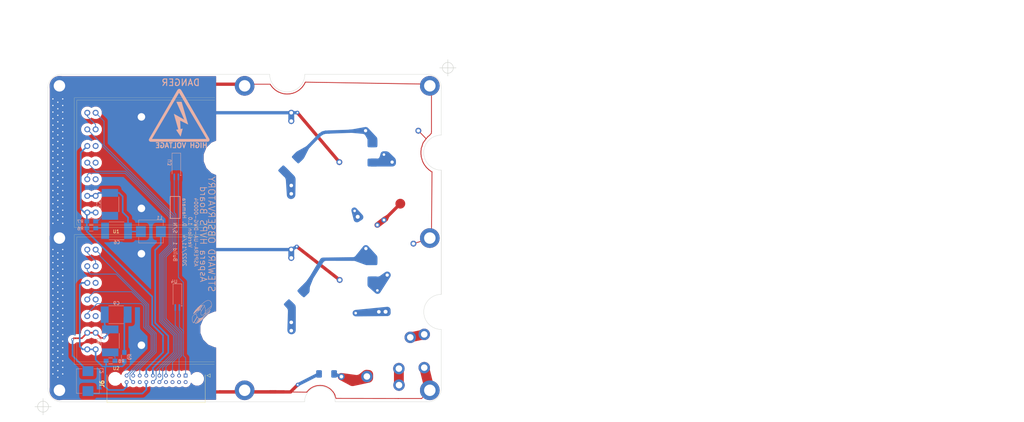
<source format=kicad_pcb>
(kicad_pcb (version 20171130) (host pcbnew "(5.0.1)-3")

  (general
    (thickness 2.67)
    (drawings 85)
    (tracks 485)
    (zones 0)
    (modules 48)
    (nets 46)
  )

  (page B)
  (title_block
    (title "Aspera HVPS Board")
    (date 2022-11-05)
    (rev 1.0)
    (comment 2 ASPERA-UA-DWG-00004)
  )

  (layers
    (0 F.Cu signal)
    (31 B.Cu signal)
    (32 B.Adhes user)
    (33 F.Adhes user)
    (34 B.Paste user)
    (35 F.Paste user)
    (36 B.SilkS user)
    (37 F.SilkS user)
    (38 B.Mask user hide)
    (39 F.Mask user hide)
    (40 Dwgs.User user)
    (41 Cmts.User user)
    (42 Eco1.User user)
    (43 Eco2.User user)
    (44 Edge.Cuts user)
    (45 Margin user)
    (46 B.CrtYd user)
    (47 F.CrtYd user)
    (48 B.Fab user)
    (49 F.Fab user)
  )

  (setup
    (last_trace_width 0.25)
    (trace_clearance 0.2)
    (zone_clearance 0.508)
    (zone_45_only no)
    (trace_min 0.2)
    (segment_width 0.2)
    (edge_width 0.15)
    (via_size 0.8)
    (via_drill 0.4)
    (via_min_size 0.4)
    (via_min_drill 0.3)
    (uvia_size 0.3)
    (uvia_drill 0.1)
    (uvias_allowed no)
    (uvia_min_size 0.2)
    (uvia_min_drill 0.1)
    (pcb_text_width 0.3)
    (pcb_text_size 1.5 1.5)
    (mod_edge_width 0.15)
    (mod_text_size 1 1)
    (mod_text_width 0.15)
    (pad_size 6 6)
    (pad_drill 3.5)
    (pad_to_mask_clearance 0.051)
    (solder_mask_min_width 0.25)
    (aux_axis_origin 50 50)
    (visible_elements 7FFFFFFF)
    (pcbplotparams
      (layerselection 0x30000_7ffffffe)
      (usegerberextensions false)
      (usegerberattributes false)
      (usegerberadvancedattributes false)
      (creategerberjobfile false)
      (excludeedgelayer false)
      (linewidth 0.100000)
      (plotframeref true)
      (viasonmask false)
      (mode 1)
      (useauxorigin true)
      (hpglpennumber 1)
      (hpglpenspeed 20)
      (hpglpendiameter 15.000000)
      (psnegative false)
      (psa4output false)
      (plotreference true)
      (plotvalue false)
      (plotinvisibletext false)
      (padsonsilk true)
      (subtractmaskfromsilk false)
      (outputformat 1)
      (mirror false)
      (drillshape 0)
      (scaleselection 1)
      (outputdirectory "gerbers1a"))
  )

  (net 0 "")
  (net 1 "Net-(D2-Pad2)")
  (net 2 "/PCB_top_level/HVPS 2/+5Vref")
  (net 3 "/PCB_top_level/HVPS 1/+5Vref")
  (net 4 "/PCB_top_level/HVPS 1/-HV_OUT")
  (net 5 "/PCB_top_level/HVPS 2/-HV_OUT")
  (net 6 /PCB_top_level/+12V_IN)
  (net 7 "Net-(D6-Pad1)")
  (net 8 "Net-(D5-Pad1)")
  (net 9 CHASSIS)
  (net 10 /PCB_top_level/-HV)
  (net 11 /PCB_top_level/HVPS2_Imon)
  (net 12 /PCB_top_level/HVPS2_ON_OUT_5V)
  (net 13 /PCB_top_level/HVPS2_Vset)
  (net 14 /PCB_top_level/HVPS2_Vmon)
  (net 15 /PCB_top_level/HVPS1_Vmon)
  (net 16 /PCB_top_level/HVPS1_Vset)
  (net 17 /PCB_top_level/HVPS1_ON_OUT_5V)
  (net 18 /PCB_top_level/HVPS1_Imon)
  (net 19 /PCB_top_level/HVPS_TEMP1-)
  (net 20 /PCB_top_level/HVPS_TEMP+)
  (net 21 /PCB_top_level/HVPS_TEMP2-)
  (net 22 "Net-(J6-Pad11)")
  (net 23 "Net-(J6-Pad12)")
  (net 24 "Net-(J6-Pad13)")
  (net 25 "Net-(J6-Pad18)")
  (net 26 /PCB_top_level/-RF)
  (net 27 /PCB_top_level/HVPS2.RTN)
  (net 28 "/PCB_top_level/HVPS 2/V_BUS")
  (net 29 "/PCB_top_level/HVPS 2/-RF_OUT")
  (net 30 "/PCB_top_level/HVPS 1/-RF_OUT")
  (net 31 /PCB_top_level/HVPS1.RTN)
  (net 32 "Net-(C1-Pad1)")
  (net 33 "Net-(C3-Pad1)")
  (net 34 /PCB_top_level/HVPS1.PWR)
  (net 35 /PCB_top_level/HVPS2.PWR)
  (net 36 "Net-(C6-Pad2)")
  (net 37 "Net-(C7-Pad2)")
  (net 38 "Net-(C8-Pad2)")
  (net 39 "Net-(C9-Pad2)")
  (net 40 "Net-(U2-Pad11)")
  (net 41 "Net-(U1-Pad11)")
  (net 42 "Net-(U2-Pad12)")
  (net 43 "Net-(U1-Pad12)")
  (net 44 "Net-(J6-Pad14)")
  (net 45 "Net-(D4-Pad2)")

  (net_class Default "This is the default net class."
    (clearance 0.2)
    (trace_width 0.25)
    (via_dia 0.8)
    (via_drill 0.4)
    (uvia_dia 0.3)
    (uvia_drill 0.1)
    (add_net "/PCB_top_level/HVPS 1/+5Vref")
    (add_net "/PCB_top_level/HVPS 2/+5Vref")
    (add_net /PCB_top_level/HVPS1_Imon)
    (add_net /PCB_top_level/HVPS1_ON_OUT_5V)
    (add_net /PCB_top_level/HVPS1_Vmon)
    (add_net /PCB_top_level/HVPS1_Vset)
    (add_net /PCB_top_level/HVPS2_Imon)
    (add_net /PCB_top_level/HVPS2_ON_OUT_5V)
    (add_net /PCB_top_level/HVPS2_Vmon)
    (add_net /PCB_top_level/HVPS2_Vset)
    (add_net /PCB_top_level/HVPS_TEMP+)
    (add_net /PCB_top_level/HVPS_TEMP1-)
    (add_net /PCB_top_level/HVPS_TEMP2-)
    (add_net "Net-(C6-Pad2)")
    (add_net "Net-(C7-Pad2)")
    (add_net "Net-(C8-Pad2)")
    (add_net "Net-(C9-Pad2)")
    (add_net "Net-(D4-Pad2)")
    (add_net "Net-(J6-Pad11)")
    (add_net "Net-(J6-Pad12)")
    (add_net "Net-(J6-Pad13)")
    (add_net "Net-(J6-Pad14)")
    (add_net "Net-(J6-Pad18)")
    (add_net "Net-(U1-Pad11)")
    (add_net "Net-(U1-Pad12)")
    (add_net "Net-(U2-Pad11)")
    (add_net "Net-(U2-Pad12)")
  )

  (net_class HV ""
    (clearance 1)
    (trace_width 1)
    (via_dia 1.2)
    (via_drill 0.5)
    (uvia_dia 0.3)
    (uvia_drill 0.1)
    (add_net /PCB_top_level/-HV)
    (add_net /PCB_top_level/-RF)
    (add_net "/PCB_top_level/HVPS 1/-HV_OUT")
    (add_net "/PCB_top_level/HVPS 1/-RF_OUT")
    (add_net "/PCB_top_level/HVPS 2/-HV_OUT")
    (add_net "/PCB_top_level/HVPS 2/-RF_OUT")
    (add_net CHASSIS)
    (add_net "Net-(C1-Pad1)")
    (add_net "Net-(C3-Pad1)")
    (add_net "Net-(D2-Pad2)")
    (add_net "Net-(D5-Pad1)")
    (add_net "Net-(D6-Pad1)")
  )

  (net_class pwr ""
    (clearance 0.2)
    (trace_width 0.5)
    (via_dia 0.8)
    (via_drill 0.4)
    (uvia_dia 0.3)
    (uvia_drill 0.1)
    (add_net /PCB_top_level/+12V_IN)
    (add_net "/PCB_top_level/HVPS 2/V_BUS")
    (add_net /PCB_top_level/HVPS1.PWR)
    (add_net /PCB_top_level/HVPS1.RTN)
    (add_net /PCB_top_level/HVPS2.PWR)
    (add_net /PCB_top_level/HVPS2.RTN)
  )

  (module Aspera_footprints:hole_9mm (layer F.Cu) (tedit 594FDCDD) (tstamp 636FDE34)
    (at 103 75.5)
    (path /5C83DDDB/637009F8)
    (fp_text reference X9 (at 0 0.5) (layer F.SilkS) hide
      (effects (font (size 1 1) (thickness 0.15)))
    )
    (fp_text value HOLE_NPTH (at 0 -0.5) (layer F.Fab) hide
      (effects (font (size 1 1) (thickness 0.15)))
    )
    (pad "" np_thru_hole circle (at 0 0) (size 9 9) (drill 9) (layers *.Cu *.Mask))
  )

  (module Aspera_footprints:hole_9mm (layer F.Cu) (tedit 594FDCDD) (tstamp 636FDE2F)
    (at 102 127.9)
    (path /5C83DDDB/63700E27)
    (fp_text reference X10 (at 0 0.5) (layer F.SilkS) hide
      (effects (font (size 1 1) (thickness 0.15)))
    )
    (fp_text value HOLE_NPTH (at 0 -0.5) (layer F.Fab) hide
      (effects (font (size 1 1) (thickness 0.15)))
    )
    (pad "" np_thru_hole circle (at 0 0) (size 9 9) (drill 9) (layers *.Cu *.Mask))
  )

  (module Aspera_footprints:AD590MF (layer B.Cu) (tedit 6365523E) (tstamp 62DDE779)
    (at 89.8 80.8 180)
    (path /5C83DDDB/627D5BB8/62C21764)
    (fp_text reference U3 (at 2.7 3.9 270) (layer B.SilkS)
      (effects (font (size 1 1) (thickness 0.15)) (justify mirror))
    )
    (fp_text value AD590 (at 0.635 3.556 180) (layer B.SilkS) hide
      (effects (font (size 1 1) (thickness 0.15)) (justify mirror))
    )
    (fp_line (start -0.8001 6.858) (end -0.8001 0.254) (layer B.CrtYd) (width 0.05))
    (fp_line (start -0.8001 6.858) (end 2.0701 6.858) (layer B.CrtYd) (width 0.05))
    (fp_line (start 2.0701 0.254) (end 2.0701 6.858) (layer B.CrtYd) (width 0.05))
    (fp_line (start 2.0701 0.254) (end 1.7653 0.254) (layer B.CrtYd) (width 0.05))
    (fp_line (start 1.7653 0.254) (end 1.7653 -1.55) (layer B.CrtYd) (width 0.05))
    (fp_line (start 1.7653 -1.55) (end -0.4953 -1.55) (layer B.CrtYd) (width 0.05))
    (fp_line (start -0.4953 -1.55) (end -0.4953 0.254) (layer B.CrtYd) (width 0.05))
    (fp_line (start -0.4953 0.254) (end -0.8001 0.254) (layer B.CrtYd) (width 0.05))
    (fp_line (start 1.9431 0.381) (end 1.9431 6.731) (layer B.SilkS) (width 0.12))
    (fp_line (start 1.9431 6.731) (end -0.6731 6.731) (layer B.SilkS) (width 0.12))
    (fp_line (start -0.6731 6.731) (end -0.6731 0.381) (layer B.SilkS) (width 0.12))
    (fp_line (start -0.5461 0.508) (end 1.8161 0.508) (layer B.Fab) (width 0.1))
    (fp_line (start 1.8161 0.508) (end 1.8161 6.604) (layer B.Fab) (width 0.1))
    (fp_line (start 1.8161 6.604) (end -0.5461 6.604) (layer B.Fab) (width 0.1))
    (fp_line (start -0.5461 6.604) (end -0.5461 0.508) (layer B.Fab) (width 0.1))
    (fp_line (start -0.8001 6.858) (end -0.8001 0.254) (layer B.CrtYd) (width 0.05))
    (fp_line (start -0.8001 0.254) (end -0.4953 0.254) (layer B.CrtYd) (width 0.05))
    (fp_line (start -0.4953 0.254) (end -0.4953 -1.55) (layer B.CrtYd) (width 0.05))
    (fp_line (start -0.4953 -1.55) (end 1.7653 -1.55) (layer B.CrtYd) (width 0.05))
    (fp_line (start 1.7653 -1.55) (end 1.7653 0.254) (layer B.CrtYd) (width 0.05))
    (fp_line (start 1.7653 0.254) (end 2.0701 0.254) (layer B.CrtYd) (width 0.05))
    (fp_line (start 2.0701 0.254) (end 2.0701 6.858) (layer B.CrtYd) (width 0.05))
    (fp_line (start 2.0701 6.858) (end -0.8001 6.858) (layer B.CrtYd) (width 0.05))
    (fp_circle (center -0.1651 0.762) (end -0.0381 0.762) (layer B.Fab) (width 0.1))
    (fp_circle (center -0.7 0) (end -0.573 0) (layer B.SilkS) (width 0.12))
    (fp_text user %R (at 0.8 3.75 -90) (layer B.Fab)
      (effects (font (size 1 1) (thickness 0.15)) (justify mirror))
    )
    (pad 1 smd rect (at 0 0 180) (size 0.4826 2) (drill (offset 0 -0.5)) (layers B.Cu B.Paste B.Mask)
      (net 20 /PCB_top_level/HVPS_TEMP+))
    (pad 2 smd rect (at 1.27 0 180) (size 0.4826 2) (drill (offset 0 -0.5)) (layers B.Cu B.Paste B.Mask)
      (net 19 /PCB_top_level/HVPS_TEMP1-))
    (model ${KIPRJMOD}/../../Libraries/Solid_models/AD590xF.step
      (at (xyz 0 0 0))
      (scale (xyz 1 1 1))
      (rotate (xyz 0 0 0))
    )
  )

  (module Aspera_footprints:AD590MF (layer B.Cu) (tedit 6365523E) (tstamp 62DDE75A)
    (at 90.1 120.7 180)
    (path /5C83DDDB/62981329/62C21764)
    (fp_text reference U4 (at 1.6 7.4 180) (layer B.SilkS)
      (effects (font (size 1 1) (thickness 0.15)) (justify mirror))
    )
    (fp_text value AD590 (at 0.635 3.556 180) (layer B.SilkS) hide
      (effects (font (size 1 1) (thickness 0.15)) (justify mirror))
    )
    (fp_line (start -0.8001 6.858) (end -0.8001 0.254) (layer B.CrtYd) (width 0.05))
    (fp_line (start -0.8001 6.858) (end 2.0701 6.858) (layer B.CrtYd) (width 0.05))
    (fp_line (start 2.0701 0.254) (end 2.0701 6.858) (layer B.CrtYd) (width 0.05))
    (fp_line (start 2.0701 0.254) (end 1.7653 0.254) (layer B.CrtYd) (width 0.05))
    (fp_line (start 1.7653 0.254) (end 1.7653 -1.55) (layer B.CrtYd) (width 0.05))
    (fp_line (start 1.7653 -1.55) (end -0.4953 -1.55) (layer B.CrtYd) (width 0.05))
    (fp_line (start -0.4953 -1.55) (end -0.4953 0.254) (layer B.CrtYd) (width 0.05))
    (fp_line (start -0.4953 0.254) (end -0.8001 0.254) (layer B.CrtYd) (width 0.05))
    (fp_line (start 1.9431 0.381) (end 1.9431 6.731) (layer B.SilkS) (width 0.12))
    (fp_line (start 1.9431 6.731) (end -0.6731 6.731) (layer B.SilkS) (width 0.12))
    (fp_line (start -0.6731 6.731) (end -0.6731 0.381) (layer B.SilkS) (width 0.12))
    (fp_line (start -0.5461 0.508) (end 1.8161 0.508) (layer B.Fab) (width 0.1))
    (fp_line (start 1.8161 0.508) (end 1.8161 6.604) (layer B.Fab) (width 0.1))
    (fp_line (start 1.8161 6.604) (end -0.5461 6.604) (layer B.Fab) (width 0.1))
    (fp_line (start -0.5461 6.604) (end -0.5461 0.508) (layer B.Fab) (width 0.1))
    (fp_line (start -0.8001 6.858) (end -0.8001 0.254) (layer B.CrtYd) (width 0.05))
    (fp_line (start -0.8001 0.254) (end -0.4953 0.254) (layer B.CrtYd) (width 0.05))
    (fp_line (start -0.4953 0.254) (end -0.4953 -1.55) (layer B.CrtYd) (width 0.05))
    (fp_line (start -0.4953 -1.55) (end 1.7653 -1.55) (layer B.CrtYd) (width 0.05))
    (fp_line (start 1.7653 -1.55) (end 1.7653 0.254) (layer B.CrtYd) (width 0.05))
    (fp_line (start 1.7653 0.254) (end 2.0701 0.254) (layer B.CrtYd) (width 0.05))
    (fp_line (start 2.0701 0.254) (end 2.0701 6.858) (layer B.CrtYd) (width 0.05))
    (fp_line (start 2.0701 6.858) (end -0.8001 6.858) (layer B.CrtYd) (width 0.05))
    (fp_circle (center -0.1651 0.762) (end -0.0381 0.762) (layer B.Fab) (width 0.1))
    (fp_circle (center -0.7 0) (end -0.573 0) (layer B.SilkS) (width 0.12))
    (fp_text user %R (at 0.8 3.75 -90) (layer B.Fab)
      (effects (font (size 1 1) (thickness 0.15)) (justify mirror))
    )
    (pad 1 smd rect (at 0 0 180) (size 0.4826 2) (drill (offset 0 -0.5)) (layers B.Cu B.Paste B.Mask)
      (net 20 /PCB_top_level/HVPS_TEMP+))
    (pad 2 smd rect (at 1.27 0 180) (size 0.4826 2) (drill (offset 0 -0.5)) (layers B.Cu B.Paste B.Mask)
      (net 21 /PCB_top_level/HVPS_TEMP2-))
    (model ${KIPRJMOD}/../../Libraries/Solid_models/AD590xF.step
      (at (xyz 0 0 0))
      (scale (xyz 1 1 1))
      (rotate (xyz 0 0 0))
    )
  )

  (module Aspera_footprints:Ultravolt-6AA-I-fixed-nosilk (layer F.Cu) (tedit 63653BC8) (tstamp 62BD21D5)
    (at 62 134)
    (path /5C83DDDB/62981329/6356F209)
    (fp_text reference U2 (at 8.8 5.8) (layer F.SilkS)
      (effects (font (size 1 1) (thickness 0.15)))
    )
    (fp_text value Ultravolt-AA-I (at 36.703 -15.24) (layer F.Fab) hide
      (effects (font (size 1 1) (thickness 0.15)))
    )
    (fp_circle (center 16.51 -1.27) (end 18.31 -1.27) (layer B.Fab) (width 0.1))
    (fp_circle (center 16.51 -29.21) (end 18.31 -29.21) (layer B.Fab) (width 0.1))
    (fp_line (start -3.937 4.572) (end 73.025 4.572) (layer F.Fab) (width 0.05))
    (fp_line (start -3.937 4.572) (end 73.025 4.572) (layer F.CrtYd) (width 0.05))
    (fp_line (start -3.937 -35.052) (end -3.937 4.572) (layer F.Fab) (width 0.05))
    (fp_line (start -3.937 -35.052) (end -3.937 4.572) (layer F.CrtYd) (width 0.05))
    (fp_line (start -3.937 -35.052) (end 73.025 -35.052) (layer F.Fab) (width 0.05))
    (fp_line (start -3.937 -35.052) (end 73.025 -35.052) (layer F.CrtYd) (width 0.05))
    (fp_line (start 73.025 -35.052) (end 73.025 4.572) (layer F.Fab) (width 0.05))
    (fp_line (start 73.025 -35.052) (end 73.025 4.572) (layer F.CrtYd) (width 0.05))
    (fp_line (start -3.937 4.6) (end 38.75 4.6) (layer F.SilkS) (width 0.05))
    (fp_line (start -3.937 -35.052) (end -3.937 4.572) (layer F.SilkS) (width 0.05))
    (fp_line (start -3.2 -34.3) (end 38.9 -34.3) (layer F.SilkS) (width 0.05))
    (fp_line (start -3.175 -34.29) (end -3.175 3.81) (layer F.SilkS) (width 0.05))
    (fp_line (start -3.937 -35.05) (end 38.9 -35.05) (layer F.SilkS) (width 0.05))
    (fp_line (start -3.175 3.8) (end 38.8 3.8) (layer F.SilkS) (width 0.05))
    (fp_text user %R (at 36.65 -16.8) (layer F.Fab)
      (effects (font (size 1 1) (thickness 0.15)))
    )
    (pad 15 thru_hole circle (at 62.23 -30.48) (size 1.8 1.8) (drill 1.1) (layers *.Cu *.Mask)
      (net 9 CHASSIS))
    (pad 16 thru_hole circle (at 62.23 -27.94) (size 1.8 1.8) (drill 1.1) (layers *.Cu *.Mask)
      (net 9 CHASSIS))
    (pad 17 thru_hole circle (at 62.23 -8.255) (size 1.8 1.8) (drill 1.1) (layers *.Cu *.Mask)
      (net 29 "/PCB_top_level/HVPS 2/-RF_OUT"))
    (pad 18 thru_hole circle (at 62.23 -5.715) (size 1.8 1.8) (drill 1.1) (layers *.Cu *.Mask)
      (net 29 "/PCB_top_level/HVPS 2/-RF_OUT"))
    (pad 8 thru_hole circle (at 2.54 0) (size 1.8 1.8) (drill 1.1) (layers *.Cu *.Mask)
      (net 27 /PCB_top_level/HVPS2.RTN))
    (pad 1 thru_hole circle (at 0 0) (size 1.8 1.8) (drill 1.1) (layers *.Cu *.Mask)
      (net 27 /PCB_top_level/HVPS2.RTN))
    (pad 9 thru_hole circle (at 2.54 -5.08) (size 1.8 1.8) (drill 1.1) (layers *.Cu *.Mask)
      (net 28 "/PCB_top_level/HVPS 2/V_BUS"))
    (pad 2 thru_hole circle (at 0 -5.08) (size 1.8 1.8) (drill 1.1) (layers *.Cu *.Mask)
      (net 28 "/PCB_top_level/HVPS 2/V_BUS"))
    (pad 10 thru_hole circle (at 2.54 -10.16) (size 1.8 1.8) (drill 1.1) (layers *.Cu *.Mask))
    (pad 3 thru_hole circle (at 0 -10.16) (size 1.8 1.8) (drill 1.1) (layers *.Cu *.Mask)
      (net 11 /PCB_top_level/HVPS2_Imon))
    (pad 11 thru_hole circle (at 2.54 -15.24) (size 1.8 1.8) (drill 1.1) (layers *.Cu *.Mask)
      (net 40 "Net-(U2-Pad11)"))
    (pad 4 thru_hole circle (at 0 -15.24) (size 1.8 1.8) (drill 1.1) (layers *.Cu *.Mask)
      (net 12 /PCB_top_level/HVPS2_ON_OUT_5V))
    (pad 12 thru_hole circle (at 2.54 -20.32) (size 1.8 1.8) (drill 1.1) (layers *.Cu *.Mask)
      (net 42 "Net-(U2-Pad12)"))
    (pad 5 thru_hole circle (at 0 -20.32) (size 1.8 1.8) (drill 1.1) (layers *.Cu *.Mask)
      (net 27 /PCB_top_level/HVPS2.RTN))
    (pad 13 thru_hole circle (at 2.54 -25.4) (size 1.8 1.8) (drill 1.1) (layers *.Cu *.Mask)
      (net 2 "/PCB_top_level/HVPS 2/+5Vref"))
    (pad 6 thru_hole circle (at 0 -25.4) (size 1.8 1.8) (drill 1.1) (layers *.Cu *.Mask)
      (net 13 /PCB_top_level/HVPS2_Vset))
    (pad 14 thru_hole circle (at 2.54 -30.48) (size 1.8 1.8) (drill 1.1) (layers *.Cu *.Mask)
      (net 14 /PCB_top_level/HVPS2_Vmon))
    (pad 19 thru_hole circle (at 16.51 -29.21) (size 3.5 3.5) (drill 2.3) (layers *.Cu *.Mask)
      (net 9 CHASSIS) (solder_mask_margin 1) (zone_connect 2))
    (pad 20 thru_hole circle (at 16.51 -1.27) (size 3.5 3.5) (drill 2.3) (layers *.Cu *.Mask)
      (net 9 CHASSIS) (solder_mask_margin 1) (zone_connect 2))
    (pad 7 thru_hole circle (at 0 -30.48) (size 1.8 1.8) (drill 1.1) (layers *.Cu *.Mask)
      (net 2 "/PCB_top_level/HVPS 2/+5Vref"))
    (model ${KIPRJMOD}/../../Libraries/Solid_models/Ultravolt_AA-I.step
      (at (xyz 0 0 0))
      (scale (xyz 1 1 1))
      (rotate (xyz 0 0 0))
    )
  )

  (module Aspera_footprints:Ultravolt-6AA-I-fixed-nosilk (layer F.Cu) (tedit 63653BC8) (tstamp 62BD21FC)
    (at 62 92.2)
    (path /5C83DDDB/627D5BB8/6356F209)
    (fp_text reference U1 (at 8.8 5.8) (layer F.SilkS)
      (effects (font (size 1 1) (thickness 0.15)))
    )
    (fp_text value Ultravolt-AA-I (at 36.703 -15.24) (layer F.Fab) hide
      (effects (font (size 1 1) (thickness 0.15)))
    )
    (fp_circle (center 16.51 -1.27) (end 18.31 -1.27) (layer B.Fab) (width 0.1))
    (fp_circle (center 16.51 -29.21) (end 18.31 -29.21) (layer B.Fab) (width 0.1))
    (fp_line (start -3.937 4.572) (end 73.025 4.572) (layer F.Fab) (width 0.05))
    (fp_line (start -3.937 4.572) (end 73.025 4.572) (layer F.CrtYd) (width 0.05))
    (fp_line (start -3.937 -35.052) (end -3.937 4.572) (layer F.Fab) (width 0.05))
    (fp_line (start -3.937 -35.052) (end -3.937 4.572) (layer F.CrtYd) (width 0.05))
    (fp_line (start -3.937 -35.052) (end 73.025 -35.052) (layer F.Fab) (width 0.05))
    (fp_line (start -3.937 -35.052) (end 73.025 -35.052) (layer F.CrtYd) (width 0.05))
    (fp_line (start 73.025 -35.052) (end 73.025 4.572) (layer F.Fab) (width 0.05))
    (fp_line (start 73.025 -35.052) (end 73.025 4.572) (layer F.CrtYd) (width 0.05))
    (fp_line (start -3.937 4.6) (end 38.75 4.6) (layer F.SilkS) (width 0.05))
    (fp_line (start -3.937 -35.052) (end -3.937 4.572) (layer F.SilkS) (width 0.05))
    (fp_line (start -3.2 -34.3) (end 38.9 -34.3) (layer F.SilkS) (width 0.05))
    (fp_line (start -3.175 -34.29) (end -3.175 3.81) (layer F.SilkS) (width 0.05))
    (fp_line (start -3.937 -35.05) (end 38.9 -35.05) (layer F.SilkS) (width 0.05))
    (fp_line (start -3.175 3.8) (end 38.8 3.8) (layer F.SilkS) (width 0.05))
    (fp_text user %R (at 36.65 -16.8) (layer F.Fab)
      (effects (font (size 1 1) (thickness 0.15)))
    )
    (pad 15 thru_hole circle (at 62.23 -30.48) (size 1.8 1.8) (drill 1.1) (layers *.Cu *.Mask)
      (net 9 CHASSIS))
    (pad 16 thru_hole circle (at 62.23 -27.94) (size 1.8 1.8) (drill 1.1) (layers *.Cu *.Mask)
      (net 9 CHASSIS))
    (pad 17 thru_hole circle (at 62.23 -8.255) (size 1.8 1.8) (drill 1.1) (layers *.Cu *.Mask)
      (net 30 "/PCB_top_level/HVPS 1/-RF_OUT"))
    (pad 18 thru_hole circle (at 62.23 -5.715) (size 1.8 1.8) (drill 1.1) (layers *.Cu *.Mask)
      (net 30 "/PCB_top_level/HVPS 1/-RF_OUT"))
    (pad 8 thru_hole circle (at 2.54 0) (size 1.8 1.8) (drill 1.1) (layers *.Cu *.Mask)
      (net 31 /PCB_top_level/HVPS1.RTN))
    (pad 1 thru_hole circle (at 0 0) (size 1.8 1.8) (drill 1.1) (layers *.Cu *.Mask)
      (net 31 /PCB_top_level/HVPS1.RTN))
    (pad 9 thru_hole circle (at 2.54 -5.08) (size 1.8 1.8) (drill 1.1) (layers *.Cu *.Mask)
      (net 6 /PCB_top_level/+12V_IN))
    (pad 2 thru_hole circle (at 0 -5.08) (size 1.8 1.8) (drill 1.1) (layers *.Cu *.Mask)
      (net 6 /PCB_top_level/+12V_IN))
    (pad 10 thru_hole circle (at 2.54 -10.16) (size 1.8 1.8) (drill 1.1) (layers *.Cu *.Mask))
    (pad 3 thru_hole circle (at 0 -10.16) (size 1.8 1.8) (drill 1.1) (layers *.Cu *.Mask)
      (net 18 /PCB_top_level/HVPS1_Imon))
    (pad 11 thru_hole circle (at 2.54 -15.24) (size 1.8 1.8) (drill 1.1) (layers *.Cu *.Mask)
      (net 41 "Net-(U1-Pad11)"))
    (pad 4 thru_hole circle (at 0 -15.24) (size 1.8 1.8) (drill 1.1) (layers *.Cu *.Mask)
      (net 17 /PCB_top_level/HVPS1_ON_OUT_5V))
    (pad 12 thru_hole circle (at 2.54 -20.32) (size 1.8 1.8) (drill 1.1) (layers *.Cu *.Mask)
      (net 43 "Net-(U1-Pad12)"))
    (pad 5 thru_hole circle (at 0 -20.32) (size 1.8 1.8) (drill 1.1) (layers *.Cu *.Mask)
      (net 31 /PCB_top_level/HVPS1.RTN))
    (pad 13 thru_hole circle (at 2.54 -25.4) (size 1.8 1.8) (drill 1.1) (layers *.Cu *.Mask)
      (net 3 "/PCB_top_level/HVPS 1/+5Vref"))
    (pad 6 thru_hole circle (at 0 -25.4) (size 1.8 1.8) (drill 1.1) (layers *.Cu *.Mask)
      (net 16 /PCB_top_level/HVPS1_Vset))
    (pad 14 thru_hole circle (at 2.54 -30.48) (size 1.8 1.8) (drill 1.1) (layers *.Cu *.Mask)
      (net 15 /PCB_top_level/HVPS1_Vmon))
    (pad 19 thru_hole circle (at 16.51 -29.21) (size 3.5 3.5) (drill 2.3) (layers *.Cu *.Mask)
      (net 9 CHASSIS) (solder_mask_margin 1) (zone_connect 2))
    (pad 20 thru_hole circle (at 16.51 -1.27) (size 3.5 3.5) (drill 2.3) (layers *.Cu *.Mask)
      (net 9 CHASSIS) (solder_mask_margin 1) (zone_connect 2))
    (pad 7 thru_hole circle (at 0 -30.48) (size 1.8 1.8) (drill 1.1) (layers *.Cu *.Mask)
      (net 3 "/PCB_top_level/HVPS 1/+5Vref"))
    (model ${KIPRJMOD}/../../Libraries/Solid_models/Ultravolt_AA-I.step
      (at (xyz 0 0 0))
      (scale (xyz 1 1 1))
      (rotate (xyz 0 0 0))
    )
  )

  (module Aspera_footprints:C1808 (layer B.Cu) (tedit 63653A93) (tstamp 628A9790)
    (at 135 141.5 180)
    (path /5C83DDDB/62993E7C)
    (fp_text reference C2 (at 0 0 180) (layer B.Fab)
      (effects (font (size 1 1) (thickness 0.15)) (justify mirror))
    )
    (fp_text value 100pF (at -0.01 -0.03 180) (layer B.Fab) hide
      (effects (font (size 1 1) (thickness 0.15)) (justify mirror))
    )
    (fp_line (start -3.7 1.65) (end 3.7 1.65) (layer B.Fab) (width 0.05))
    (fp_line (start 3.7 1.65) (end 3.7 -1.65) (layer B.Fab) (width 0.05))
    (fp_line (start 3.7 -1.65) (end -3.7 -1.65) (layer B.Fab) (width 0.05))
    (fp_line (start -3.7 -1.65) (end -3.7 1.65) (layer B.Fab) (width 0.05))
    (fp_line (start -3.7 1.65) (end 3.7 1.65) (layer B.CrtYd) (width 0.05))
    (fp_line (start 3.7 1.65) (end 3.7 -1.65) (layer B.CrtYd) (width 0.05))
    (fp_line (start 3.7 -1.65) (end -3.7 -1.65) (layer B.CrtYd) (width 0.05))
    (fp_line (start -3.7 -1.65) (end -3.7 1.65) (layer B.CrtYd) (width 0.05))
    (pad 1 smd roundrect (at -2.3 0 180) (size 1.75 2.3) (layers B.Cu B.Paste B.Mask) (roundrect_rratio 0.2)
      (net 26 /PCB_top_level/-RF))
    (pad 2 smd roundrect (at 2.3 0 180) (size 1.75 2.3) (layers B.Cu B.Paste B.Mask) (roundrect_rratio 0.2)
      (net 9 CHASSIS))
    (model ${KIPRJMOD}/../../Libraries/Solid_models/Kemet_C1808C.step
      (at (xyz 0 0 0))
      (scale (xyz 1 1 1))
      (rotate (xyz 0 0 0))
    )
  )

  (module Aspera_footprints:1N4989 (layer B.Cu) (tedit 63653A23) (tstamp 628A97E8)
    (at 152.2 143.6 165)
    (path /5C83DDDB/62993E48)
    (fp_text reference D5 (at 0.141421 0.141421 165) (layer B.Fab)
      (effects (font (size 1 1) (thickness 0.15)) (justify mirror))
    )
    (fp_text value JANTX1N4989 (at 0 0.499999 165) (layer B.Fab) hide
      (effects (font (size 1 1) (thickness 0.15)) (justify mirror))
    )
    (fp_line (start -2.475 2.35) (end 2.475 2.35) (layer B.Fab) (width 0.1))
    (fp_line (start 2.475 2.35) (end 2.475 -2.35) (layer B.Fab) (width 0.1))
    (fp_line (start 2.475 -2.35) (end -2.475 -2.35) (layer B.Fab) (width 0.1))
    (fp_line (start -2.475 -2.35) (end -2.475 2.35) (layer B.Fab) (width 0.1))
    (fp_poly (pts (xy -2 2.35) (xy -1.74 2.35) (xy -1.74 -2.35) (xy -2 -2.35)) (layer B.Fab) (width 0.1))
    (fp_line (start 2.49 0) (end 3 0) (layer B.Fab) (width 0.1))
    (fp_line (start -3 -0.04) (end -2.49 -0.04) (layer B.Fab) (width 0.1))
    (pad 1 thru_hole circle (at -5.079999 0 165) (size 3.5 3.5) (drill 2) (layers *.Cu *.Mask)
      (net 8 "Net-(D5-Pad1)"))
    (pad 2 thru_hole circle (at 5.079999 0 165) (size 3.5 3.5) (drill 2) (layers *.Cu *.Mask)
      (net 26 /PCB_top_level/-RF))
    (model ${KIPRJMOD}/../../Libraries/Solid_models/1N4989.step
      (at (xyz 0 0 0))
      (scale (xyz 1 1 1))
      (rotate (xyz 0 0 0))
    )
  )

  (module Aspera_footprints:1N4989 (layer B.Cu) (tedit 636539E3) (tstamp 628A97DB)
    (at 158.8 135.1 250)
    (path /5C83DDDB/62993E51)
    (fp_text reference D6 (at 0.199545 0.034378 250) (layer B.Fab)
      (effects (font (size 1 1) (thickness 0.15)) (justify mirror))
    )
    (fp_text value JANTX1N4989 (at -0.000001 0.499999 250) (layer B.Fab) hide
      (effects (font (size 1 1) (thickness 0.15)) (justify mirror))
    )
    (fp_line (start -2.475 2.35) (end 2.475 2.35) (layer B.Fab) (width 0.1))
    (fp_line (start 2.475 2.35) (end 2.475 -2.35) (layer B.Fab) (width 0.1))
    (fp_line (start 2.475 -2.35) (end -2.475 -2.35) (layer B.Fab) (width 0.1))
    (fp_line (start -2.475 -2.35) (end -2.475 2.35) (layer B.Fab) (width 0.1))
    (fp_poly (pts (xy -2 2.35) (xy -1.74 2.35) (xy -1.74 -2.35) (xy -2 -2.35)) (layer B.Fab) (width 0.1))
    (fp_line (start 2.49 0) (end 3 0) (layer B.Fab) (width 0.1))
    (fp_line (start -3 -0.04) (end -2.49 -0.04) (layer B.Fab) (width 0.1))
    (pad 1 thru_hole circle (at -5.079999 0 250) (size 3.5 3.5) (drill 2) (layers *.Cu *.Mask)
      (net 7 "Net-(D6-Pad1)"))
    (pad 2 thru_hole circle (at 5.079999 0 250) (size 3.5 3.5) (drill 2) (layers *.Cu *.Mask)
      (net 8 "Net-(D5-Pad1)"))
    (model ${KIPRJMOD}/../../Libraries/Solid_models/1N4989.step
      (at (xyz 0 0 0))
      (scale (xyz 1 1 1))
      (rotate (xyz 0 0 0))
    )
  )

  (module Aspera_footprints:1N4989 (layer B.Cu) (tedit 636539A2) (tstamp 628A97CE)
    (at 164.8 134.5 90)
    (path /5C83DDDB/62993E5A)
    (fp_text reference D7 (at 0.4 0.7 90) (layer B.Fab)
      (effects (font (size 1 1) (thickness 0.15)) (justify mirror))
    )
    (fp_text value JANTX1N4989 (at 0 0.5 90) (layer B.Fab) hide
      (effects (font (size 1 1) (thickness 0.15)) (justify mirror))
    )
    (fp_line (start -2.475 2.35) (end 2.475 2.35) (layer B.Fab) (width 0.1))
    (fp_line (start 2.475 2.35) (end 2.475 -2.35) (layer B.Fab) (width 0.1))
    (fp_line (start 2.475 -2.35) (end -2.475 -2.35) (layer B.Fab) (width 0.1))
    (fp_line (start -2.475 -2.35) (end -2.475 2.35) (layer B.Fab) (width 0.1))
    (fp_poly (pts (xy -2 2.35) (xy -1.74 2.35) (xy -1.74 -2.35) (xy -2 -2.35)) (layer B.Fab) (width 0.1))
    (fp_line (start 2.49 0) (end 3 0) (layer B.Fab) (width 0.1))
    (fp_line (start -3 -0.04) (end -2.49 -0.04) (layer B.Fab) (width 0.1))
    (pad 1 thru_hole circle (at -5.079999 0 90) (size 3.5 3.5) (drill 2) (layers *.Cu *.Mask)
      (net 9 CHASSIS))
    (pad 2 thru_hole circle (at 5.079999 0 90) (size 3.5 3.5) (drill 2) (layers *.Cu *.Mask)
      (net 7 "Net-(D6-Pad1)"))
    (model ${KIPRJMOD}/../../Libraries/Solid_models/1N4989.step
      (at (xyz 0 0 0))
      (scale (xyz 1 1 1))
      (rotate (xyz 0 0 0))
    )
  )

  (module Aspera_footprints:SlimMox10403_TH_vert (layer F.Cu) (tedit 63653946) (tstamp 628A969F)
    (at 144.5 132 60)
    (path /5C83DDDB/62993E64)
    (fp_text reference R2 (at 0 0 60) (layer F.Fab)
      (effects (font (size 1 1) (thickness 0.15)))
    )
    (fp_text value 200M (at 0.28 -0.04 60) (layer F.Fab) hide
      (effects (font (size 1 1) (thickness 0.15)))
    )
    (fp_line (start 13.715 -1.27) (end 13.715 1.27) (layer F.Fab) (width 0.05))
    (fp_line (start 13.715 1.27) (end -13.715 1.27) (layer F.Fab) (width 0.05))
    (fp_line (start -13.715 1.27) (end -13.715 -1.27) (layer F.Fab) (width 0.05))
    (fp_line (start -13.715 -1.27) (end 13.715 -1.27) (layer F.Fab) (width 0.1))
    (pad 1 thru_hole circle (at -11.43 0.8535 60) (size 2 2) (drill 1.1) (layers *.Cu *.Mask)
      (net 26 /PCB_top_level/-RF))
    (pad 2 thru_hole circle (at 11.43 0.8535 60) (size 2 2) (drill 1.1) (layers *.Cu *.Mask)
      (net 45 "Net-(D4-Pad2)"))
    (model ${KIPRJMOD}/../../Libraries/Solid_models/SlimMox10403.step
      (at (xyz 0 0 0))
      (scale (xyz 1 1 1))
      (rotate (xyz 0 0 0))
    )
  )

  (module Aspera_footprints:DD1000_mod (layer B.Cu) (tedit 63653907) (tstamp 63649744)
    (at 134.1 125 12)
    (descr "C, Axial series, Axial, Horizontal, pin pitch=20mm, , length*diameter=12*6.5mm^2, http://cdn-reichelt.de/documents/datenblatt/B300/STYROFLEX.pdf")
    (tags "C Axial series Axial Horizontal pin pitch 20mm  length 12mm diameter 6.5mm")
    (path /5C83DDDB/62988026)
    (fp_text reference D4 (at -0.1 2.3 12) (layer B.SilkS) hide
      (effects (font (size 1 1) (thickness 0.15)) (justify mirror))
    )
    (fp_text value DD1000 (at 0 -2.4 12) (layer B.Fab) hide
      (effects (font (size 1 1) (thickness 0.15)) (justify mirror))
    )
    (fp_line (start -3.8 1.5) (end -3.8 -1.5) (layer B.Fab) (width 0.1))
    (fp_line (start -3.9 1.5) (end -3.9 -1.5) (layer B.Fab) (width 0.1))
    (fp_line (start -4 1.5) (end -4 -1.5) (layer B.Fab) (width 0.1))
    (fp_line (start -4.1 1.5) (end -4.1 -1.5) (layer B.Fab) (width 0.1))
    (fp_line (start -6 1.5) (end -6 -1.5) (layer B.Fab) (width 0.1))
    (fp_line (start -6 -1.5) (end 6 -1.5) (layer B.Fab) (width 0.1))
    (fp_line (start 6 -1.5) (end 6 1.5) (layer B.Fab) (width 0.1))
    (fp_line (start 6 1.5) (end -6 1.5) (layer B.Fab) (width 0.1))
    (fp_line (start -10 0) (end -6 0) (layer B.Fab) (width 0.1))
    (fp_line (start 10 0) (end 6 0) (layer B.Fab) (width 0.1))
    (fp_line (start -11 1.6) (end -11 -1.6) (layer B.CrtYd) (width 0.05))
    (fp_line (start -11 -1.6) (end 11 -1.6) (layer B.CrtYd) (width 0.05))
    (fp_line (start 11 -1.6) (end 11 1.6) (layer B.CrtYd) (width 0.05))
    (fp_line (start 11 1.6) (end -11 1.6) (layer B.CrtYd) (width 0.05))
    (fp_text user %R (at 0 0 12) (layer B.Fab)
      (effects (font (size 1 1) (thickness 0.15)) (justify mirror))
    )
    (pad 1 smd circle (at -10 0 12) (size 1 1) (layers B.Cu B.Paste B.Mask)
      (net 29 "/PCB_top_level/HVPS 2/-RF_OUT"))
    (pad 2 thru_hole oval (at 10 0 12) (size 1.6 1.6) (drill 0.8) (layers *.Cu *.Mask)
      (net 45 "Net-(D4-Pad2)"))
    (model ${KIPRJMOD}/../../Libraries/Solid_models/DD1000.step
      (at (xyz 0 0 0))
      (scale (xyz 1 1 1))
      (rotate (xyz 0 0 0))
    )
  )

  (module Aspera_footprints:R_2010_HV (layer B.Cu) (tedit 636538E1) (tstamp 628A96CF)
    (at 125.8 118.4 225)
    (descr "Resistor SMD 2010, hand soldering")
    (tags "resistor 2010")
    (path /5C83DDDB/62981329/627D734A)
    (attr smd)
    (fp_text reference R3 (at 0 2.25 225) (layer B.SilkS) hide
      (effects (font (size 1 1) (thickness 0.15)) (justify mirror))
    )
    (fp_text value 1M (at 0 -2.35 225) (layer B.Fab) hide
      (effects (font (size 1 1) (thickness 0.15)) (justify mirror))
    )
    (fp_line (start 4.6 -1.5) (end -4.6 -1.5) (layer B.CrtYd) (width 0.05))
    (fp_line (start 4.6 -1.5) (end 4.6 1.5) (layer B.CrtYd) (width 0.05))
    (fp_line (start -4.6 1.5) (end -4.6 -1.5) (layer B.CrtYd) (width 0.05))
    (fp_line (start -4.6 1.5) (end 4.6 1.5) (layer B.CrtYd) (width 0.05))
    (fp_line (start -2.499999 1.25) (end 2.499999 1.25) (layer B.Fab) (width 0.1))
    (fp_line (start 2.499999 1.25) (end 2.499999 -1.25) (layer B.Fab) (width 0.1))
    (fp_line (start 2.499999 -1.25) (end -2.499999 -1.25) (layer B.Fab) (width 0.1))
    (fp_line (start -2.499999 -1.25) (end -2.499999 1.25) (layer B.Fab) (width 0.1))
    (fp_text user %R (at 0 0 225) (layer B.Fab)
      (effects (font (size 1 1) (thickness 0.15)) (justify mirror))
    )
    (pad 2 smd roundrect (at 2.93 0 225) (size 2.4 3) (layers B.Cu B.Paste B.Mask) (roundrect_rratio 0.15)
      (net 29 "/PCB_top_level/HVPS 2/-RF_OUT"))
    (pad 1 smd roundrect (at -2.93 0 225) (size 2.4 3) (layers B.Cu B.Paste B.Mask) (roundrect_rratio 0.15)
      (net 33 "Net-(C3-Pad1)"))
    (model ${KIPRJMOD}/../../Libraries/Solid_models/R_2010_HV.step
      (at (xyz 0 0 0))
      (scale (xyz 1 1 1))
      (rotate (xyz 0 0 0))
    )
  )

  (module Aspera_footprints:HVCC103Y6P202M (layer F.Cu) (tedit 636538CB) (tstamp 628A9703)
    (at 143 108 90)
    (path /5C83DDDB/62981329/627D739B)
    (fp_text reference C3 (at 0 0 90) (layer F.Fab)
      (effects (font (size 1 1) (thickness 0.15)))
    )
    (fp_text value 2000pF (at 0 -0.5 90) (layer F.Fab) hide
      (effects (font (size 1 1) (thickness 0.15)))
    )
    (fp_line (start -9.5 -4) (end 9.5 -4) (layer F.Fab) (width 0.05))
    (fp_line (start 9.5 -4) (end 9.5 4) (layer F.Fab) (width 0.05))
    (fp_line (start 9.5 4) (end -9.5 4) (layer F.Fab) (width 0.05))
    (fp_line (start -9.5 4) (end -9.5 -4) (layer F.Fab) (width 0.05))
    (pad 1 thru_hole circle (at 4.8 4 90) (size 1.8 1.8) (drill 1) (layers *.Cu *.Mask)
      (net 33 "Net-(C3-Pad1)"))
    (pad 2 thru_hole circle (at -4.8 -4 90) (size 1.8 1.8) (drill 1) (layers *.Cu *.Mask)
      (net 9 CHASSIS))
    (model ${KIPRJMOD}/../../Libraries/Solid_models/HVCC103Y6P202M.step
      (at (xyz 0 0 0))
      (scale (xyz 1 1 1))
      (rotate (xyz 0 0 0))
    )
  )

  (module Aspera_footprints:DD1000 (layer F.Cu) (tedit 636538A0) (tstamp 628A9743)
    (at 150.5 106 90)
    (descr "C, Axial series, Axial, Horizontal, pin pitch=20mm, , length*diameter=12*6.5mm^2, http://cdn-reichelt.de/documents/datenblatt/B300/STYROFLEX.pdf")
    (tags "C Axial series Axial Horizontal pin pitch 20mm  length 12mm diameter 6.5mm")
    (path /5C83DDDB/6298801D)
    (fp_text reference D3 (at 7.1 1 90) (layer F.SilkS) hide
      (effects (font (size 1 1) (thickness 0.15)))
    )
    (fp_text value DD1000 (at 0.3 -0.1 90) (layer F.Fab) hide
      (effects (font (size 1 1) (thickness 0.15)))
    )
    (fp_line (start -3.8 -1.5) (end -3.8 1.5) (layer F.Fab) (width 0.1))
    (fp_line (start -3.9 -1.5) (end -3.9 1.5) (layer F.Fab) (width 0.1))
    (fp_line (start -4 -1.5) (end -4 1.5) (layer F.Fab) (width 0.1))
    (fp_line (start -4.1 -1.5) (end -4.1 1.5) (layer F.Fab) (width 0.1))
    (fp_line (start -6 -1.5) (end -6 1.5) (layer F.Fab) (width 0.1))
    (fp_line (start -6 1.5) (end 6 1.5) (layer F.Fab) (width 0.1))
    (fp_line (start 6 1.5) (end 6 -1.5) (layer F.Fab) (width 0.1))
    (fp_line (start 6 -1.5) (end -6 -1.5) (layer F.Fab) (width 0.1))
    (fp_line (start -10 0) (end -6 0) (layer F.Fab) (width 0.1))
    (fp_line (start 10 0) (end 6 0) (layer F.Fab) (width 0.1))
    (fp_line (start -11 -1.6) (end -11 1.6) (layer F.CrtYd) (width 0.05))
    (fp_line (start -11 1.6) (end 11 1.6) (layer F.CrtYd) (width 0.05))
    (fp_line (start 11 1.6) (end 11 -1.6) (layer F.CrtYd) (width 0.05))
    (fp_line (start 11 -1.6) (end -11 -1.6) (layer F.CrtYd) (width 0.05))
    (fp_text user %R (at 0 0 90) (layer F.Fab)
      (effects (font (size 1 1) (thickness 0.15)))
    )
    (pad 1 thru_hole circle (at -10 0 90) (size 1.6 1.6) (drill 0.8) (layers *.Cu *.Mask)
      (net 5 "/PCB_top_level/HVPS 2/-HV_OUT"))
    (pad 2 thru_hole oval (at 10 0 90) (size 1.6 1.6) (drill 0.8) (layers *.Cu *.Mask)
      (net 10 /PCB_top_level/-HV))
    (model ${KIPRJMOD}/../../Libraries/Solid_models/DD1000.step
      (at (xyz 0 0 0))
      (scale (xyz 1 1 1))
      (rotate (xyz 0 0 0))
    )
  )

  (module Aspera_footprints:R_2010_HV (layer B.Cu) (tedit 6365388B) (tstamp 631E4BE0)
    (at 149 110 90)
    (descr "Resistor SMD 2010, hand soldering")
    (tags "resistor 2010")
    (path /5C83DDDB/62981329/631CCA68)
    (attr smd)
    (fp_text reference R5 (at 0 2.25 90) (layer B.SilkS) hide
      (effects (font (size 1 1) (thickness 0.15)) (justify mirror))
    )
    (fp_text value 1M (at 0 -2.35 90) (layer B.Fab) hide
      (effects (font (size 1 1) (thickness 0.15)) (justify mirror))
    )
    (fp_line (start 4.6 -1.5) (end -4.6 -1.5) (layer B.CrtYd) (width 0.05))
    (fp_line (start 4.6 -1.5) (end 4.6 1.5) (layer B.CrtYd) (width 0.05))
    (fp_line (start -4.6 1.5) (end -4.6 -1.5) (layer B.CrtYd) (width 0.05))
    (fp_line (start -4.6 1.5) (end 4.6 1.5) (layer B.CrtYd) (width 0.05))
    (fp_line (start -2.5 1.25) (end 2.5 1.25) (layer B.Fab) (width 0.1))
    (fp_line (start 2.5 1.25) (end 2.5 -1.25) (layer B.Fab) (width 0.1))
    (fp_line (start 2.5 -1.25) (end -2.5 -1.25) (layer B.Fab) (width 0.1))
    (fp_line (start -2.5 -1.25) (end -2.5 1.25) (layer B.Fab) (width 0.1))
    (fp_text user %R (at 0 0 90) (layer B.Fab)
      (effects (font (size 1 1) (thickness 0.15)) (justify mirror))
    )
    (pad 2 smd roundrect (at 2.93 0 90) (size 2.4 3) (layers B.Cu B.Paste B.Mask) (roundrect_rratio 0.15)
      (net 33 "Net-(C3-Pad1)"))
    (pad 1 smd roundrect (at -2.93 0 90) (size 2.4 3) (layers B.Cu B.Paste B.Mask) (roundrect_rratio 0.15)
      (net 5 "/PCB_top_level/HVPS 2/-HV_OUT"))
    (model ${KIPRJMOD}/../../Libraries/Solid_models/R_2010_HV.step
      (at (xyz 0 0 0))
      (scale (xyz 1 1 1))
      (rotate (xyz 0 0 0))
    )
  )

  (module Aspera_footprints:HVCC103Y6P202M (layer F.Cu) (tedit 63653871) (tstamp 631E4C4F)
    (at 157.5 106.5 270)
    (path /5C83DDDB/62981329/631CCABB)
    (fp_text reference C5 (at 0 0 270) (layer F.Fab)
      (effects (font (size 1 1) (thickness 0.15)))
    )
    (fp_text value 2000pF (at 0 -0.5 270) (layer F.Fab) hide
      (effects (font (size 1 1) (thickness 0.15)))
    )
    (fp_line (start -9.5 4) (end -9.5 -4) (layer F.Fab) (width 0.05))
    (fp_line (start 9.5 4) (end -9.5 4) (layer F.Fab) (width 0.05))
    (fp_line (start 9.5 -4) (end 9.5 4) (layer F.Fab) (width 0.05))
    (fp_line (start -9.5 -4) (end 9.5 -4) (layer F.Fab) (width 0.05))
    (pad 2 thru_hole circle (at -4.8 -4 270) (size 1.8 1.8) (drill 1) (layers *.Cu *.Mask)
      (net 9 CHASSIS))
    (pad 1 thru_hole circle (at 4.8 4 270) (size 1.8 1.8) (drill 1) (layers *.Cu *.Mask)
      (net 5 "/PCB_top_level/HVPS 2/-HV_OUT"))
    (model ${KIPRJMOD}/../../Libraries/Solid_models/HVCC103Y6P202M.step
      (at (xyz 0 0 0))
      (scale (xyz 1 1 1))
      (rotate (xyz 0 0 0))
    )
  )

  (module Aspera_footprints:DD1000_mod (layer B.Cu) (tedit 636537EC) (tstamp 628B6668)
    (at 133.9 89.1 345)
    (descr "C, Axial series, Axial, Horizontal, pin pitch=20mm, , length*diameter=12*6.5mm^2, http://cdn-reichelt.de/documents/datenblatt/B300/STYROFLEX.pdf")
    (tags "C Axial series Axial Horizontal pin pitch 20mm  length 12mm diameter 6.5mm")
    (path /5C83DDDB/62987E9D)
    (fp_text reference D2 (at -0.1 2.299999 345) (layer B.SilkS) hide
      (effects (font (size 1 1) (thickness 0.15)) (justify mirror))
    )
    (fp_text value DD1000 (at 0 -2.4 345) (layer B.Fab) hide
      (effects (font (size 1 1) (thickness 0.15)) (justify mirror))
    )
    (fp_line (start -3.8 1.5) (end -3.8 -1.5) (layer B.Fab) (width 0.1))
    (fp_line (start -3.9 1.499999) (end -3.9 -1.5) (layer B.Fab) (width 0.1))
    (fp_line (start -4 1.5) (end -4 -1.5) (layer B.Fab) (width 0.1))
    (fp_line (start -4.099999 1.5) (end -4.1 -1.5) (layer B.Fab) (width 0.1))
    (fp_line (start -6.000001 1.5) (end -6 -1.5) (layer B.Fab) (width 0.1))
    (fp_line (start -6 -1.5) (end 6.000001 -1.5) (layer B.Fab) (width 0.1))
    (fp_line (start 6.000001 -1.5) (end 6 1.5) (layer B.Fab) (width 0.1))
    (fp_line (start 6 1.5) (end -6.000001 1.5) (layer B.Fab) (width 0.1))
    (fp_line (start -10 0) (end -6 0) (layer B.Fab) (width 0.1))
    (fp_line (start 10 0) (end 6 0) (layer B.Fab) (width 0.1))
    (fp_line (start -11 1.6) (end -11 -1.6) (layer B.CrtYd) (width 0.05))
    (fp_line (start -11 -1.6) (end 11 -1.6) (layer B.CrtYd) (width 0.05))
    (fp_line (start 11 -1.6) (end 11 1.6) (layer B.CrtYd) (width 0.05))
    (fp_line (start 11 1.6) (end -11 1.6) (layer B.CrtYd) (width 0.05))
    (fp_text user %R (at 0 0 345) (layer B.Fab)
      (effects (font (size 1 1) (thickness 0.15)) (justify mirror))
    )
    (pad 1 smd circle (at -10 0 345) (size 1 1) (layers B.Cu B.Paste B.Mask)
      (net 30 "/PCB_top_level/HVPS 1/-RF_OUT"))
    (pad 2 thru_hole oval (at 10 0 345) (size 1.6 1.6) (drill 0.8) (layers *.Cu *.Mask)
      (net 1 "Net-(D2-Pad2)"))
    (model ${KIPRJMOD}/../../Libraries/Solid_models/DD1000.step
      (at (xyz 0 0 0))
      (scale (xyz 1 1 1))
      (rotate (xyz 0 0 0))
    )
  )

  (module Aspera_footprints:DD1000 (layer F.Cu) (tedit 636537BE) (tstamp 628A9771)
    (at 152.5 84.5 270)
    (descr "C, Axial series, Axial, Horizontal, pin pitch=20mm, , length*diameter=12*6.5mm^2, http://cdn-reichelt.de/documents/datenblatt/B300/STYROFLEX.pdf")
    (tags "C Axial series Axial Horizontal pin pitch 20mm  length 12mm diameter 6.5mm")
    (path /5C83DDDB/62987E35)
    (fp_text reference D1 (at -4.8 2.3 270) (layer F.SilkS) hide
      (effects (font (size 1 1) (thickness 0.15)))
    )
    (fp_text value DD1000 (at 0.3 0 270) (layer F.Fab) hide
      (effects (font (size 1 1) (thickness 0.15)))
    )
    (fp_line (start -3.8 -1.5) (end -3.8 1.5) (layer F.Fab) (width 0.1))
    (fp_line (start -3.9 -1.5) (end -3.9 1.5) (layer F.Fab) (width 0.1))
    (fp_line (start -4 -1.5) (end -4 1.5) (layer F.Fab) (width 0.1))
    (fp_line (start -4.1 -1.5) (end -4.1 1.5) (layer F.Fab) (width 0.1))
    (fp_line (start -6 -1.5) (end -6 1.5) (layer F.Fab) (width 0.1))
    (fp_line (start -6 1.5) (end 6 1.5) (layer F.Fab) (width 0.1))
    (fp_line (start 6 1.5) (end 6 -1.5) (layer F.Fab) (width 0.1))
    (fp_line (start 6 -1.5) (end -6 -1.5) (layer F.Fab) (width 0.1))
    (fp_line (start -10 0) (end -6 0) (layer F.Fab) (width 0.1))
    (fp_line (start 10 0) (end 6 0) (layer F.Fab) (width 0.1))
    (fp_line (start -11 -1.6) (end -11 1.6) (layer F.CrtYd) (width 0.05))
    (fp_line (start -11 1.6) (end 11 1.6) (layer F.CrtYd) (width 0.05))
    (fp_line (start 11 1.6) (end 11 -1.6) (layer F.CrtYd) (width 0.05))
    (fp_line (start 11 -1.6) (end -11 -1.6) (layer F.CrtYd) (width 0.05))
    (fp_text user %R (at 0 0 270) (layer F.Fab)
      (effects (font (size 1 1) (thickness 0.15)))
    )
    (pad 1 thru_hole circle (at -10 0 270) (size 1.6 1.6) (drill 0.8) (layers *.Cu *.Mask)
      (net 4 "/PCB_top_level/HVPS 1/-HV_OUT"))
    (pad 2 thru_hole oval (at 10 0 270) (size 1.6 1.6) (drill 0.8) (layers *.Cu *.Mask)
      (net 10 /PCB_top_level/-HV))
    (model ${KIPRJMOD}/../../Libraries/Solid_models/DD1000.step
      (at (xyz 0 0 0))
      (scale (xyz 1 1 1))
      (rotate (xyz 0 0 0))
    )
  )

  (module Aspera_footprints:HVCC103Y6P202M (layer F.Cu) (tedit 63653796) (tstamp 631E4C3D)
    (at 159 72 270)
    (path /5C83DDDB/627D5BB8/631CCABB)
    (fp_text reference C4 (at 0 -0.1 270) (layer F.Fab)
      (effects (font (size 1 1) (thickness 0.15)))
    )
    (fp_text value 2000pF (at 0 -0.5 270) (layer F.Fab) hide
      (effects (font (size 1 1) (thickness 0.15)))
    )
    (fp_line (start -9.5 -4) (end 9.5 -4) (layer F.Fab) (width 0.05))
    (fp_line (start 9.5 -4) (end 9.5 4) (layer F.Fab) (width 0.05))
    (fp_line (start 9.5 4) (end -9.5 4) (layer F.Fab) (width 0.05))
    (fp_line (start -9.5 4) (end -9.5 -4) (layer F.Fab) (width 0.05))
    (pad 1 thru_hole circle (at 4.8 4 270) (size 1.8 1.8) (drill 1) (layers *.Cu *.Mask)
      (net 4 "/PCB_top_level/HVPS 1/-HV_OUT"))
    (pad 2 thru_hole circle (at -4.8 -4 270) (size 1.8 1.8) (drill 1) (layers *.Cu *.Mask)
      (net 9 CHASSIS))
    (model ${KIPRJMOD}/../../Libraries/Solid_models/HVCC103Y6P202M.step
      (at (xyz 0 0 0))
      (scale (xyz 1 1 1))
      (rotate (xyz 0 0 0))
    )
  )

  (module Aspera_footprints:HVCC103Y6P202M (layer F.Cu) (tedit 63653764) (tstamp 631E5EC2)
    (at 142.9 72 90)
    (path /5C83DDDB/627D5BB8/627D739B)
    (fp_text reference C1 (at 0 0 90) (layer F.Fab)
      (effects (font (size 1 1) (thickness 0.15)))
    )
    (fp_text value 2000pF (at 0 -0.5 90) (layer F.Fab) hide
      (effects (font (size 1 1) (thickness 0.15)))
    )
    (fp_line (start -9.5 4) (end -9.5 -4) (layer F.Fab) (width 0.05))
    (fp_line (start 9.5 4) (end -9.5 4) (layer F.Fab) (width 0.05))
    (fp_line (start 9.5 -4) (end 9.5 4) (layer F.Fab) (width 0.05))
    (fp_line (start -9.5 -4) (end 9.5 -4) (layer F.Fab) (width 0.05))
    (pad 2 thru_hole circle (at -4.8 -4 90) (size 1.8 1.8) (drill 1) (layers *.Cu *.Mask)
      (net 9 CHASSIS))
    (pad 1 thru_hole circle (at 4.8 4 90) (size 1.8 1.8) (drill 1) (layers *.Cu *.Mask)
      (net 32 "Net-(C1-Pad1)"))
    (model ${KIPRJMOD}/../../Libraries/Solid_models/HVCC103Y6P202M.step
      (at (xyz 0 0 0))
      (scale (xyz 1 1 1))
      (rotate (xyz 0 0 0))
    )
  )

  (module Aspera_footprints:R_2010_HV (layer B.Cu) (tedit 63653724) (tstamp 631E4BCF)
    (at 149 74 90)
    (descr "Resistor SMD 2010, hand soldering")
    (tags "resistor 2010")
    (path /5C83DDDB/627D5BB8/631CCA68)
    (attr smd)
    (fp_text reference R4 (at 0 2.25 90) (layer B.SilkS) hide
      (effects (font (size 1 1) (thickness 0.15)) (justify mirror))
    )
    (fp_text value 1M (at 0 -2.35 90) (layer B.Fab) hide
      (effects (font (size 1 1) (thickness 0.15)) (justify mirror))
    )
    (fp_text user %R (at 0 0 90) (layer B.Fab)
      (effects (font (size 1 1) (thickness 0.15)) (justify mirror))
    )
    (fp_line (start -2.5 -1.25) (end -2.5 1.25) (layer B.Fab) (width 0.1))
    (fp_line (start 2.5 -1.25) (end -2.5 -1.25) (layer B.Fab) (width 0.1))
    (fp_line (start 2.5 1.25) (end 2.5 -1.25) (layer B.Fab) (width 0.1))
    (fp_line (start -2.5 1.25) (end 2.5 1.25) (layer B.Fab) (width 0.1))
    (fp_line (start -4.6 1.5) (end 4.6 1.5) (layer B.CrtYd) (width 0.05))
    (fp_line (start -4.6 1.5) (end -4.6 -1.5) (layer B.CrtYd) (width 0.05))
    (fp_line (start 4.6 -1.5) (end 4.6 1.5) (layer B.CrtYd) (width 0.05))
    (fp_line (start 4.6 -1.5) (end -4.6 -1.5) (layer B.CrtYd) (width 0.05))
    (pad 1 smd roundrect (at -2.93 0 90) (size 2.4 3) (layers B.Cu B.Paste B.Mask) (roundrect_rratio 0.15)
      (net 4 "/PCB_top_level/HVPS 1/-HV_OUT"))
    (pad 2 smd roundrect (at 2.93 0 90) (size 2.4 3) (layers B.Cu B.Paste B.Mask) (roundrect_rratio 0.15)
      (net 32 "Net-(C1-Pad1)"))
    (model ${KIPRJMOD}/../../Libraries/Solid_models/R_2010_HV.step
      (at (xyz 0 0 0))
      (scale (xyz 1 1 1))
      (rotate (xyz 0 0 0))
    )
  )

  (module Aspera_footprints:R_2010_HV (layer B.Cu) (tedit 63653709) (tstamp 628A96BE)
    (at 124.1 77.5 225)
    (descr "Resistor SMD 2010, hand soldering")
    (tags "resistor 2010")
    (path /5C83DDDB/627D5BB8/627D734A)
    (attr smd)
    (fp_text reference R1 (at 0 2.25 225) (layer B.SilkS) hide
      (effects (font (size 1 1) (thickness 0.15)) (justify mirror))
    )
    (fp_text value 1M (at 0 -2.35 225) (layer B.Fab) hide
      (effects (font (size 1 1) (thickness 0.15)) (justify mirror))
    )
    (fp_text user %R (at 0 0 225) (layer B.Fab)
      (effects (font (size 1 1) (thickness 0.15)) (justify mirror))
    )
    (fp_line (start -2.499999 -1.25) (end -2.499999 1.25) (layer B.Fab) (width 0.1))
    (fp_line (start 2.499999 -1.25) (end -2.499999 -1.25) (layer B.Fab) (width 0.1))
    (fp_line (start 2.499999 1.25) (end 2.499999 -1.25) (layer B.Fab) (width 0.1))
    (fp_line (start -2.499999 1.25) (end 2.499999 1.25) (layer B.Fab) (width 0.1))
    (fp_line (start -4.6 1.5) (end 4.6 1.5) (layer B.CrtYd) (width 0.05))
    (fp_line (start -4.6 1.5) (end -4.6 -1.5) (layer B.CrtYd) (width 0.05))
    (fp_line (start 4.6 -1.5) (end 4.6 1.5) (layer B.CrtYd) (width 0.05))
    (fp_line (start 4.6 -1.5) (end -4.6 -1.5) (layer B.CrtYd) (width 0.05))
    (pad 1 smd roundrect (at -2.93 0 225) (size 2.4 3) (layers B.Cu B.Paste B.Mask) (roundrect_rratio 0.15)
      (net 32 "Net-(C1-Pad1)"))
    (pad 2 smd roundrect (at 2.93 0 225) (size 2.4 3) (layers B.Cu B.Paste B.Mask) (roundrect_rratio 0.15)
      (net 30 "/PCB_top_level/HVPS 1/-RF_OUT"))
    (model ${KIPRJMOD}/../../Libraries/Solid_models/R_2010_HV.step
      (at (xyz 0 0 0))
      (scale (xyz 1 1 1))
      (rotate (xyz 0 0 0))
    )
  )

  (module Aspera_footprints:HOLE_3.5mm_connected_smaller (layer F.Cu) (tedit 63652890) (tstamp 628AFDD8)
    (at 53.5 53.5)
    (path /5C83DDDB/6298CB12)
    (fp_text reference X1 (at 0 4.7) (layer F.SilkS) hide
      (effects (font (size 1 1) (thickness 0.15)))
    )
    (fp_text value HOLE_CONNECT (at 0 -4.6) (layer F.Fab)
      (effects (font (size 1 1) (thickness 0.15)))
    )
    (pad 1 thru_hole circle (at 0 0) (size 6 6) (drill 3.5) (layers *.Cu *.Mask)
      (net 9 CHASSIS) (zone_connect 2))
  )

  (module Aspera_footprints:HOLE_3.5mm_connected_smaller (layer F.Cu) (tedit 6364C217) (tstamp 628AFDCE)
    (at 166.5 53.5)
    (path /5C83DDDB/6298D382)
    (fp_text reference X3 (at 0 4.7) (layer F.SilkS) hide
      (effects (font (size 1 1) (thickness 0.15)))
    )
    (fp_text value HOLE_CONNECT (at 0 -4.6) (layer F.Fab)
      (effects (font (size 1 1) (thickness 0.15)))
    )
    (pad 1 thru_hole circle (at 0 0) (size 6 6) (drill 3.5) (layers *.Cu *.Mask)
      (net 9 CHASSIS))
  )

  (module Aspera_footprints:HOLE_3.5mm_connected_smaller (layer F.Cu) (tedit 6364C217) (tstamp 628AFDC9)
    (at 166.5 100)
    (path /5C83DDDB/6298D3C0)
    (fp_text reference X4 (at 0 4.7) (layer F.SilkS) hide
      (effects (font (size 1 1) (thickness 0.15)))
    )
    (fp_text value HOLE_CONNECT (at 0 -4.6) (layer F.Fab)
      (effects (font (size 1 1) (thickness 0.15)))
    )
    (pad 1 thru_hole circle (at 0 0) (size 6 6) (drill 3.5) (layers *.Cu *.Mask)
      (net 9 CHASSIS))
  )

  (module Aspera_footprints:HOLE_3.5mm_connected_smaller (layer F.Cu) (tedit 6364C217) (tstamp 628AFDC4)
    (at 166.5 146.5)
    (path /5C83DDDB/6298D400)
    (fp_text reference X5 (at 0 4.7) (layer F.SilkS) hide
      (effects (font (size 1 1) (thickness 0.15)))
    )
    (fp_text value HOLE_CONNECT (at 0 -4.6) (layer F.Fab)
      (effects (font (size 1 1) (thickness 0.15)))
    )
    (pad 1 thru_hole circle (at 0 0) (size 6 6) (drill 3.5) (layers *.Cu *.Mask)
      (net 9 CHASSIS))
  )

  (module Aspera_footprints:HOLE_3.5mm_connected_smaller (layer F.Cu) (tedit 6364C217) (tstamp 628AFDBF)
    (at 110 146.5)
    (path /5C83DDDB/6298D442)
    (fp_text reference X6 (at 0 4.7) (layer F.SilkS) hide
      (effects (font (size 1 1) (thickness 0.15)))
    )
    (fp_text value HOLE_CONNECT (at 0 -4.6) (layer F.Fab)
      (effects (font (size 1 1) (thickness 0.15)))
    )
    (pad 1 thru_hole circle (at 0 0) (size 6 6) (drill 3.5) (layers *.Cu *.Mask)
      (net 9 CHASSIS))
  )

  (module Aspera_footprints:HOLE_3.5mm_connected_smaller (layer F.Cu) (tedit 636528B3) (tstamp 628AFDBA)
    (at 53.5 146.5)
    (path /5C83DDDB/6298D486)
    (fp_text reference X7 (at 0 4.7) (layer F.SilkS) hide
      (effects (font (size 1 1) (thickness 0.15)))
    )
    (fp_text value HOLE_CONNECT (at 0 -4.6) (layer F.Fab)
      (effects (font (size 1 1) (thickness 0.15)))
    )
    (pad 1 thru_hole circle (at 0 0) (size 6 6) (drill 3.5) (layers *.Cu *.Mask)
      (net 9 CHASSIS) (zone_connect 2))
  )

  (module Aspera_footprints:HOLE_3.5mm_connected_smaller (layer F.Cu) (tedit 636528A8) (tstamp 628AFDB5)
    (at 53.5 100)
    (path /5C83DDDB/6298D4C8)
    (fp_text reference X8 (at 0 4.7) (layer F.SilkS) hide
      (effects (font (size 1 1) (thickness 0.15)))
    )
    (fp_text value HOLE_CONNECT (at 0 -4.6) (layer F.Fab)
      (effects (font (size 1 1) (thickness 0.15)))
    )
    (pad 1 thru_hole circle (at 0 0) (size 6 6) (drill 3.5) (layers *.Cu *.Mask)
      (net 9 CHASSIS) (zone_connect 2))
  )

  (module Aspera_footprints:HOLE_3.5mm_connected_smaller (layer F.Cu) (tedit 6364C217) (tstamp 628AFDD3)
    (at 110 53.5)
    (path /5C83DDDB/6298D326)
    (fp_text reference X2 (at 0 4.7) (layer F.SilkS) hide
      (effects (font (size 1 1) (thickness 0.15)))
    )
    (fp_text value HOLE_CONNECT (at 0 -4.6) (layer F.Fab)
      (effects (font (size 1 1) (thickness 0.15)))
    )
    (pad 1 thru_hole circle (at 0 0) (size 6 6) (drill 3.5) (layers *.Cu *.Mask)
      (net 9 CHASSIS))
  )

  (module Aspera_footprints:SPM7054 (layer B.Cu) (tedit 6364BF39) (tstamp 6359A413)
    (at 62.2 143.7 270)
    (path /5C83DDDB/6359569F)
    (fp_text reference L2 (at -3.2 -4.2 270) (layer B.SilkS)
      (effects (font (size 1 1) (thickness 0.15)) (justify mirror))
    )
    (fp_text value 100uH (at 0 -3.1 270) (layer B.Fab) hide
      (effects (font (size 1 1) (thickness 0.15)) (justify mirror))
    )
    (fp_text user %R (at 0 0 270) (layer B.Fab)
      (effects (font (size 1 1) (thickness 0.15)) (justify mirror))
    )
    (fp_line (start -3.95 -3.7) (end -3.95 3.7) (layer B.CrtYd) (width 0.05))
    (fp_line (start 3.95 -3.7) (end -3.95 -3.7) (layer B.CrtYd) (width 0.05))
    (fp_line (start 3.95 3.7) (end 3.95 -3.7) (layer B.CrtYd) (width 0.05))
    (fp_line (start -3.95 3.7) (end 3.95 3.7) (layer B.CrtYd) (width 0.05))
    (fp_line (start 3.75 3.5) (end 3.75 1.8) (layer B.SilkS) (width 0.1))
    (fp_line (start -3.75 3.5) (end 3.75 3.5) (layer B.SilkS) (width 0.1))
    (fp_line (start -3.75 3.5) (end 3.75 3.5) (layer B.Fab) (width 0.1))
    (fp_line (start -3.75 3.5) (end -3.75 1.8) (layer B.SilkS) (width 0.1))
    (fp_line (start -3.75 3.5) (end -3.75 1.8) (layer B.Fab) (width 0.1))
    (fp_line (start 3.75 3.5) (end 3.75 1.8) (layer B.Fab) (width 0.1))
    (fp_line (start -3.75 -3.5) (end 3.75 -3.5) (layer B.SilkS) (width 0.1))
    (fp_line (start -3.75 -3.5) (end 3.75 -3.5) (layer B.Fab) (width 0.1))
    (fp_line (start 3.75 -1.8) (end 3.75 -3.5) (layer B.SilkS) (width 0.1))
    (fp_line (start 3.75 -1.8) (end 3.75 -3.5) (layer B.Fab) (width 0.1))
    (fp_line (start -3.75 -1.8) (end -3.75 -3.5) (layer B.Fab) (width 0.1))
    (fp_line (start -3.75 -1.8) (end -3.75 -3.5) (layer B.SilkS) (width 0.1))
    (pad 2 smd rect (at 3.05 0 270) (size 3 3.3) (layers B.Cu B.Paste B.Mask)
      (net 35 /PCB_top_level/HVPS2.PWR))
    (pad 1 smd rect (at -3.05 0 270) (size 3 3.3) (layers B.Cu B.Paste B.Mask)
      (net 28 "/PCB_top_level/HVPS 2/V_BUS"))
    (model ${KIPRJMOD}/../../Libraries/Solid_models/SPM7054.step
      (at (xyz 0 0 0))
      (scale (xyz 1 1 1))
      (rotate (xyz 0 0 0))
    )
  )

  (module Aspera_footprints:wire_22_Round_HV (layer B.Cu) (tedit 6364C426) (tstamp 63604B33)
    (at 144.5 93.5)
    (descr "Mesurement Point, Round, Trough Hole,  DM 3mm, Drill 1.5mm,")
    (tags "Mesurement Point Round Trough Hole 3mm 1.5mm")
    (path /5C83DDDB/635F80BF)
    (attr virtual)
    (fp_text reference JP1 (at 0 3) (layer B.SilkS) hide
      (effects (font (size 1 1) (thickness 0.15)) (justify mirror))
    )
    (fp_text value "20KV Wire Jumper" (at 3.5 18 90) (layer F.Fab)
      (effects (font (size 1 1) (thickness 0.15)))
    )
    (fp_circle (center 0 0) (end 1.75 0) (layer B.CrtYd) (width 0.05))
    (pad 1 thru_hole circle (at 0 0) (size 2.5 2.5) (drill 1.2) (layers *.Cu *.Mask)
      (net 1 "Net-(D2-Pad2)"))
  )

  (module Aspera_footprints:wire_22_Round_HV (layer B.Cu) (tedit 6364C409) (tstamp 63604B2D)
    (at 153 122.5)
    (descr "Mesurement Point, Round, Trough Hole,  DM 3mm, Drill 1.5mm,")
    (tags "Mesurement Point Round Trough Hole 3mm 1.5mm")
    (path /5C83DDDB/635FF20F)
    (attr virtual)
    (fp_text reference JP2 (at 0 3) (layer B.SilkS) hide
      (effects (font (size 1 1) (thickness 0.15)) (justify mirror))
    )
    (fp_text value "Wire Jumper" (at 0 -3) (layer B.Fab) hide
      (effects (font (size 1 1) (thickness 0.15)) (justify mirror))
    )
    (fp_circle (center 0 0) (end 1.75 0) (layer B.CrtYd) (width 0.05))
    (pad 1 thru_hole circle (at 0 0) (size 2.5 2.5) (drill 1.2) (layers *.Cu *.Mask)
      (net 45 "Net-(D4-Pad2)"))
  )

  (module Aspera_footprints:SPM7054 (layer B.Cu) (tedit 6364C07F) (tstamp 6359A429)
    (at 81.4 98)
    (path /5C83DDDB/62980207)
    (fp_text reference L1 (at 2.6 -4.2) (layer B.SilkS)
      (effects (font (size 1 1) (thickness 0.15)) (justify mirror))
    )
    (fp_text value 100uH (at 0 -3.1) (layer B.Fab) hide
      (effects (font (size 1 1) (thickness 0.15)) (justify mirror))
    )
    (fp_line (start -3.75 -1.8) (end -3.75 -3.5) (layer B.SilkS) (width 0.1))
    (fp_line (start -3.75 -1.8) (end -3.75 -3.5) (layer B.Fab) (width 0.1))
    (fp_line (start 3.75 -1.8) (end 3.75 -3.5) (layer B.Fab) (width 0.1))
    (fp_line (start 3.75 -1.8) (end 3.75 -3.5) (layer B.SilkS) (width 0.1))
    (fp_line (start -3.75 -3.5) (end 3.75 -3.5) (layer B.Fab) (width 0.1))
    (fp_line (start -3.75 -3.5) (end 3.75 -3.5) (layer B.SilkS) (width 0.1))
    (fp_line (start 3.75 3.5) (end 3.75 1.8) (layer B.Fab) (width 0.1))
    (fp_line (start -3.75 3.5) (end -3.75 1.8) (layer B.Fab) (width 0.1))
    (fp_line (start -3.75 3.5) (end -3.75 1.8) (layer B.SilkS) (width 0.1))
    (fp_line (start -3.75 3.5) (end 3.75 3.5) (layer B.Fab) (width 0.1))
    (fp_line (start -3.75 3.5) (end 3.75 3.5) (layer B.SilkS) (width 0.1))
    (fp_line (start 3.75 3.5) (end 3.75 1.8) (layer B.SilkS) (width 0.1))
    (fp_line (start -3.95 3.7) (end 3.95 3.7) (layer B.CrtYd) (width 0.05))
    (fp_line (start 3.95 3.7) (end 3.95 -3.7) (layer B.CrtYd) (width 0.05))
    (fp_line (start 3.95 -3.7) (end -3.95 -3.7) (layer B.CrtYd) (width 0.05))
    (fp_line (start -3.95 -3.7) (end -3.95 3.7) (layer B.CrtYd) (width 0.05))
    (fp_text user %R (at 0 0) (layer B.Fab)
      (effects (font (size 1 1) (thickness 0.15)) (justify mirror))
    )
    (pad 1 smd rect (at -3.05 0) (size 3 3.3) (layers B.Cu B.Paste B.Mask)
      (net 6 /PCB_top_level/+12V_IN))
    (pad 2 smd rect (at 3.05 0) (size 3 3.3) (layers B.Cu B.Paste B.Mask)
      (net 34 /PCB_top_level/HVPS1.PWR))
    (model ${KIPRJMOD}/../../Libraries/Solid_models/SPM7054.step
      (at (xyz 0 0 0))
      (scale (xyz 1 1 1))
      (rotate (xyz 0 0 0))
    )
  )

  (module Aspera_footprints:C_2220_HandSoldering (layer B.Cu) (tedit 6364C08C) (tstamp 634C3698)
    (at 70.924999 97.779311 180)
    (descr "Capacitor SMD 2220, hand soldering")
    (tags "capacitor 2220")
    (path /5C83DDDB/627D5BB8/63488C59)
    (attr smd)
    (fp_text reference C6 (at -0.075001 -3.520689 180) (layer B.SilkS)
      (effects (font (size 1 1) (thickness 0.15)) (justify mirror))
    )
    (fp_text value 22uF (at 0 -3.75 180) (layer B.Fab) hide
      (effects (font (size 1 1) (thickness 0.15)) (justify mirror))
    )
    (fp_line (start 4.95 -2.75) (end -4.95 -2.75) (layer B.CrtYd) (width 0.05))
    (fp_line (start 4.95 -2.75) (end 4.95 2.75) (layer B.CrtYd) (width 0.05))
    (fp_line (start -4.95 2.75) (end -4.95 -2.75) (layer B.CrtYd) (width 0.05))
    (fp_line (start -4.95 2.75) (end 4.95 2.75) (layer B.CrtYd) (width 0.05))
    (fp_line (start -2.3 -2.73) (end 2.3 -2.73) (layer B.SilkS) (width 0.12))
    (fp_line (start 2.3 2.73) (end -2.3 2.73) (layer B.SilkS) (width 0.12))
    (fp_line (start -2.75 2.5) (end 2.75 2.5) (layer B.Fab) (width 0.1))
    (fp_line (start 2.75 2.5) (end 2.75 -2.5) (layer B.Fab) (width 0.1))
    (fp_line (start 2.75 -2.5) (end -2.75 -2.5) (layer B.Fab) (width 0.1))
    (fp_line (start -2.75 -2.5) (end -2.75 2.5) (layer B.Fab) (width 0.1))
    (fp_text user %R (at 0.024999 -0.120689 180) (layer B.Fab)
      (effects (font (size 1 1) (thickness 0.15)) (justify mirror))
    )
    (pad 2 smd rect (at 3.5 0 180) (size 2.4 5) (layers B.Cu B.Paste B.Mask)
      (net 36 "Net-(C6-Pad2)"))
    (pad 1 smd rect (at -3.5 0 180) (size 2.4 5) (layers B.Cu B.Paste B.Mask)
      (net 6 /PCB_top_level/+12V_IN))
    (model ${KIPRJMOD}/../../Libraries/Solid_models/C_2220.wrl
      (at (xyz 0 0 0))
      (scale (xyz 1 1 1))
      (rotate (xyz 0 0 0))
    )
  )

  (module Aspera_footprints:C_2220_HandSoldering (layer B.Cu) (tedit 6364C091) (tstamp 634C3687)
    (at 68.9 89.7 270)
    (descr "Capacitor SMD 2220, hand soldering")
    (tags "capacitor 2220")
    (path /5C83DDDB/627D5BB8/63487E05)
    (attr smd)
    (fp_text reference C7 (at 0 3.5 270) (layer B.SilkS)
      (effects (font (size 1 1) (thickness 0.15)) (justify mirror))
    )
    (fp_text value 22uF (at 0 -3.75 270) (layer B.Fab) hide
      (effects (font (size 1 1) (thickness 0.15)) (justify mirror))
    )
    (fp_text user %R (at 0.024999 -0.200689 270) (layer B.Fab)
      (effects (font (size 1 1) (thickness 0.15)) (justify mirror))
    )
    (fp_line (start -2.75 -2.5) (end -2.75 2.5) (layer B.Fab) (width 0.1))
    (fp_line (start 2.75 -2.5) (end -2.75 -2.5) (layer B.Fab) (width 0.1))
    (fp_line (start 2.75 2.5) (end 2.75 -2.5) (layer B.Fab) (width 0.1))
    (fp_line (start -2.75 2.5) (end 2.75 2.5) (layer B.Fab) (width 0.1))
    (fp_line (start 2.3 2.73) (end -2.3 2.73) (layer B.SilkS) (width 0.12))
    (fp_line (start -2.3 -2.73) (end 2.3 -2.73) (layer B.SilkS) (width 0.12))
    (fp_line (start -4.95 2.75) (end 4.95 2.75) (layer B.CrtYd) (width 0.05))
    (fp_line (start -4.95 2.75) (end -4.95 -2.75) (layer B.CrtYd) (width 0.05))
    (fp_line (start 4.95 -2.75) (end 4.95 2.75) (layer B.CrtYd) (width 0.05))
    (fp_line (start 4.95 -2.75) (end -4.95 -2.75) (layer B.CrtYd) (width 0.05))
    (pad 1 smd rect (at -3.5 0 270) (size 2.4 5) (layers B.Cu B.Paste B.Mask)
      (net 6 /PCB_top_level/+12V_IN))
    (pad 2 smd rect (at 3.5 0 270) (size 2.4 5) (layers B.Cu B.Paste B.Mask)
      (net 37 "Net-(C7-Pad2)"))
    (model ${KIPRJMOD}/../../Libraries/Solid_models/C_2220.wrl
      (at (xyz 0 0 0))
      (scale (xyz 1 1 1))
      (rotate (xyz 0 0 0))
    )
  )

  (module Aspera_footprints:C_2220_HandSoldering (layer B.Cu) (tedit 6364BED9) (tstamp 634C3676)
    (at 69 131.4 270)
    (descr "Capacitor SMD 2220, hand soldering")
    (tags "capacitor 2220")
    (path /5C83DDDB/62981329/63488C59)
    (attr smd)
    (fp_text reference C8 (at 0 3.5 270) (layer B.SilkS)
      (effects (font (size 1 1) (thickness 0.15)) (justify mirror))
    )
    (fp_text value 22uF (at 0 -3.75 270) (layer B.Fab) hide
      (effects (font (size 1 1) (thickness 0.15)) (justify mirror))
    )
    (fp_line (start 4.95 -2.75) (end -4.95 -2.75) (layer B.CrtYd) (width 0.05))
    (fp_line (start 4.95 -2.75) (end 4.95 2.75) (layer B.CrtYd) (width 0.05))
    (fp_line (start -4.95 2.75) (end -4.95 -2.75) (layer B.CrtYd) (width 0.05))
    (fp_line (start -4.95 2.75) (end 4.95 2.75) (layer B.CrtYd) (width 0.05))
    (fp_line (start -2.3 -2.73) (end 2.3 -2.73) (layer B.SilkS) (width 0.12))
    (fp_line (start 2.3 2.73) (end -2.3 2.73) (layer B.SilkS) (width 0.12))
    (fp_line (start -2.75 2.5) (end 2.75 2.5) (layer B.Fab) (width 0.1))
    (fp_line (start 2.75 2.5) (end 2.75 -2.5) (layer B.Fab) (width 0.1))
    (fp_line (start 2.75 -2.5) (end -2.75 -2.5) (layer B.Fab) (width 0.1))
    (fp_line (start -2.75 -2.5) (end -2.75 2.5) (layer B.Fab) (width 0.1))
    (fp_text user %R (at 0 0 270) (layer B.Fab)
      (effects (font (size 1 1) (thickness 0.15)) (justify mirror))
    )
    (pad 2 smd rect (at 3.5 0 270) (size 2.4 5) (layers B.Cu B.Paste B.Mask)
      (net 38 "Net-(C8-Pad2)"))
    (pad 1 smd rect (at -3.5 0 270) (size 2.4 5) (layers B.Cu B.Paste B.Mask)
      (net 28 "/PCB_top_level/HVPS 2/V_BUS"))
    (model ${KIPRJMOD}/../../Libraries/Solid_models/C_2220.wrl
      (at (xyz 0 0 0))
      (scale (xyz 1 1 1))
      (rotate (xyz 0 0 0))
    )
  )

  (module Aspera_footprints:C_2220_HandSoldering (layer B.Cu) (tedit 6364BF51) (tstamp 634C3665)
    (at 70.8 123.4)
    (descr "Capacitor SMD 2220, hand soldering")
    (tags "capacitor 2220")
    (path /5C83DDDB/62981329/63487E05)
    (attr smd)
    (fp_text reference C9 (at 0.1 -3.5 180) (layer B.SilkS)
      (effects (font (size 1 1) (thickness 0.15)) (justify mirror))
    )
    (fp_text value 22uF (at 0 -3.75) (layer B.Fab) hide
      (effects (font (size 1 1) (thickness 0.15)) (justify mirror))
    )
    (fp_text user %R (at 0 0) (layer B.Fab)
      (effects (font (size 1 1) (thickness 0.15)) (justify mirror))
    )
    (fp_line (start -2.75 -2.5) (end -2.75 2.5) (layer B.Fab) (width 0.1))
    (fp_line (start 2.75 -2.5) (end -2.75 -2.5) (layer B.Fab) (width 0.1))
    (fp_line (start 2.75 2.5) (end 2.75 -2.5) (layer B.Fab) (width 0.1))
    (fp_line (start -2.75 2.5) (end 2.75 2.5) (layer B.Fab) (width 0.1))
    (fp_line (start 2.3 2.73) (end -2.3 2.73) (layer B.SilkS) (width 0.12))
    (fp_line (start -2.3 -2.73) (end 2.3 -2.73) (layer B.SilkS) (width 0.12))
    (fp_line (start -4.95 2.75) (end 4.95 2.75) (layer B.CrtYd) (width 0.05))
    (fp_line (start -4.95 2.75) (end -4.95 -2.75) (layer B.CrtYd) (width 0.05))
    (fp_line (start 4.95 -2.75) (end 4.95 2.75) (layer B.CrtYd) (width 0.05))
    (fp_line (start 4.95 -2.75) (end -4.95 -2.75) (layer B.CrtYd) (width 0.05))
    (pad 1 smd rect (at -3.5 0) (size 2.4 5) (layers B.Cu B.Paste B.Mask)
      (net 28 "/PCB_top_level/HVPS 2/V_BUS"))
    (pad 2 smd rect (at 3.5 0) (size 2.4 5) (layers B.Cu B.Paste B.Mask)
      (net 39 "Net-(C9-Pad2)"))
    (model ${KIPRJMOD}/../../Libraries/Solid_models/C_2220.wrl
      (at (xyz 0 0 0))
      (scale (xyz 1 1 1))
      (rotate (xyz 0 0 0))
    )
  )

  (module Aspera_footprints:GUSTO_R_0805_HandSoldering (layer B.Cu) (tedit 63653D5B) (tstamp 634C3482)
    (at 73.3 136.3 90)
    (descr "Resistor SMD 0805, hand soldering")
    (tags "resistor 0805")
    (path /5C83DDDB/62981329/63487E10)
    (attr smd)
    (fp_text reference R9 (at 0 1.7 90) (layer B.SilkS)
      (effects (font (size 1 1) (thickness 0.15)) (justify mirror))
    )
    (fp_text value 0 (at 0 -1.75 90) (layer B.Fab) hide
      (effects (font (size 1 1) (thickness 0.15)) (justify mirror))
    )
    (fp_text user %R (at 0 0 90) (layer B.Fab)
      (effects (font (size 0.5 0.5) (thickness 0.075)) (justify mirror))
    )
    (fp_line (start -1 -0.62) (end -1 0.62) (layer B.Fab) (width 0.1))
    (fp_line (start 1 -0.62) (end -1 -0.62) (layer B.Fab) (width 0.1))
    (fp_line (start 1 0.62) (end 1 -0.62) (layer B.Fab) (width 0.1))
    (fp_line (start -1 0.62) (end 1 0.62) (layer B.Fab) (width 0.1))
    (fp_line (start 0.6 -0.88) (end -0.6 -0.88) (layer B.SilkS) (width 0.12))
    (fp_line (start -0.6 0.88) (end 0.6 0.88) (layer B.SilkS) (width 0.12))
    (fp_line (start -2.35 0.9) (end 2.35 0.9) (layer B.CrtYd) (width 0.05))
    (fp_line (start -2.35 0.9) (end -2.35 -0.9) (layer B.CrtYd) (width 0.05))
    (fp_line (start 2.35 -0.9) (end 2.35 0.9) (layer B.CrtYd) (width 0.05))
    (fp_line (start 2.35 -0.9) (end -2.35 -0.9) (layer B.CrtYd) (width 0.05))
    (pad 1 smd rect (at -1.35 0 90) (size 1.5 1.3) (layers B.Cu B.Paste B.Mask)
      (net 27 /PCB_top_level/HVPS2.RTN))
    (pad 2 smd rect (at 1.35 0 90) (size 1.5 1.3) (layers B.Cu B.Paste B.Mask)
      (net 39 "Net-(C9-Pad2)"))
    (model ${KIPRJMOD}/../../Libraries/Solid_models/R_0805.wrl
      (at (xyz 0 0 0))
      (scale (xyz 1 1 1))
      (rotate (xyz 0 0 0))
    )
  )

  (module Aspera_footprints:GUSTO_R_0805_HandSoldering (layer B.Cu) (tedit 63653D61) (tstamp 6371C03F)
    (at 69.1 137.5)
    (descr "Resistor SMD 0805, hand soldering")
    (tags "resistor 0805")
    (path /5C83DDDB/62981329/63488C63)
    (attr smd)
    (fp_text reference R8 (at 3.3 0.1) (layer B.SilkS)
      (effects (font (size 1 1) (thickness 0.15)) (justify mirror))
    )
    (fp_text value 0 (at 0 -1.75) (layer B.Fab) hide
      (effects (font (size 1 1) (thickness 0.15)) (justify mirror))
    )
    (fp_line (start 2.35 -0.9) (end -2.35 -0.9) (layer B.CrtYd) (width 0.05))
    (fp_line (start 2.35 -0.9) (end 2.35 0.9) (layer B.CrtYd) (width 0.05))
    (fp_line (start -2.35 0.9) (end -2.35 -0.9) (layer B.CrtYd) (width 0.05))
    (fp_line (start -2.35 0.9) (end 2.35 0.9) (layer B.CrtYd) (width 0.05))
    (fp_line (start -0.6 0.88) (end 0.6 0.88) (layer B.SilkS) (width 0.12))
    (fp_line (start 0.6 -0.88) (end -0.6 -0.88) (layer B.SilkS) (width 0.12))
    (fp_line (start -1 0.62) (end 1 0.62) (layer B.Fab) (width 0.1))
    (fp_line (start 1 0.62) (end 1 -0.62) (layer B.Fab) (width 0.1))
    (fp_line (start 1 -0.62) (end -1 -0.62) (layer B.Fab) (width 0.1))
    (fp_line (start -1 -0.62) (end -1 0.62) (layer B.Fab) (width 0.1))
    (fp_text user %R (at 0 0) (layer B.Fab)
      (effects (font (size 0.5 0.5) (thickness 0.075)) (justify mirror))
    )
    (pad 2 smd rect (at 1.35 0) (size 1.5 1.3) (layers B.Cu B.Paste B.Mask)
      (net 38 "Net-(C8-Pad2)"))
    (pad 1 smd rect (at -1.35 0) (size 1.5 1.3) (layers B.Cu B.Paste B.Mask)
      (net 27 /PCB_top_level/HVPS2.RTN))
    (model ${KIPRJMOD}/../../Libraries/Solid_models/R_0805.wrl
      (at (xyz 0 0 0))
      (scale (xyz 1 1 1))
      (rotate (xyz 0 0 0))
    )
  )

  (module Aspera_footprints:GUSTO_R_0805_HandSoldering (layer B.Cu) (tedit 63653D43) (tstamp 634C3460)
    (at 63.2 94.9)
    (descr "Resistor SMD 0805, hand soldering")
    (tags "resistor 0805")
    (path /5C83DDDB/627D5BB8/63487E10)
    (attr smd)
    (fp_text reference R7 (at -3.3 0.1) (layer B.SilkS)
      (effects (font (size 1 1) (thickness 0.15)) (justify mirror))
    )
    (fp_text value 0 (at 0 -1.75) (layer B.Fab) hide
      (effects (font (size 1 1) (thickness 0.15)) (justify mirror))
    )
    (fp_text user %R (at 0 0) (layer B.Fab)
      (effects (font (size 0.5 0.5) (thickness 0.075)) (justify mirror))
    )
    (fp_line (start -1 -0.62) (end -1 0.62) (layer B.Fab) (width 0.1))
    (fp_line (start 1 -0.62) (end -1 -0.62) (layer B.Fab) (width 0.1))
    (fp_line (start 1 0.62) (end 1 -0.62) (layer B.Fab) (width 0.1))
    (fp_line (start -1 0.62) (end 1 0.62) (layer B.Fab) (width 0.1))
    (fp_line (start 0.6 -0.88) (end -0.6 -0.88) (layer B.SilkS) (width 0.12))
    (fp_line (start -0.6 0.88) (end 0.6 0.88) (layer B.SilkS) (width 0.12))
    (fp_line (start -2.35 0.9) (end 2.35 0.9) (layer B.CrtYd) (width 0.05))
    (fp_line (start -2.35 0.9) (end -2.35 -0.9) (layer B.CrtYd) (width 0.05))
    (fp_line (start 2.35 -0.9) (end 2.35 0.9) (layer B.CrtYd) (width 0.05))
    (fp_line (start 2.35 -0.9) (end -2.35 -0.9) (layer B.CrtYd) (width 0.05))
    (pad 1 smd rect (at -1.35 0) (size 1.5 1.3) (layers B.Cu B.Paste B.Mask)
      (net 31 /PCB_top_level/HVPS1.RTN))
    (pad 2 smd rect (at 1.35 0) (size 1.5 1.3) (layers B.Cu B.Paste B.Mask)
      (net 37 "Net-(C7-Pad2)"))
    (model ${KIPRJMOD}/../../Libraries/Solid_models/R_0805.wrl
      (at (xyz 0 0 0))
      (scale (xyz 1 1 1))
      (rotate (xyz 0 0 0))
    )
  )

  (module Aspera_footprints:GUSTO_R_0805_HandSoldering (layer B.Cu) (tedit 63653D48) (tstamp 634C344F)
    (at 63.2 97)
    (descr "Resistor SMD 0805, hand soldering")
    (tags "resistor 0805")
    (path /5C83DDDB/627D5BB8/63488C63)
    (attr smd)
    (fp_text reference R6 (at -3.3 0.1) (layer B.SilkS)
      (effects (font (size 1 1) (thickness 0.15)) (justify mirror))
    )
    (fp_text value 0 (at 0 -1.75) (layer B.Fab) hide
      (effects (font (size 1 1) (thickness 0.15)) (justify mirror))
    )
    (fp_line (start 2.35 -0.9) (end -2.35 -0.9) (layer B.CrtYd) (width 0.05))
    (fp_line (start 2.35 -0.9) (end 2.35 0.9) (layer B.CrtYd) (width 0.05))
    (fp_line (start -2.35 0.9) (end -2.35 -0.9) (layer B.CrtYd) (width 0.05))
    (fp_line (start -2.35 0.9) (end 2.35 0.9) (layer B.CrtYd) (width 0.05))
    (fp_line (start -0.6 0.88) (end 0.6 0.88) (layer B.SilkS) (width 0.12))
    (fp_line (start 0.6 -0.88) (end -0.6 -0.88) (layer B.SilkS) (width 0.12))
    (fp_line (start -1 0.62) (end 1 0.62) (layer B.Fab) (width 0.1))
    (fp_line (start 1 0.62) (end 1 -0.62) (layer B.Fab) (width 0.1))
    (fp_line (start 1 -0.62) (end -1 -0.62) (layer B.Fab) (width 0.1))
    (fp_line (start -1 -0.62) (end -1 0.62) (layer B.Fab) (width 0.1))
    (fp_text user %R (at 0 0) (layer B.Fab)
      (effects (font (size 0.5 0.5) (thickness 0.075)) (justify mirror))
    )
    (pad 2 smd rect (at 1.35 0) (size 1.5 1.3) (layers B.Cu B.Paste B.Mask)
      (net 36 "Net-(C6-Pad2)"))
    (pad 1 smd rect (at -1.35 0) (size 1.5 1.3) (layers B.Cu B.Paste B.Mask)
      (net 31 /PCB_top_level/HVPS1.RTN))
    (model ${KIPRJMOD}/../../Libraries/Solid_models/R_0805.wrl
      (at (xyz 0 0 0))
      (scale (xyz 1 1 1))
      (rotate (xyz 0 0 0))
    )
  )

  (module Aspera_footprints:M80-5412022 (layer F.Cu) (tedit 62DC716C) (tstamp 62DDE607)
    (at 92 142)
    (descr M80-54120YY)
    (tags Connector)
    (path /5C83DDDB/62DF36F3)
    (fp_text reference J6 (at -25.5 2.5 90) (layer F.SilkS)
      (effects (font (size 1.27 1.27) (thickness 0.254)))
    )
    (fp_text value "Harwin M80, 2x10" (at 0 0) (layer F.SilkS) hide
      (effects (font (size 1.27 1.27) (thickness 0.254)))
    )
    (fp_text user %R (at 0 0) (layer F.Fab)
      (effects (font (size 1.27 1.27) (thickness 0.254)))
    )
    (fp_line (start -24 -0.25) (end 6 -0.25) (layer F.Fab) (width 0.2))
    (fp_line (start 6 -0.25) (end 6 8.25) (layer F.Fab) (width 0.2))
    (fp_line (start 6 8.25) (end -24 8.25) (layer F.Fab) (width 0.2))
    (fp_line (start -24 8.25) (end -24 -0.25) (layer F.Fab) (width 0.2))
    (fp_line (start 6 -0.25) (end 6 8.25) (layer F.SilkS) (width 0.1))
    (fp_line (start 6 8.25) (end -24 8.25) (layer F.SilkS) (width 0.1))
    (fp_line (start -24 8.25) (end -24 -0.25) (layer F.SilkS) (width 0.1))
    (fp_line (start 7.5 -0.5) (end 7.5 0.5) (layer F.SilkS) (width 0.1))
    (fp_line (start 7.5 0.5) (end 6.5 0) (layer F.SilkS) (width 0.1))
    (fp_line (start 6.5 0) (end 7.5 -0.5) (layer F.SilkS) (width 0.1))
    (fp_line (start 7.5 -0.5) (end 7.5 0.5) (layer F.Fab) (width 0.2))
    (fp_line (start 7.5 0.5) (end 6.5 0) (layer F.Fab) (width 0.2))
    (fp_line (start 6.5 0) (end 7.5 -0.5) (layer F.Fab) (width 0.2))
    (fp_line (start -25 -1.5) (end 8.5 -1.5) (layer F.CrtYd) (width 0.05))
    (fp_line (start 8.5 -1.5) (end 8.5 9.25) (layer F.CrtYd) (width 0.05))
    (fp_line (start 8.5 9.25) (end -25 9.25) (layer F.CrtYd) (width 0.05))
    (fp_line (start -25 9.25) (end -25 -1.5) (layer F.CrtYd) (width 0.05))
    (pad 1 thru_hole rect (at 0 0) (size 1.15 1.15) (drill 0.65) (layers *.Cu *.Mask)
      (net 20 /PCB_top_level/HVPS_TEMP+))
    (pad 2 thru_hole circle (at -2 0) (size 1.15 1.15) (drill 0.65) (layers *.Cu *.Mask)
      (net 21 /PCB_top_level/HVPS_TEMP2-))
    (pad 3 thru_hole circle (at -4 0) (size 1.15 1.15) (drill 0.65) (layers *.Cu *.Mask)
      (net 19 /PCB_top_level/HVPS_TEMP1-))
    (pad 4 thru_hole circle (at -6 0) (size 1.15 1.15) (drill 0.65) (layers *.Cu *.Mask)
      (net 15 /PCB_top_level/HVPS1_Vmon))
    (pad 5 thru_hole circle (at -8 0) (size 1.15 1.15) (drill 0.65) (layers *.Cu *.Mask)
      (net 17 /PCB_top_level/HVPS1_ON_OUT_5V))
    (pad 6 thru_hole circle (at -10 0) (size 1.15 1.15) (drill 0.65) (layers *.Cu *.Mask)
      (net 34 /PCB_top_level/HVPS1.PWR))
    (pad 7 thru_hole circle (at -12 0) (size 1.15 1.15) (drill 0.65) (layers *.Cu *.Mask)
      (net 31 /PCB_top_level/HVPS1.RTN))
    (pad 8 thru_hole circle (at -14 0) (size 1.15 1.15) (drill 0.65) (layers *.Cu *.Mask)
      (net 14 /PCB_top_level/HVPS2_Vmon))
    (pad 9 thru_hole circle (at -16 0) (size 1.15 1.15) (drill 0.65) (layers *.Cu *.Mask)
      (net 13 /PCB_top_level/HVPS2_Vset))
    (pad 10 thru_hole circle (at -18 0) (size 1.15 1.15) (drill 0.65) (layers *.Cu *.Mask)
      (net 11 /PCB_top_level/HVPS2_Imon))
    (pad 11 thru_hole circle (at 0 2) (size 1.15 1.15) (drill 0.65) (layers *.Cu *.Mask)
      (net 22 "Net-(J6-Pad11)"))
    (pad 12 thru_hole circle (at -2 2) (size 1.15 1.15) (drill 0.65) (layers *.Cu *.Mask)
      (net 23 "Net-(J6-Pad12)"))
    (pad 13 thru_hole circle (at -4 2) (size 1.15 1.15) (drill 0.65) (layers *.Cu *.Mask)
      (net 24 "Net-(J6-Pad13)"))
    (pad 14 thru_hole circle (at -6 2) (size 1.15 1.15) (drill 0.65) (layers *.Cu *.Mask)
      (net 44 "Net-(J6-Pad14)"))
    (pad 15 thru_hole circle (at -8 2) (size 1.15 1.15) (drill 0.65) (layers *.Cu *.Mask)
      (net 16 /PCB_top_level/HVPS1_Vset))
    (pad 16 thru_hole circle (at -10 2) (size 1.15 1.15) (drill 0.65) (layers *.Cu *.Mask)
      (net 18 /PCB_top_level/HVPS1_Imon))
    (pad 17 thru_hole circle (at -12 2) (size 1.15 1.15) (drill 0.65) (layers *.Cu *.Mask)
      (net 35 /PCB_top_level/HVPS2.PWR))
    (pad 18 thru_hole circle (at -14 2) (size 1.15 1.15) (drill 0.65) (layers *.Cu *.Mask)
      (net 25 "Net-(J6-Pad18)"))
    (pad 19 thru_hole circle (at -16 2) (size 1.15 1.15) (drill 0.65) (layers *.Cu *.Mask)
      (net 12 /PCB_top_level/HVPS2_ON_OUT_5V))
    (pad 20 thru_hole circle (at -18 2) (size 1.15 1.15) (drill 0.65) (layers *.Cu *.Mask)
      (net 27 /PCB_top_level/HVPS2.RTN))
    (pad 21 np_thru_hole circle (at 3.5 1) (size 2.2 0) (drill 2.2) (layers *.Cu *.Mask))
    (pad 22 np_thru_hole circle (at -21.5 1) (size 2.2 0) (drill 2.2) (layers *.Cu *.Mask))
    (model ${KIPRJMOD}/../../Libraries/Solid_models/M80_5412022_ASM_cp.step
      (at (xyz 0 0 0))
      (scale (xyz 1 1 1))
      (rotate (xyz 0 0 180))
    )
  )

  (module Aspera_footprints:Measurement_Point_Round-SMD-Pad_Big (layer F.Cu) (tedit 6364C4A3) (tstamp 62DDE49C)
    (at 157.5 89.5)
    (descr "Mesurement Point, Round, SMD Pad, DM 3mm,")
    (tags "Mesurement Point Round SMD Pad 3mm")
    (path /5C83DDDB/6298861B)
    (attr virtual)
    (fp_text reference J7 (at 0 -3) (layer F.SilkS) hide
      (effects (font (size 1 1) (thickness 0.15)))
    )
    (fp_text value CON-HV (at 0 3) (layer F.Fab)
      (effects (font (size 1 1) (thickness 0.15)))
    )
    (fp_circle (center 0 0) (end 1.75 0) (layer F.CrtYd) (width 0.05))
    (pad 1 smd circle (at 0 0) (size 3 3) (layers F.Cu F.Mask)
      (net 10 /PCB_top_level/-HV))
  )

  (module Aspera_footprints:Measurement_Point_Round-SMD-Pad_Big (layer F.Cu) (tedit 6364BCA9) (tstamp 62DDE496)
    (at 142.8 143.5)
    (descr "Mesurement Point, Round, SMD Pad, DM 3mm,")
    (tags "Mesurement Point Round SMD Pad 3mm")
    (path /5C83DDDB/629886F5)
    (attr virtual)
    (fp_text reference J8 (at 0 -3) (layer F.SilkS) hide
      (effects (font (size 1 1) (thickness 0.15)))
    )
    (fp_text value CON-RF (at 3.36 -0.24 90) (layer F.Fab)
      (effects (font (size 1 1) (thickness 0.15)))
    )
    (fp_circle (center 0 0) (end 1.75 0) (layer F.CrtYd) (width 0.05))
    (pad 1 smd circle (at 0 0) (size 3 3) (layers F.Cu F.Mask)
      (net 26 /PCB_top_level/-RF))
  )

  (module Aspera_footprints:Steward_Logo (layer B.Cu) (tedit 5F2C1ACD) (tstamp 628A9691)
    (at 97 122.7 90)
    (path /5CC82E18)
    (fp_text reference G1 (at 0 0 90) (layer B.SilkS) hide
      (effects (font (size 1.524 1.524) (thickness 0.3)) (justify mirror))
    )
    (fp_text value STEWARD_LOGO (at 0.75 0 90) (layer B.SilkS) hide
      (effects (font (size 1.524 1.524) (thickness 0.3)) (justify mirror))
    )
    (fp_poly (pts (xy 2.401792 2.93344) (xy 2.443747 2.932675) (xy 2.474789 2.931428) (xy 2.494343 2.929725)
      (xy 2.501836 2.927588) (xy 2.5019 2.92735) (xy 2.507928 2.924381) (xy 2.524759 2.92224)
      (xy 2.550512 2.92112) (xy 2.563998 2.921) (xy 2.593192 2.920717) (xy 2.612385 2.919546)
      (xy 2.624269 2.917009) (xy 2.631538 2.912625) (xy 2.63525 2.9083) (xy 2.640909 2.902372)
      (xy 2.649337 2.898619) (xy 2.663227 2.896562) (xy 2.68527 2.895722) (xy 2.706501 2.8956)
      (xy 2.735542 2.894984) (xy 2.756479 2.893263) (xy 2.767429 2.89063) (xy 2.7686 2.88925)
      (xy 2.774473 2.885993) (xy 2.790214 2.883742) (xy 2.813006 2.882901) (xy 2.81305 2.8829)
      (xy 2.836409 2.882558) (xy 2.849792 2.881013) (xy 2.855913 2.877489) (xy 2.857487 2.871211)
      (xy 2.8575 2.8702) (xy 2.85963 2.861892) (xy 2.868239 2.85822) (xy 2.8829 2.8575)
      (xy 2.898805 2.856092) (xy 2.907652 2.852574) (xy 2.9083 2.85115) (xy 2.913933 2.847174)
      (xy 2.928006 2.844962) (xy 2.9337 2.8448) (xy 2.949605 2.843392) (xy 2.958452 2.839874)
      (xy 2.9591 2.83845) (xy 2.964733 2.834474) (xy 2.978806 2.832262) (xy 2.9845 2.8321)
      (xy 3.001117 2.831035) (xy 3.008461 2.826731) (xy 3.0099 2.8194) (xy 3.012893 2.810104)
      (xy 3.024032 2.806832) (xy 3.02895 2.8067) (xy 3.042325 2.804861) (xy 3.047998 2.80043)
      (xy 3.048 2.80035) (xy 3.053633 2.796374) (xy 3.067706 2.794162) (xy 3.0734 2.794)
      (xy 3.089305 2.792592) (xy 3.098152 2.789074) (xy 3.0988 2.78765) (xy 3.104433 2.783674)
      (xy 3.118506 2.781462) (xy 3.1242 2.7813) (xy 3.140817 2.780235) (xy 3.148161 2.775931)
      (xy 3.1496 2.7686) (xy 3.152885 2.759026) (xy 3.164766 2.755939) (xy 3.167248 2.7559)
      (xy 3.18498 2.751065) (xy 3.194049 2.743201) (xy 3.208158 2.732948) (xy 3.220851 2.730501)
      (xy 3.234156 2.728136) (xy 3.238445 2.719586) (xy 3.2385 2.7178) (xy 3.243023 2.707093)
      (xy 3.249798 2.7051) (xy 3.262075 2.700309) (xy 3.270249 2.6924) (xy 3.280425 2.682559)
      (xy 3.287738 2.6797) (xy 3.297849 2.675099) (xy 3.311682 2.663721) (xy 3.325691 2.649206)
      (xy 3.336332 2.635195) (xy 3.3401 2.625937) (xy 3.345405 2.617946) (xy 3.3528 2.6162)
      (xy 3.363118 2.613541) (xy 3.3655 2.60985) (xy 3.370818 2.604691) (xy 3.3782 2.6035)
      (xy 3.388518 2.600841) (xy 3.3909 2.59715) (xy 3.396218 2.591991) (xy 3.4036 2.5908)
      (xy 3.414307 2.586277) (xy 3.4163 2.579502) (xy 3.421091 2.567225) (xy 3.429 2.559051)
      (xy 3.439252 2.544942) (xy 3.4417 2.532249) (xy 3.444776 2.518076) (xy 3.451436 2.5146)
      (xy 3.462246 2.509986) (xy 3.476651 2.498567) (xy 3.491019 2.483977) (xy 3.501712 2.469853)
      (xy 3.5052 2.460837) (xy 3.508563 2.452252) (xy 3.51155 2.4511) (xy 3.516709 2.445782)
      (xy 3.5179 2.4384) (xy 3.520559 2.428082) (xy 3.52425 2.4257) (xy 3.529409 2.420382)
      (xy 3.5306 2.413) (xy 3.53509 2.402388) (xy 3.5433 2.4003) (xy 3.554007 2.395777)
      (xy 3.556 2.389002) (xy 3.560791 2.376725) (xy 3.5687 2.36855) (xy 3.578952 2.354442)
      (xy 3.5814 2.341749) (xy 3.583764 2.328444) (xy 3.592314 2.324155) (xy 3.5941 2.3241)
      (xy 3.602408 2.32197) (xy 3.60608 2.313361) (xy 3.6068 2.2987) (xy 3.608208 2.282795)
      (xy 3.611726 2.273948) (xy 3.61315 2.2733) (xy 3.616772 2.267589) (xy 3.619071 2.252987)
      (xy 3.6195 2.24155) (xy 3.620642 2.223439) (xy 3.623562 2.211943) (xy 3.62585 2.2098)
      (xy 3.629232 2.204017) (xy 3.631525 2.188907) (xy 3.6322 2.1717) (xy 3.632663 2.150421)
      (xy 3.634698 2.138922) (xy 3.639274 2.134301) (xy 3.6449 2.1336) (xy 3.652517 2.131929)
      (xy 3.656316 2.124834) (xy 3.657545 2.109194) (xy 3.6576 2.10185) (xy 3.658742 2.083739)
      (xy 3.661662 2.072243) (xy 3.66395 2.0701) (xy 3.666426 2.063909) (xy 3.668338 2.045946)
      (xy 3.669631 2.017132) (xy 3.670251 1.978385) (xy 3.6703 1.96215) (xy 3.669935 1.920046)
      (xy 3.668879 1.887544) (xy 3.667184 1.865562) (xy 3.664904 1.855019) (xy 3.66395 1.8542)
      (xy 3.661362 1.848037) (xy 3.659394 1.830272) (xy 3.658118 1.801989) (xy 3.657606 1.764275)
      (xy 3.6576 1.75895) (xy 3.657516 1.722343) (xy 3.657099 1.696549) (xy 3.656096 1.679681)
      (xy 3.654256 1.669853) (xy 3.651326 1.665179) (xy 3.647057 1.663771) (xy 3.6449 1.6637)
      (xy 3.636591 1.66157) (xy 3.632919 1.652961) (xy 3.6322 1.6383) (xy 3.630791 1.622395)
      (xy 3.627273 1.613548) (xy 3.62585 1.6129) (xy 3.621873 1.607267) (xy 3.619661 1.593194)
      (xy 3.6195 1.5875) (xy 3.618091 1.571595) (xy 3.614573 1.562748) (xy 3.61315 1.5621)
      (xy 3.60908 1.556488) (xy 3.60691 1.54256) (xy 3.6068 1.538102) (xy 3.603451 1.516857)
      (xy 3.5941 1.50495) (xy 3.584134 1.49144) (xy 3.5814 1.471799) (xy 3.579915 1.456419)
      (xy 3.576229 1.448218) (xy 3.57505 1.4478) (xy 3.571073 1.442167) (xy 3.568861 1.428094)
      (xy 3.5687 1.4224) (xy 3.567291 1.406495) (xy 3.563773 1.397648) (xy 3.56235 1.397)
      (xy 3.558373 1.391367) (xy 3.556161 1.377294) (xy 3.556 1.3716) (xy 3.554934 1.354983)
      (xy 3.55063 1.347639) (xy 3.5433 1.3462) (xy 3.532687 1.34171) (xy 3.5306 1.3335)
      (xy 3.52794 1.323182) (xy 3.52425 1.3208) (xy 3.519791 1.315283) (xy 3.5179 1.301988)
      (xy 3.5179 1.30175) (xy 3.51606 1.288375) (xy 3.511629 1.282702) (xy 3.51155 1.2827)
      (xy 3.506192 1.277449) (xy 3.5052 1.271402) (xy 3.500408 1.259125) (xy 3.4925 1.25095)
      (xy 3.482247 1.236842) (xy 3.4798 1.224149) (xy 3.477826 1.211392) (xy 3.47345 1.2065)
      (xy 3.46829 1.201182) (xy 3.4671 1.1938) (xy 3.462609 1.183188) (xy 3.4544 1.1811)
      (xy 3.444825 1.177815) (xy 3.441738 1.165934) (xy 3.4417 1.163452) (xy 3.436864 1.14572)
      (xy 3.429 1.13665) (xy 3.418747 1.122542) (xy 3.4163 1.109849) (xy 3.413935 1.096544)
      (xy 3.405385 1.092255) (xy 3.4036 1.0922) (xy 3.394303 1.089207) (xy 3.391031 1.078068)
      (xy 3.3909 1.07315) (xy 3.38906 1.059775) (xy 3.384629 1.054102) (xy 3.38455 1.0541)
      (xy 3.380091 1.048583) (xy 3.3782 1.035288) (xy 3.3782 1.03505) (xy 3.37636 1.021675)
      (xy 3.371929 1.016002) (xy 3.37185 1.016) (xy 3.36669 1.010682) (xy 3.3655 1.0033)
      (xy 3.361009 0.992688) (xy 3.3528 0.9906) (xy 3.342952 0.987009) (xy 3.3401 0.974428)
      (xy 3.3401 0.974228) (xy 3.334176 0.95663) (xy 3.316641 0.935342) (xy 3.3147 0.933451)
      (xy 3.300573 0.918173) (xy 3.291351 0.904929) (xy 3.2893 0.899023) (xy 3.28602 0.890258)
      (xy 3.28295 0.889) (xy 3.277389 0.883827) (xy 3.2766 0.879022) (xy 3.271227 0.864677)
      (xy 3.258695 0.8537) (xy 3.248478 0.8509) (xy 3.240374 0.845428) (xy 3.2385 0.834572)
      (xy 3.233886 0.816194) (xy 3.222173 0.803516) (xy 3.210378 0.8001) (xy 3.201989 0.794902)
      (xy 3.2004 0.788802) (xy 3.195608 0.776525) (xy 3.1877 0.768351) (xy 3.177447 0.754242)
      (xy 3.175 0.741549) (xy 3.171908 0.72735) (xy 3.165186 0.7239) (xy 3.151699 0.718622)
      (xy 3.137874 0.705699) (xy 3.127492 0.689501) (xy 3.1242 0.676564) (xy 3.121335 0.663971)
      (xy 3.1115 0.6604) (xy 3.100792 0.655877) (xy 3.0988 0.649102) (xy 3.094008 0.636825)
      (xy 3.0861 0.628651) (xy 3.076258 0.618475) (xy 3.0734 0.611162) (xy 3.068798 0.601051)
      (xy 3.05742 0.587218) (xy 3.042905 0.573209) (xy 3.028894 0.562568) (xy 3.019636 0.558801)
      (xy 3.011449 0.553598) (xy 3.0099 0.547502) (xy 3.005108 0.535225) (xy 2.9972 0.52705)
      (xy 2.986947 0.512942) (xy 2.9845 0.500249) (xy 2.981408 0.48605) (xy 2.974686 0.4826)
      (xy 2.962601 0.477775) (xy 2.948806 0.466242) (xy 2.937716 0.452419) (xy 2.9337 0.441614)
      (xy 2.928587 0.433055) (xy 2.923721 0.431801) (xy 2.909376 0.426428) (xy 2.898399 0.413896)
      (xy 2.8956 0.403679) (xy 2.892307 0.394942) (xy 2.88925 0.3937) (xy 2.88409 0.388382)
      (xy 2.8829 0.381) (xy 2.878409 0.370388) (xy 2.8702 0.3683) (xy 2.85975 0.364199)
      (xy 2.8575 0.358487) (xy 2.852674 0.346402) (xy 2.841141 0.332607) (xy 2.827318 0.321517)
      (xy 2.816513 0.3175) (xy 2.807954 0.312388) (xy 2.8067 0.307522) (xy 2.802 0.294361)
      (xy 2.791271 0.283175) (xy 2.7813 0.2794) (xy 2.768917 0.273942) (xy 2.759128 0.260954)
      (xy 2.7559 0.247832) (xy 2.75115 0.23669) (xy 2.737573 0.218769) (xy 2.716172 0.19533)
      (xy 2.7051 0.18415) (xy 2.680714 0.158771) (xy 2.663731 0.138381) (xy 2.655153 0.12424)
      (xy 2.6543 0.120469) (xy 2.649907 0.105079) (xy 2.639457 0.092912) (xy 2.628899 0.088901)
      (xy 2.617612 0.084002) (xy 2.607251 0.073173) (xy 2.6035 0.0635) (xy 2.598601 0.052213)
      (xy 2.587772 0.041852) (xy 2.578099 0.0381) (xy 2.565453 0.032508) (xy 2.555897 0.018757)
      (xy 2.5527 0.003629) (xy 2.549897 -0.009045) (xy 2.540094 -0.012699) (xy 2.54 -0.0127)
      (xy 2.52955 -0.016801) (xy 2.5273 -0.022513) (xy 2.522474 -0.034598) (xy 2.510941 -0.048393)
      (xy 2.497118 -0.059483) (xy 2.486313 -0.0635) (xy 2.478062 -0.068701) (xy 2.4765 -0.074798)
      (xy 2.471708 -0.087075) (xy 2.4638 -0.09525) (xy 2.453547 -0.109358) (xy 2.4511 -0.122051)
      (xy 2.448008 -0.13625) (xy 2.441286 -0.1397) (xy 2.429201 -0.144525) (xy 2.415406 -0.156058)
      (xy 2.404316 -0.169881) (xy 2.4003 -0.180686) (xy 2.3952 -0.189285) (xy 2.390486 -0.1905)
      (xy 2.376999 -0.195778) (xy 2.363174 -0.208701) (xy 2.352792 -0.224899) (xy 2.3495 -0.237836)
      (xy 2.346635 -0.250429) (xy 2.3368 -0.254) (xy 2.326298 -0.25817) (xy 2.3241 -0.263978)
      (xy 2.3194 -0.277139) (xy 2.308671 -0.288325) (xy 2.2987 -0.2921) (xy 2.287412 -0.296998)
      (xy 2.277051 -0.307827) (xy 2.273299 -0.3175) (xy 2.268401 -0.328787) (xy 2.257572 -0.339148)
      (xy 2.247899 -0.3429) (xy 2.235497 -0.348368) (xy 2.225723 -0.361408) (xy 2.2225 -0.37465)
      (xy 2.217553 -0.391367) (xy 2.205422 -0.40332) (xy 2.194378 -0.4064) (xy 2.185676 -0.411488)
      (xy 2.1844 -0.416337) (xy 2.180095 -0.42551) (xy 2.1688 -0.440078) (xy 2.152942 -0.456914)
      (xy 2.15265 -0.4572) (xy 2.132213 -0.479563) (xy 2.122213 -0.49692) (xy 2.1209 -0.504412)
      (xy 2.117584 -0.517594) (xy 2.111086 -0.5207) (xy 2.099001 -0.525525) (xy 2.085206 -0.537058)
      (xy 2.074116 -0.550881) (xy 2.0701 -0.561686) (xy 2.065 -0.570285) (xy 2.060286 -0.5715)
      (xy 2.046799 -0.576778) (xy 2.032974 -0.589701) (xy 2.022592 -0.605899) (xy 2.0193 -0.618836)
      (xy 2.015925 -0.631974) (xy 2.009321 -0.635) (xy 1.99616 -0.639699) (xy 1.984974 -0.650428)
      (xy 1.981199 -0.6604) (xy 1.975996 -0.672287) (xy 1.964118 -0.68239) (xy 1.953078 -0.6858)
      (xy 1.944689 -0.690998) (xy 1.9431 -0.697098) (xy 1.938308 -0.709375) (xy 1.9304 -0.71755)
      (xy 1.920558 -0.727725) (xy 1.9177 -0.735038) (xy 1.913098 -0.745149) (xy 1.90172 -0.758982)
      (xy 1.887205 -0.772991) (xy 1.873194 -0.783632) (xy 1.863936 -0.7874) (xy 1.855403 -0.792501)
      (xy 1.8542 -0.797213) (xy 1.849374 -0.809298) (xy 1.837841 -0.823093) (xy 1.824018 -0.834183)
      (xy 1.813213 -0.8382) (xy 1.805522 -0.843452) (xy 1.8034 -0.85725) (xy 1.80156 -0.870625)
      (xy 1.797129 -0.876298) (xy 1.79705 -0.8763) (xy 1.791489 -0.881473) (xy 1.790699 -0.886278)
      (xy 1.786 -0.899439) (xy 1.775271 -0.910625) (xy 1.765299 -0.9144) (xy 1.754012 -0.919298)
      (xy 1.743651 -0.930127) (xy 1.739899 -0.9398) (xy 1.735001 -0.951087) (xy 1.724172 -0.961448)
      (xy 1.714499 -0.9652) (xy 1.702097 -0.970668) (xy 1.692323 -0.983708) (xy 1.689099 -0.99695)
      (xy 1.684153 -1.013667) (xy 1.672022 -1.02562) (xy 1.660978 -1.0287) (xy 1.652277 -1.033808)
      (xy 1.651 -1.038678) (xy 1.6463 -1.051839) (xy 1.635571 -1.063025) (xy 1.625599 -1.0668)
      (xy 1.613712 -1.072003) (xy 1.603609 -1.083881) (xy 1.600199 -1.094921) (xy 1.596907 -1.103658)
      (xy 1.59385 -1.1049) (xy 1.58826 -1.110061) (xy 1.5875 -1.114696) (xy 1.583198 -1.122886)
      (xy 1.571532 -1.137607) (xy 1.554364 -1.156659) (xy 1.5367 -1.17475) (xy 1.511856 -1.200321)
      (xy 1.495854 -1.219359) (xy 1.487621 -1.233267) (xy 1.4859 -1.241153) (xy 1.482522 -1.254278)
      (xy 1.475921 -1.2573) (xy 1.461576 -1.262672) (xy 1.450599 -1.275204) (xy 1.4478 -1.285421)
      (xy 1.442338 -1.293536) (xy 1.431757 -1.2954) (xy 1.417831 -1.300116) (xy 1.400392 -1.312165)
      (xy 1.382713 -1.328394) (xy 1.368069 -1.345652) (xy 1.359734 -1.360787) (xy 1.3589 -1.365536)
      (xy 1.354498 -1.38086) (xy 1.344037 -1.392997) (xy 1.3335 -1.397) (xy 1.321612 -1.402203)
      (xy 1.311509 -1.414081) (xy 1.3081 -1.425121) (xy 1.304807 -1.433858) (xy 1.30175 -1.4351)
      (xy 1.29659 -1.440418) (xy 1.2954 -1.4478) (xy 1.290909 -1.458412) (xy 1.2827 -1.4605)
      (xy 1.27225 -1.464601) (xy 1.27 -1.470313) (xy 1.264721 -1.4838) (xy 1.251798 -1.497625)
      (xy 1.2356 -1.508007) (xy 1.222663 -1.5113) (xy 1.21007 -1.514164) (xy 1.2065 -1.524)
      (xy 1.202941 -1.533819) (xy 1.19043 -1.536698) (xy 1.189997 -1.5367) (xy 1.172573 -1.542154)
      (xy 1.1557 -1.55575) (xy 1.142074 -1.567847) (xy 1.130158 -1.57441) (xy 1.127752 -1.5748)
      (xy 1.118906 -1.578043) (xy 1.1176 -1.58115) (xy 1.112152 -1.585874) (xy 1.101271 -1.5875)
      (xy 1.082893 -1.592113) (xy 1.070215 -1.603826) (xy 1.0668 -1.615621) (xy 1.063507 -1.624358)
      (xy 1.06045 -1.6256) (xy 1.05529 -1.630918) (xy 1.0541 -1.6383) (xy 1.049609 -1.648912)
      (xy 1.0414 -1.651) (xy 1.03095 -1.655101) (xy 1.0287 -1.660813) (xy 1.023874 -1.672898)
      (xy 1.012341 -1.686693) (xy 0.998518 -1.697783) (xy 0.987713 -1.7018) (xy 0.979638 -1.707107)
      (xy 0.9779 -1.7145) (xy 0.97524 -1.724818) (xy 0.97155 -1.7272) (xy 0.965996 -1.732376)
      (xy 0.9652 -1.737222) (xy 0.960879 -1.746948) (xy 0.949772 -1.761259) (xy 0.9398 -1.77165)
      (xy 0.925673 -1.786927) (xy 0.916451 -1.800171) (xy 0.9144 -1.806077) (xy 0.909092 -1.814375)
      (xy 0.9017 -1.8161) (xy 0.891381 -1.818759) (xy 0.889 -1.82245) (xy 0.883681 -1.827609)
      (xy 0.8763 -1.8288) (xy 0.865981 -1.831459) (xy 0.8636 -1.83515) (xy 0.858281 -1.840309)
      (xy 0.8509 -1.8415) (xy 0.840398 -1.84567) (xy 0.8382 -1.851478) (xy 0.832615 -1.866285)
      (xy 0.818919 -1.876872) (xy 0.80645 -1.8796) (xy 0.790947 -1.883975) (xy 0.778729 -1.894406)
      (xy 0.7747 -1.905) (xy 0.769107 -1.917646) (xy 0.755356 -1.927202) (xy 0.740228 -1.9304)
      (xy 0.728079 -1.932518) (xy 0.7239 -1.93675) (xy 0.719122 -1.942096) (xy 0.708888 -1.94264)
      (xy 0.699343 -1.938741) (xy 0.696723 -1.935162) (xy 0.691161 -1.931051) (xy 0.688256 -1.932856)
      (xy 0.687451 -1.939431) (xy 0.690562 -1.941323) (xy 0.698043 -1.949047) (xy 0.697678 -1.959806)
      (xy 0.690523 -1.967576) (xy 0.6858 -1.9685) (xy 0.675481 -1.971159) (xy 0.6731 -1.97485)
      (xy 0.667781 -1.980009) (xy 0.6604 -1.9812) (xy 0.649898 -1.98537) (xy 0.6477 -1.991178)
      (xy 0.642115 -2.005985) (xy 0.628419 -2.016572) (xy 0.61595 -2.0193) (xy 0.600447 -2.023675)
      (xy 0.588229 -2.034106) (xy 0.5842 -2.0447) (xy 0.578728 -2.057107) (xy 0.565676 -2.066877)
      (xy 0.552405 -2.0701) (xy 0.540328 -2.074555) (xy 0.524344 -2.08608) (xy 0.51435 -2.0955)
      (xy 0.498017 -2.110006) (xy 0.483045 -2.119142) (xy 0.476294 -2.1209) (xy 0.459548 -2.125841)
      (xy 0.447584 -2.137965) (xy 0.4445 -2.149021) (xy 0.439021 -2.157119) (xy 0.427997 -2.159)
      (xy 0.410573 -2.164454) (xy 0.393699 -2.17805) (xy 0.380074 -2.190147) (xy 0.368158 -2.19671)
      (xy 0.365752 -2.1971) (xy 0.356906 -2.200343) (xy 0.3556 -2.20345) (xy 0.350281 -2.208609)
      (xy 0.3429 -2.2098) (xy 0.332581 -2.212459) (xy 0.3302 -2.21615) (xy 0.324881 -2.221309)
      (xy 0.3175 -2.2225) (xy 0.306887 -2.22699) (xy 0.3048 -2.2352) (xy 0.301514 -2.244774)
      (xy 0.289633 -2.247861) (xy 0.287151 -2.2479) (xy 0.269419 -2.252735) (xy 0.26035 -2.2606)
      (xy 0.246241 -2.270852) (xy 0.233548 -2.2733) (xy 0.220243 -2.275664) (xy 0.215954 -2.284214)
      (xy 0.2159 -2.286) (xy 0.211409 -2.296612) (xy 0.2032 -2.2987) (xy 0.192881 -2.301359)
      (xy 0.1905 -2.30505) (xy 0.185181 -2.310209) (xy 0.1778 -2.3114) (xy 0.167481 -2.314059)
      (xy 0.1651 -2.31775) (xy 0.159781 -2.322909) (xy 0.1524 -2.3241) (xy 0.141787 -2.32859)
      (xy 0.1397 -2.3368) (xy 0.135209 -2.347412) (xy 0.127 -2.3495) (xy 0.116681 -2.352159)
      (xy 0.1143 -2.35585) (xy 0.108981 -2.361009) (xy 0.1016 -2.3622) (xy 0.091281 -2.364859)
      (xy 0.0889 -2.36855) (xy 0.083382 -2.373008) (xy 0.070087 -2.374899) (xy 0.06985 -2.3749)
      (xy 0.055905 -2.376895) (xy 0.050996 -2.384321) (xy 0.0508 -2.3876) (xy 0.046309 -2.398212)
      (xy 0.0381 -2.4003) (xy 0.027781 -2.402959) (xy 0.0254 -2.40665) (xy 0.020148 -2.412007)
      (xy 0.014101 -2.413) (xy 0.001824 -2.417791) (xy -0.00635 -2.4257) (xy -0.020459 -2.435952)
      (xy -0.033152 -2.4384) (xy -0.045909 -2.440373) (xy -0.0508 -2.44475) (xy -0.056119 -2.449909)
      (xy -0.0635 -2.4511) (xy -0.073819 -2.453759) (xy -0.0762 -2.45745) (xy -0.081385 -2.462982)
      (xy -0.086353 -2.4638) (xy -0.096875 -2.468162) (xy -0.110513 -2.479018) (xy -0.1143 -2.48285)
      (xy -0.127926 -2.494947) (xy -0.139842 -2.50151) (xy -0.142248 -2.5019) (xy -0.151094 -2.505143)
      (xy -0.1524 -2.50825) (xy -0.157918 -2.512708) (xy -0.171213 -2.514599) (xy -0.17145 -2.5146)
      (xy -0.185395 -2.516595) (xy -0.190304 -2.524021) (xy -0.1905 -2.5273) (xy -0.194991 -2.537912)
      (xy -0.2032 -2.54) (xy -0.213519 -2.542659) (xy -0.2159 -2.54635) (xy -0.221534 -2.550326)
      (xy -0.235607 -2.552538) (xy -0.2413 -2.5527) (xy -0.257206 -2.554108) (xy -0.266053 -2.557626)
      (xy -0.2667 -2.55905) (xy -0.272019 -2.564209) (xy -0.2794 -2.5654) (xy -0.290013 -2.56989)
      (xy -0.2921 -2.5781) (xy -0.296591 -2.588712) (xy -0.3048 -2.5908) (xy -0.315119 -2.593459)
      (xy -0.3175 -2.59715) (xy -0.323113 -2.601219) (xy -0.337041 -2.603389) (xy -0.341499 -2.6035)
      (xy -0.362744 -2.606848) (xy -0.37465 -2.6162) (xy -0.388258 -2.625633) (xy -0.407336 -2.628922)
      (xy -0.426052 -2.62572) (xy -0.435429 -2.619828) (xy -0.442567 -2.608496) (xy -0.444181 -2.59726)
      (xy -0.439811 -2.591018) (xy -0.43815 -2.5908) (xy -0.432991 -2.585481) (xy -0.4318 -2.5781)
      (xy -0.430265 -2.574471) (xy -0.381 -2.574471) (xy -0.375362 -2.576744) (xy -0.361277 -2.578008)
      (xy -0.3556 -2.5781) (xy -0.339695 -2.576691) (xy -0.330848 -2.573173) (xy -0.3302 -2.57175)
      (xy -0.324882 -2.56659) (xy -0.3175 -2.5654) (xy -0.306888 -2.560909) (xy -0.3048 -2.5527)
      (xy -0.30031 -2.542087) (xy -0.2921 -2.54) (xy -0.281782 -2.53734) (xy -0.2794 -2.53365)
      (xy -0.273689 -2.530027) (xy -0.259087 -2.527728) (xy -0.24765 -2.5273) (xy -0.227932 -2.526359)
      (xy -0.218222 -2.522995) (xy -0.2159 -2.517321) (xy -0.210245 -2.502328) (xy -0.195888 -2.491986)
      (xy -0.181429 -2.4892) (xy -0.16928 -2.487081) (xy -0.1651 -2.48285) (xy -0.159782 -2.47769)
      (xy -0.1524 -2.4765) (xy -0.141788 -2.472009) (xy -0.1397 -2.4638) (xy -0.13521 -2.453187)
      (xy -0.127 -2.4511) (xy -0.116682 -2.44844) (xy -0.1143 -2.44475) (xy -0.108982 -2.43959)
      (xy -0.1016 -2.4384) (xy -0.091282 -2.43574) (xy -0.0889 -2.43205) (xy -0.083582 -2.42689)
      (xy -0.0762 -2.4257) (xy -0.065588 -2.421209) (xy -0.0635 -2.413) (xy -0.06137 -2.404691)
      (xy -0.052761 -2.401019) (xy -0.0381 -2.4003) (xy -0.022195 -2.398891) (xy -0.013348 -2.395373)
      (xy -0.0127 -2.39395) (xy -0.007253 -2.389225) (xy 0.003628 -2.3876) (xy 0.022006 -2.382986)
      (xy 0.034684 -2.371273) (xy 0.0381 -2.359478) (xy 0.043135 -2.35171) (xy 0.05715 -2.3495)
      (xy 0.070525 -2.34766) (xy 0.076198 -2.343229) (xy 0.0762 -2.34315) (xy 0.081384 -2.337617)
      (xy 0.086352 -2.3368) (xy 0.096874 -2.332437) (xy 0.110512 -2.321581) (xy 0.1143 -2.31775)
      (xy 0.127925 -2.305652) (xy 0.139841 -2.299089) (xy 0.142247 -2.2987) (xy 0.151093 -2.295456)
      (xy 0.1524 -2.29235) (xy 0.157718 -2.28719) (xy 0.1651 -2.286) (xy 0.175712 -2.281509)
      (xy 0.1778 -2.2733) (xy 0.180793 -2.264003) (xy 0.191932 -2.260731) (xy 0.19685 -2.2606)
      (xy 0.210225 -2.25876) (xy 0.215898 -2.254329) (xy 0.2159 -2.25425) (xy 0.221218 -2.24909)
      (xy 0.2286 -2.2479) (xy 0.238918 -2.24524) (xy 0.2413 -2.24155) (xy 0.246618 -2.23639)
      (xy 0.254 -2.2352) (xy 0.264612 -2.230709) (xy 0.2667 -2.2225) (xy 0.27119 -2.211887)
      (xy 0.2794 -2.2098) (xy 0.289718 -2.20714) (xy 0.2921 -2.20345) (xy 0.297418 -2.19829)
      (xy 0.3048 -2.1971) (xy 0.315118 -2.19444) (xy 0.3175 -2.19075) (xy 0.322818 -2.18559)
      (xy 0.3302 -2.1844) (xy 0.340812 -2.179909) (xy 0.3429 -2.1717) (xy 0.346185 -2.162125)
      (xy 0.358066 -2.159038) (xy 0.360548 -2.159) (xy 0.37828 -2.154164) (xy 0.38735 -2.1463)
      (xy 0.401458 -2.136047) (xy 0.414151 -2.1336) (xy 0.427456 -2.131235) (xy 0.431745 -2.122685)
      (xy 0.4318 -2.1209) (xy 0.43629 -2.110287) (xy 0.4445 -2.1082) (xy 0.454818 -2.10554)
      (xy 0.4572 -2.10185) (xy 0.462376 -2.096296) (xy 0.467222 -2.0955) (xy 0.476948 -2.091179)
      (xy 0.491259 -2.080072) (xy 0.50165 -2.0701) (xy 0.523215 -2.051628) (xy 0.541136 -2.04474)
      (xy 0.542427 -2.0447) (xy 0.555123 -2.041914) (xy 0.558799 -2.032155) (xy 0.5588 -2.032)
      (xy 0.554309 -2.021387) (xy 0.5461 -2.0193) (xy 0.535781 -2.021959) (xy 0.5334 -2.02565)
      (xy 0.527882 -2.030108) (xy 0.514587 -2.031999) (xy 0.51435 -2.032) (xy 0.499519 -2.034637)
      (xy 0.4953 -2.041978) (xy 0.489644 -2.056971) (xy 0.475287 -2.067313) (xy 0.460828 -2.0701)
      (xy 0.448679 -2.072218) (xy 0.4445 -2.07645) (xy 0.438982 -2.080908) (xy 0.425687 -2.082799)
      (xy 0.42545 -2.0828) (xy 0.410619 -2.085437) (xy 0.4064 -2.092778) (xy 0.400744 -2.107771)
      (xy 0.386387 -2.118113) (xy 0.371928 -2.1209) (xy 0.359779 -2.123018) (xy 0.3556 -2.12725)
      (xy 0.350415 -2.132782) (xy 0.345447 -2.1336) (xy 0.334925 -2.137962) (xy 0.321287 -2.148818)
      (xy 0.3175 -2.15265) (xy 0.29948 -2.166881) (xy 0.283202 -2.1717) (xy 0.270443 -2.174438)
      (xy 0.266701 -2.184066) (xy 0.2667 -2.1844) (xy 0.262209 -2.195012) (xy 0.254 -2.1971)
      (xy 0.243681 -2.199759) (xy 0.2413 -2.20345) (xy 0.235847 -2.208156) (xy 0.224797 -2.2098)
      (xy 0.207373 -2.215254) (xy 0.1905 -2.22885) (xy 0.176874 -2.240947) (xy 0.164958 -2.24751)
      (xy 0.162552 -2.2479) (xy 0.153706 -2.251143) (xy 0.1524 -2.25425) (xy 0.146952 -2.258974)
      (xy 0.136071 -2.2606) (xy 0.117693 -2.265213) (xy 0.105015 -2.276926) (xy 0.1016 -2.288721)
      (xy 0.096564 -2.296489) (xy 0.08255 -2.2987) (xy 0.069174 -2.300539) (xy 0.063501 -2.30497)
      (xy 0.0635 -2.30505) (xy 0.058052 -2.309774) (xy 0.047171 -2.3114) (xy 0.028793 -2.316013)
      (xy 0.016115 -2.327726) (xy 0.0127 -2.339521) (xy 0.007664 -2.347289) (xy -0.00635 -2.3495)
      (xy -0.019726 -2.351339) (xy -0.025399 -2.35577) (xy -0.0254 -2.35585) (xy -0.030719 -2.361009)
      (xy -0.0381 -2.3622) (xy -0.048419 -2.364859) (xy -0.0508 -2.36855) (xy -0.056318 -2.373008)
      (xy -0.069613 -2.374899) (xy -0.06985 -2.3749) (xy -0.084681 -2.377537) (xy -0.0889 -2.384878)
      (xy -0.094527 -2.399788) (xy -0.108562 -2.410251) (xy -0.12197 -2.413) (xy -0.137264 -2.417902)
      (xy -0.14605 -2.4257) (xy -0.156872 -2.435582) (xy -0.1651 -2.4384) (xy -0.176223 -2.443146)
      (xy -0.18415 -2.4511) (xy -0.198259 -2.461352) (xy -0.210952 -2.4638) (xy -0.224257 -2.466164)
      (xy -0.228546 -2.474714) (xy -0.2286 -2.4765) (xy -0.231594 -2.485796) (xy -0.242733 -2.489068)
      (xy -0.24765 -2.4892) (xy -0.261026 -2.491039) (xy -0.266699 -2.49547) (xy -0.2667 -2.49555)
      (xy -0.272019 -2.500709) (xy -0.2794 -2.5019) (xy -0.289719 -2.504559) (xy -0.2921 -2.50825)
      (xy -0.297419 -2.513409) (xy -0.3048 -2.5146) (xy -0.315413 -2.51909) (xy -0.3175 -2.5273)
      (xy -0.321991 -2.537912) (xy -0.3302 -2.54) (xy -0.340519 -2.542659) (xy -0.3429 -2.54635)
      (xy -0.348074 -2.55191) (xy -0.352879 -2.5527) (xy -0.364229 -2.556564) (xy -0.37552 -2.565178)
      (xy -0.380984 -2.574075) (xy -0.381 -2.574471) (xy -0.430265 -2.574471) (xy -0.42731 -2.567487)
      (xy -0.4191 -2.5654) (xy -0.408656 -2.561305) (xy -0.4064 -2.555603) (xy -0.402099 -2.547413)
      (xy -0.390433 -2.532692) (xy -0.373265 -2.51364) (xy -0.3556 -2.49555) (xy -0.335199 -2.474537)
      (xy -0.33381 -2.472973) (xy -0.2921 -2.472973) (xy -0.288655 -2.476695) (xy -0.280563 -2.472184)
      (xy -0.27305 -2.4638) (xy -0.261639 -2.453881) (xy -0.252599 -2.4511) (xy -0.243067 -2.448148)
      (xy -0.2413 -2.44475) (xy -0.235853 -2.440025) (xy -0.224972 -2.4384) (xy -0.206594 -2.433786)
      (xy -0.193916 -2.422073) (xy -0.1905 -2.410278) (xy -0.185465 -2.40251) (xy -0.17145 -2.4003)
      (xy -0.158075 -2.39846) (xy -0.152402 -2.394029) (xy -0.1524 -2.39395) (xy -0.146953 -2.389225)
      (xy -0.136072 -2.3876) (xy -0.117694 -2.382986) (xy -0.105016 -2.371273) (xy -0.1016 -2.359478)
      (xy -0.096565 -2.35171) (xy -0.08255 -2.3495) (xy -0.069175 -2.34766) (xy -0.063502 -2.343229)
      (xy -0.0635 -2.34315) (xy -0.058249 -2.337792) (xy -0.052202 -2.3368) (xy -0.039925 -2.332008)
      (xy -0.03175 -2.3241) (xy -0.020339 -2.314181) (xy -0.011299 -2.3114) (xy -0.001767 -2.308448)
      (xy 0 -2.30505) (xy 0.005318 -2.29989) (xy 0.0127 -2.2987) (xy 0.023018 -2.29604)
      (xy 0.0254 -2.29235) (xy 0.030718 -2.28719) (xy 0.0381 -2.286) (xy 0.048712 -2.281509)
      (xy 0.0508 -2.2733) (xy 0.054085 -2.263725) (xy 0.065966 -2.260638) (xy 0.068448 -2.2606)
      (xy 0.08618 -2.255764) (xy 0.09525 -2.2479) (xy 0.109358 -2.237647) (xy 0.122051 -2.2352)
      (xy 0.135356 -2.232835) (xy 0.139645 -2.224285) (xy 0.1397 -2.2225) (xy 0.142985 -2.212925)
      (xy 0.154866 -2.209838) (xy 0.157348 -2.2098) (xy 0.17508 -2.204964) (xy 0.18415 -2.1971)
      (xy 0.198258 -2.186847) (xy 0.210951 -2.1844) (xy 0.224256 -2.182035) (xy 0.228545 -2.173485)
      (xy 0.2286 -2.1717) (xy 0.231593 -2.162403) (xy 0.242732 -2.159131) (xy 0.24765 -2.159)
      (xy 0.261025 -2.15716) (xy 0.266698 -2.152729) (xy 0.2667 -2.15265) (xy 0.272018 -2.14749)
      (xy 0.2794 -2.1463) (xy 0.289718 -2.14364) (xy 0.2921 -2.13995) (xy 0.297418 -2.13479)
      (xy 0.3048 -2.1336) (xy 0.315412 -2.129109) (xy 0.3175 -2.1209) (xy 0.32199 -2.110287)
      (xy 0.3302 -2.1082) (xy 0.340518 -2.10554) (xy 0.3429 -2.10185) (xy 0.348417 -2.097391)
      (xy 0.361712 -2.0955) (xy 0.36195 -2.0955) (xy 0.37678 -2.092862) (xy 0.381 -2.085521)
      (xy 0.386655 -2.070528) (xy 0.401012 -2.060186) (xy 0.415471 -2.0574) (xy 0.42762 -2.055281)
      (xy 0.4318 -2.05105) (xy 0.437317 -2.046591) (xy 0.450612 -2.0447) (xy 0.45085 -2.0447)
      (xy 0.46568 -2.042062) (xy 0.4699 -2.034721) (xy 0.475555 -2.019728) (xy 0.489912 -2.009386)
      (xy 0.504371 -2.0066) (xy 0.51652 -2.004481) (xy 0.5207 -2.00025) (xy 0.526217 -1.995791)
      (xy 0.539512 -1.9939) (xy 0.53975 -1.9939) (xy 0.553694 -1.991904) (xy 0.556572 -1.98755)
      (xy 0.5969 -1.98755) (xy 0.602218 -1.992709) (xy 0.6096 -1.9939) (xy 0.619918 -1.99124)
      (xy 0.6223 -1.98755) (xy 0.616981 -1.98239) (xy 0.6096 -1.9812) (xy 0.599281 -1.983859)
      (xy 0.5969 -1.98755) (xy 0.556572 -1.98755) (xy 0.558603 -1.984478) (xy 0.5588 -1.9812)
      (xy 0.56329 -1.970587) (xy 0.5715 -1.9685) (xy 0.581818 -1.96584) (xy 0.5842 -1.96215)
      (xy 0.589518 -1.95699) (xy 0.5969 -1.9558) (xy 0.607218 -1.95314) (xy 0.6096 -1.94945)
      (xy 0.6477 -1.94945) (xy 0.652532 -1.955615) (xy 0.65405 -1.9558) (xy 0.660215 -1.950967)
      (xy 0.6604 -1.94945) (xy 0.655567 -1.943284) (xy 0.65405 -1.9431) (xy 0.647884 -1.947932)
      (xy 0.6477 -1.94945) (xy 0.6096 -1.94945) (xy 0.614851 -1.944092) (xy 0.620898 -1.9431)
      (xy 0.633175 -1.938308) (xy 0.64135 -1.9304) (xy 0.652761 -1.920481) (xy 0.661801 -1.9177)
      (xy 0.671333 -1.914748) (xy 0.6731 -1.91135) (xy 0.678418 -1.90619) (xy 0.6858 -1.905)
      (xy 0.696412 -1.900509) (xy 0.696884 -1.89865) (xy 0.7366 -1.89865) (xy 0.741432 -1.904815)
      (xy 0.74295 -1.905) (xy 0.749115 -1.900167) (xy 0.7493 -1.89865) (xy 0.744467 -1.892484)
      (xy 0.74295 -1.8923) (xy 0.736784 -1.897132) (xy 0.7366 -1.89865) (xy 0.696884 -1.89865)
      (xy 0.6985 -1.8923) (xy 0.70299 -1.881687) (xy 0.7112 -1.8796) (xy 0.721518 -1.87694)
      (xy 0.7239 -1.87325) (xy 0.729417 -1.868791) (xy 0.742712 -1.8669) (xy 0.74295 -1.8669)
      (xy 0.756325 -1.86506) (xy 0.761998 -1.860629) (xy 0.762 -1.86055) (xy 0.767517 -1.856091)
      (xy 0.780812 -1.8542) (xy 0.78105 -1.8542) (xy 0.79588 -1.851562) (xy 0.8001 -1.844221)
      (xy 0.805755 -1.829228) (xy 0.820112 -1.818886) (xy 0.834571 -1.8161) (xy 0.84672 -1.813981)
      (xy 0.8509 -1.80975) (xy 0.856076 -1.804196) (xy 0.860922 -1.8034) (xy 0.870648 -1.799079)
      (xy 0.884959 -1.787972) (xy 0.89535 -1.778) (xy 0.910627 -1.763873) (xy 0.923871 -1.754651)
      (xy 0.929777 -1.7526) (xy 0.937826 -1.747202) (xy 0.9398 -1.734951) (xy 0.944635 -1.717219)
      (xy 0.9525 -1.70815) (xy 0.962418 -1.696738) (xy 0.9652 -1.687698) (xy 0.969791 -1.6782)
      (xy 0.975178 -1.6764) (xy 0.986528 -1.672535) (xy 0.997819 -1.663921) (xy 1.003283 -1.655024)
      (xy 1.0033 -1.654628) (xy 0.997772 -1.652079) (xy 0.984458 -1.651) (xy 0.98425 -1.651)
      (xy 0.970305 -1.652995) (xy 0.965396 -1.660421) (xy 0.9652 -1.6637) (xy 0.960709 -1.674312)
      (xy 0.9525 -1.6764) (xy 0.942181 -1.679059) (xy 0.9398 -1.68275) (xy 0.934481 -1.687909)
      (xy 0.9271 -1.6891) (xy 0.916781 -1.691759) (xy 0.9144 -1.69545) (xy 0.908882 -1.699908)
      (xy 0.895587 -1.701799) (xy 0.89535 -1.7018) (xy 0.881405 -1.703795) (xy 0.876496 -1.711221)
      (xy 0.8763 -1.7145) (xy 0.872741 -1.724319) (xy 0.86023 -1.727198) (xy 0.859797 -1.7272)
      (xy 0.842373 -1.732654) (xy 0.8255 -1.74625) (xy 0.811874 -1.758347) (xy 0.799958 -1.76491)
      (xy 0.797552 -1.7653) (xy 0.788706 -1.768543) (xy 0.7874 -1.77165) (xy 0.782081 -1.776809)
      (xy 0.7747 -1.778) (xy 0.764381 -1.780659) (xy 0.762 -1.78435) (xy 0.756681 -1.789509)
      (xy 0.7493 -1.7907) (xy 0.738687 -1.79519) (xy 0.7366 -1.8034) (xy 0.733606 -1.812696)
      (xy 0.722467 -1.815968) (xy 0.71755 -1.8161) (xy 0.704174 -1.817939) (xy 0.698501 -1.82237)
      (xy 0.6985 -1.82245) (xy 0.693181 -1.827609) (xy 0.6858 -1.8288) (xy 0.675481 -1.831459)
      (xy 0.6731 -1.83515) (xy 0.667582 -1.839608) (xy 0.654287 -1.841499) (xy 0.65405 -1.8415)
      (xy 0.639219 -1.844137) (xy 0.635 -1.851478) (xy 0.629344 -1.866471) (xy 0.614987 -1.876813)
      (xy 0.600528 -1.8796) (xy 0.588379 -1.881718) (xy 0.5842 -1.88595) (xy 0.578682 -1.890408)
      (xy 0.565387 -1.892299) (xy 0.56515 -1.8923) (xy 0.550319 -1.894937) (xy 0.5461 -1.902278)
      (xy 0.540444 -1.917271) (xy 0.526087 -1.927613) (xy 0.511628 -1.9304) (xy 0.499479 -1.932518)
      (xy 0.4953 -1.93675) (xy 0.489782 -1.941208) (xy 0.476487 -1.943099) (xy 0.47625 -1.9431)
      (xy 0.462305 -1.941104) (xy 0.457396 -1.933678) (xy 0.4572 -1.9304) (xy 0.46169 -1.919787)
      (xy 0.4699 -1.9177) (xy 0.480218 -1.91504) (xy 0.4826 -1.91135) (xy 0.488117 -1.906891)
      (xy 0.501412 -1.905) (xy 0.50165 -1.905) (xy 0.51648 -1.902362) (xy 0.5207 -1.895021)
      (xy 0.526355 -1.880028) (xy 0.540712 -1.869686) (xy 0.555171 -1.8669) (xy 0.56732 -1.864781)
      (xy 0.5715 -1.86055) (xy 0.577017 -1.856091) (xy 0.590312 -1.8542) (xy 0.59055 -1.8542)
      (xy 0.60538 -1.851562) (xy 0.6096 -1.844221) (xy 0.615255 -1.829228) (xy 0.629612 -1.818886)
      (xy 0.644071 -1.8161) (xy 0.65622 -1.813981) (xy 0.6604 -1.80975) (xy 0.665917 -1.805291)
      (xy 0.679212 -1.8034) (xy 0.67945 -1.8034) (xy 0.69428 -1.800762) (xy 0.6985 -1.793421)
      (xy 0.704155 -1.778428) (xy 0.718512 -1.768086) (xy 0.732971 -1.7653) (xy 0.74512 -1.763181)
      (xy 0.7493 -1.75895) (xy 0.754618 -1.75379) (xy 0.762 -1.7526) (xy 0.772612 -1.748109)
      (xy 0.7747 -1.7399) (xy 0.777985 -1.730325) (xy 0.789866 -1.727238) (xy 0.792348 -1.7272)
      (xy 0.81008 -1.722364) (xy 0.81915 -1.7145) (xy 0.833258 -1.704247) (xy 0.845951 -1.7018)
      (xy 0.859256 -1.699435) (xy 0.863545 -1.690885) (xy 0.8636 -1.6891) (xy 0.867158 -1.67928)
      (xy 0.879669 -1.676401) (xy 0.880102 -1.6764) (xy 0.897526 -1.670945) (xy 0.9144 -1.65735)
      (xy 0.928025 -1.645252) (xy 0.939941 -1.638689) (xy 0.942347 -1.6383) (xy 0.951193 -1.635056)
      (xy 0.9525 -1.63195) (xy 0.957947 -1.627225) (xy 0.968828 -1.6256) (xy 0.987206 -1.620986)
      (xy 0.999884 -1.609273) (xy 1.0033 -1.597478) (xy 1.008335 -1.58971) (xy 1.02235 -1.5875)
      (xy 1.035725 -1.58566) (xy 1.041398 -1.581229) (xy 1.0414 -1.58115) (xy 1.046718 -1.57599)
      (xy 1.0541 -1.5748) (xy 1.064418 -1.57214) (xy 1.0668 -1.56845) (xy 1.072317 -1.563991)
      (xy 1.085612 -1.5621) (xy 1.08585 -1.5621) (xy 1.099794 -1.560104) (xy 1.104703 -1.552678)
      (xy 1.1049 -1.5494) (xy 1.108185 -1.539825) (xy 1.120066 -1.536738) (xy 1.122548 -1.5367)
      (xy 1.14028 -1.531864) (xy 1.14935 -1.524) (xy 1.163458 -1.513747) (xy 1.176151 -1.5113)
      (xy 1.189456 -1.508935) (xy 1.193745 -1.500385) (xy 1.1938 -1.4986) (xy 1.197445 -1.488705)
      (xy 1.209963 -1.4859) (xy 1.22803 -1.480395) (xy 1.244562 -1.466691) (xy 1.255342 -1.449003)
      (xy 1.2573 -1.438563) (xy 1.260164 -1.42597) (xy 1.27 -1.4224) (xy 1.280449 -1.418298)
      (xy 1.2827 -1.412586) (xy 1.287525 -1.400501) (xy 1.299058 -1.386706) (xy 1.312881 -1.375616)
      (xy 1.323686 -1.3716) (xy 1.331627 -1.366095) (xy 1.3335 -1.355271) (xy 1.338113 -1.336893)
      (xy 1.349826 -1.324215) (xy 1.361621 -1.3208) (xy 1.37001 -1.315601) (xy 1.3716 -1.309501)
      (xy 1.376391 -1.297224) (xy 1.3843 -1.28905) (xy 1.394552 -1.274941) (xy 1.397 -1.262248)
      (xy 1.400084 -1.248049) (xy 1.406978 -1.2446) (xy 1.418328 -1.240735) (xy 1.429619 -1.232121)
      (xy 1.435083 -1.223224) (xy 1.4351 -1.222828) (xy 1.429572 -1.220279) (xy 1.416258 -1.2192)
      (xy 1.41605 -1.2192) (xy 1.402105 -1.221195) (xy 1.397196 -1.228621) (xy 1.397 -1.2319)
      (xy 1.393714 -1.241474) (xy 1.381833 -1.244561) (xy 1.379351 -1.2446) (xy 1.361619 -1.249435)
      (xy 1.35255 -1.2573) (xy 1.338441 -1.267552) (xy 1.325748 -1.27) (xy 1.312443 -1.272364)
      (xy 1.308154 -1.280914) (xy 1.3081 -1.2827) (xy 1.304541 -1.292519) (xy 1.29203 -1.295398)
      (xy 1.291597 -1.2954) (xy 1.274173 -1.300854) (xy 1.2573 -1.31445) (xy 1.243674 -1.326547)
      (xy 1.231758 -1.33311) (xy 1.229352 -1.3335) (xy 1.220506 -1.336743) (xy 1.2192 -1.33985)
      (xy 1.213752 -1.344574) (xy 1.202871 -1.3462) (xy 1.184493 -1.350813) (xy 1.171815 -1.362526)
      (xy 1.1684 -1.374321) (xy 1.163364 -1.382089) (xy 1.14935 -1.3843) (xy 1.135974 -1.386139)
      (xy 1.130301 -1.39057) (xy 1.1303 -1.39065) (xy 1.124981 -1.395809) (xy 1.1176 -1.397)
      (xy 1.107281 -1.399659) (xy 1.1049 -1.40335) (xy 1.099581 -1.408509) (xy 1.0922 -1.4097)
      (xy 1.081587 -1.41419) (xy 1.0795 -1.4224) (xy 1.075009 -1.433012) (xy 1.0668 -1.4351)
      (xy 1.056481 -1.437759) (xy 1.0541 -1.44145) (xy 1.048647 -1.446156) (xy 1.037597 -1.4478)
      (xy 1.020173 -1.453254) (xy 1.0033 -1.46685) (xy 0.989674 -1.478947) (xy 0.977758 -1.48551)
      (xy 0.975352 -1.4859) (xy 0.966506 -1.489143) (xy 0.9652 -1.49225) (xy 0.959752 -1.496974)
      (xy 0.948871 -1.4986) (xy 0.930493 -1.503213) (xy 0.917815 -1.514926) (xy 0.9144 -1.526721)
      (xy 0.908921 -1.534819) (xy 0.897897 -1.5367) (xy 0.880473 -1.542154) (xy 0.8636 -1.55575)
      (xy 0.849974 -1.567847) (xy 0.838058 -1.57441) (xy 0.835652 -1.5748) (xy 0.826806 -1.578043)
      (xy 0.8255 -1.58115) (xy 0.820052 -1.585874) (xy 0.809171 -1.5875) (xy 0.790793 -1.592113)
      (xy 0.778115 -1.603826) (xy 0.7747 -1.615621) (xy 0.769664 -1.623389) (xy 0.75565 -1.6256)
      (xy 0.742274 -1.627439) (xy 0.736601 -1.63187) (xy 0.7366 -1.63195) (xy 0.731152 -1.636674)
      (xy 0.720271 -1.6383) (xy 0.701893 -1.642913) (xy 0.689215 -1.654626) (xy 0.6858 -1.666421)
      (xy 0.680764 -1.674189) (xy 0.66675 -1.6764) (xy 0.653374 -1.678239) (xy 0.647701 -1.68267)
      (xy 0.6477 -1.68275) (xy 0.642381 -1.687909) (xy 0.635 -1.6891) (xy 0.624681 -1.691759)
      (xy 0.6223 -1.69545) (xy 0.616981 -1.700609) (xy 0.6096 -1.7018) (xy 0.598987 -1.70629)
      (xy 0.5969 -1.7145) (xy 0.592409 -1.725112) (xy 0.5842 -1.7272) (xy 0.573881 -1.729859)
      (xy 0.5715 -1.73355) (xy 0.566047 -1.738256) (xy 0.554997 -1.7399) (xy 0.537573 -1.745354)
      (xy 0.5207 -1.75895) (xy 0.507074 -1.771047) (xy 0.495158 -1.77761) (xy 0.492752 -1.778)
      (xy 0.483906 -1.781243) (xy 0.4826 -1.78435) (xy 0.477082 -1.788808) (xy 0.463787 -1.790699)
      (xy 0.46355 -1.7907) (xy 0.448719 -1.793337) (xy 0.4445 -1.800678) (xy 0.438844 -1.815671)
      (xy 0.424487 -1.826013) (xy 0.410028 -1.8288) (xy 0.397879 -1.830918) (xy 0.3937 -1.83515)
      (xy 0.388182 -1.839608) (xy 0.374887 -1.841499) (xy 0.37465 -1.8415) (xy 0.361116 -1.843122)
      (xy 0.356137 -1.85045) (xy 0.3556 -1.859148) (xy 0.350764 -1.87688) (xy 0.3429 -1.88595)
      (xy 0.332647 -1.900058) (xy 0.3302 -1.912751) (xy 0.327115 -1.92695) (xy 0.320221 -1.9304)
      (xy 0.307577 -1.934621) (xy 0.301171 -1.939471) (xy 0.293514 -1.951771) (xy 0.2921 -1.958521)
      (xy 0.286791 -1.966772) (xy 0.2794 -1.9685) (xy 0.269505 -1.972145) (xy 0.2667 -1.984663)
      (xy 0.262129 -2.000239) (xy 0.25094 -2.016206) (xy 0.236914 -2.028197) (xy 0.225713 -2.032)
      (xy 0.217624 -2.037258) (xy 0.2159 -2.04417) (xy 0.212293 -2.055645) (xy 0.207962 -2.059176)
      (xy 0.203851 -2.064738) (xy 0.205656 -2.067643) (xy 0.212231 -2.068448) (xy 0.214123 -2.065337)
      (xy 0.222026 -2.058694) (xy 0.229129 -2.0574) (xy 0.239156 -2.054637) (xy 0.2413 -2.05105)
      (xy 0.246817 -2.046591) (xy 0.260112 -2.0447) (xy 0.26035 -2.0447) (xy 0.274294 -2.042704)
      (xy 0.279203 -2.035278) (xy 0.2794 -2.032) (xy 0.282685 -2.022425) (xy 0.294566 -2.019338)
      (xy 0.297048 -2.0193) (xy 0.31478 -2.014464) (xy 0.32385 -2.0066) (xy 0.337958 -1.996347)
      (xy 0.350651 -1.9939) (xy 0.363956 -1.991535) (xy 0.368245 -1.982985) (xy 0.3683 -1.9812)
      (xy 0.37279 -1.970587) (xy 0.381 -1.9685) (xy 0.391318 -1.96584) (xy 0.3937 -1.96215)
      (xy 0.399018 -1.95699) (xy 0.4064 -1.9558) (xy 0.416718 -1.95314) (xy 0.4191 -1.94945)
      (xy 0.424617 -1.944991) (xy 0.437912 -1.9431) (xy 0.43815 -1.9431) (xy 0.45298 -1.945737)
      (xy 0.4572 -1.953078) (xy 0.451544 -1.968071) (xy 0.437187 -1.978413) (xy 0.422728 -1.9812)
      (xy 0.410054 -1.984002) (xy 0.4064 -1.993805) (xy 0.4064 -1.9939) (xy 0.401909 -2.004512)
      (xy 0.3937 -2.0066) (xy 0.383381 -2.009259) (xy 0.381 -2.01295) (xy 0.375681 -2.018109)
      (xy 0.3683 -2.0193) (xy 0.357981 -2.021959) (xy 0.3556 -2.02565) (xy 0.350348 -2.031007)
      (xy 0.344301 -2.032) (xy 0.332024 -2.036791) (xy 0.32385 -2.0447) (xy 0.312438 -2.054618)
      (xy 0.303398 -2.0574) (xy 0.293866 -2.060351) (xy 0.2921 -2.06375) (xy 0.286781 -2.068909)
      (xy 0.2794 -2.0701) (xy 0.269081 -2.072759) (xy 0.2667 -2.07645) (xy 0.261381 -2.081609)
      (xy 0.254 -2.0828) (xy 0.243387 -2.08729) (xy 0.2413 -2.0955) (xy 0.238014 -2.105074)
      (xy 0.226133 -2.108161) (xy 0.223651 -2.1082) (xy 0.205919 -2.113035) (xy 0.19685 -2.1209)
      (xy 0.182741 -2.131152) (xy 0.170048 -2.1336) (xy 0.156743 -2.135964) (xy 0.152454 -2.144514)
      (xy 0.1524 -2.1463) (xy 0.149406 -2.155596) (xy 0.138267 -2.158868) (xy 0.13335 -2.159)
      (xy 0.119974 -2.160839) (xy 0.114301 -2.16527) (xy 0.1143 -2.16535) (xy 0.109115 -2.170882)
      (xy 0.104147 -2.1717) (xy 0.093625 -2.176062) (xy 0.079987 -2.186918) (xy 0.0762 -2.19075)
      (xy 0.05818 -2.204981) (xy 0.041902 -2.2098) (xy 0.029671 -2.211898) (xy 0.0254 -2.21615)
      (xy 0.020215 -2.221682) (xy 0.015247 -2.2225) (xy 0.004725 -2.226862) (xy -0.008913 -2.237718)
      (xy -0.0127 -2.24155) (xy -0.026326 -2.253647) (xy -0.038242 -2.26021) (xy -0.040648 -2.2606)
      (xy -0.049494 -2.263843) (xy -0.0508 -2.26695) (xy -0.056318 -2.271408) (xy -0.069613 -2.273299)
      (xy -0.06985 -2.2733) (xy -0.084681 -2.275937) (xy -0.0889 -2.283278) (xy -0.094556 -2.298271)
      (xy -0.108913 -2.308613) (xy -0.123372 -2.3114) (xy -0.135521 -2.313518) (xy -0.1397 -2.31775)
      (xy -0.145218 -2.322208) (xy -0.158513 -2.324099) (xy -0.15875 -2.3241) (xy -0.173581 -2.326737)
      (xy -0.1778 -2.334078) (xy -0.182022 -2.346722) (xy -0.186872 -2.353128) (xy -0.199172 -2.360785)
      (xy -0.205922 -2.3622) (xy -0.21403 -2.367668) (xy -0.2159 -2.378426) (xy -0.219843 -2.391622)
      (xy -0.232335 -2.409151) (xy -0.254 -2.43205) (xy -0.271385 -2.449504) (xy -0.28461 -2.463527)
      (xy -0.29155 -2.471835) (xy -0.2921 -2.472973) (xy -0.33381 -2.472973) (xy -0.318708 -2.455972)
      (xy -0.307987 -2.442055) (xy -0.3048 -2.435496) (xy -0.301455 -2.426873) (xy -0.29845 -2.4257)
      (xy -0.29289 -2.420526) (xy -0.2921 -2.415721) (xy -0.287401 -2.40256) (xy -0.276672 -2.391374)
      (xy -0.2667 -2.3876) (xy -0.254813 -2.382396) (xy -0.24471 -2.370518) (xy -0.2413 -2.359478)
      (xy -0.236192 -2.350777) (xy -0.231322 -2.3495) (xy -0.216977 -2.344127) (xy -0.206 -2.331595)
      (xy -0.2032 -2.321378) (xy -0.199908 -2.312641) (xy -0.19685 -2.3114) (xy -0.191691 -2.306081)
      (xy -0.1905 -2.2987) (xy -0.187507 -2.289403) (xy -0.176368 -2.286131) (xy -0.17145 -2.286)
      (xy -0.15662 -2.283362) (xy -0.154487 -2.27965) (xy -0.127 -2.27965) (xy -0.122168 -2.285815)
      (xy -0.12065 -2.286) (xy -0.114485 -2.281167) (xy -0.1143 -2.27965) (xy -0.119133 -2.273484)
      (xy -0.12065 -2.2733) (xy -0.126816 -2.278132) (xy -0.127 -2.27965) (xy -0.154487 -2.27965)
      (xy -0.1524 -2.276021) (xy -0.147028 -2.261676) (xy -0.134496 -2.250699) (xy -0.124279 -2.2479)
      (xy -0.116168 -2.242433) (xy -0.1143 -2.231736) (xy -0.113454 -2.22885) (xy -0.0508 -2.22885)
      (xy -0.045968 -2.235015) (xy -0.04445 -2.2352) (xy -0.038285 -2.230367) (xy -0.0381 -2.22885)
      (xy -0.042933 -2.222684) (xy -0.04445 -2.2225) (xy -0.050616 -2.227332) (xy -0.0508 -2.22885)
      (xy -0.113454 -2.22885) (xy -0.10973 -2.21616) (xy -0.098541 -2.200193) (xy -0.092671 -2.195174)
      (xy -0.05015 -2.195174) (xy -0.04445 -2.1971) (xy -0.038285 -2.192267) (xy -0.038157 -2.191215)
      (xy 0.000891 -2.191215) (xy 0.003754 -2.196188) (xy 0.0127 -2.1971) (xy 0.023018 -2.19444)
      (xy 0.0254 -2.19075) (xy 0.030718 -2.18559) (xy 0.0381 -2.1844) (xy 0.048418 -2.18174)
      (xy 0.0508 -2.17805) (xy 0.045681 -2.172944) (xy 0.03366 -2.17194) (xy 0.019738 -2.17471)
      (xy 0.009071 -2.180771) (xy 0.000891 -2.191215) (xy -0.038157 -2.191215) (xy -0.0381 -2.19075)
      (xy -0.032782 -2.18559) (xy -0.0254 -2.1844) (xy -0.014788 -2.179909) (xy -0.0127 -2.1717)
      (xy -0.013966 -2.161536) (xy -0.018989 -2.160592) (xy -0.029609 -2.169104) (xy -0.035214 -2.174586)
      (xy -0.047447 -2.188104) (xy -0.05015 -2.195174) (xy -0.092671 -2.195174) (xy -0.084515 -2.188202)
      (xy -0.073314 -2.1844) (xy -0.064715 -2.1793) (xy -0.0635 -2.174586) (xy -0.058675 -2.162501)
      (xy -0.047142 -2.148706) (xy -0.044144 -2.1463) (xy 0.0635 -2.1463) (xy 0.066159 -2.156618)
      (xy 0.06985 -2.159) (xy 0.076015 -2.154167) (xy 0.0762 -2.15265) (xy 0.081518 -2.14749)
      (xy 0.0889 -2.1463) (xy 0.099512 -2.141809) (xy 0.1016 -2.1336) (xy 0.09894 -2.123281)
      (xy 0.09525 -2.1209) (xy 0.089084 -2.125732) (xy 0.0889 -2.12725) (xy 0.083581 -2.132409)
      (xy 0.0762 -2.1336) (xy 0.065587 -2.13809) (xy 0.0635 -2.1463) (xy -0.044144 -2.1463)
      (xy -0.036229 -2.13995) (xy 0 -2.13995) (xy 0.005118 -2.145055) (xy 0.017139 -2.146059)
      (xy 0.031061 -2.143289) (xy 0.041728 -2.137228) (xy 0.049385 -2.124928) (xy 0.0508 -2.118178)
      (xy 0.056108 -2.109927) (xy 0.0635 -2.1082) (xy 0.073818 -2.10554) (xy 0.0762 -2.10185)
      (xy 0.081367 -2.096273) (xy 0.086076 -2.0955) (xy 0.094841 -2.0912) (xy 0.109513 -2.079756)
      (xy 0.127383 -2.063355) (xy 0.13335 -2.0574) (xy 0.151477 -2.039902) (xy 0.16703 -2.02664)
      (xy 0.177395 -2.019785) (xy 0.179221 -2.0193) (xy 0.189179 -2.014599) (xy 0.19685 -2.0066)
      (xy 0.208261 -1.996681) (xy 0.217301 -1.9939) (xy 0.226799 -1.989308) (xy 0.2286 -1.983921)
      (xy 0.233299 -1.97076) (xy 0.244028 -1.959574) (xy 0.254 -1.9558) (xy 0.265887 -1.950596)
      (xy 0.27599 -1.938718) (xy 0.2794 -1.927678) (xy 0.282692 -1.918941) (xy 0.28575 -1.9177)
      (xy 0.291282 -1.912515) (xy 0.2921 -1.907547) (xy 0.296462 -1.897025) (xy 0.307318 -1.883387)
      (xy 0.31115 -1.8796) (xy 0.323349 -1.864986) (xy 0.329863 -1.850914) (xy 0.3302 -1.848023)
      (xy 0.334558 -1.832412) (xy 0.344972 -1.820146) (xy 0.3556 -1.8161) (xy 0.365762 -1.811999)
      (xy 0.371928 -1.807028) (xy 0.378891 -1.79705) (xy 0.4064 -1.79705) (xy 0.411232 -1.803215)
      (xy 0.41275 -1.8034) (xy 0.418915 -1.798567) (xy 0.4191 -1.79705) (xy 0.414267 -1.790884)
      (xy 0.41275 -1.7907) (xy 0.406584 -1.795532) (xy 0.4064 -1.79705) (xy 0.378891 -1.79705)
      (xy 0.379506 -1.79617) (xy 0.381 -1.7907) (xy 0.386203 -1.778812) (xy 0.398081 -1.768709)
      (xy 0.409121 -1.7653) (xy 0.417225 -1.759827) (xy 0.4191 -1.748971) (xy 0.419753 -1.74625)
      (xy 0.4572 -1.74625) (xy 0.459039 -1.759625) (xy 0.46347 -1.765298) (xy 0.46355 -1.7653)
      (xy 0.469715 -1.760467) (xy 0.4699 -1.75895) (xy 0.475417 -1.754491) (xy 0.488712 -1.7526)
      (xy 0.48895 -1.7526) (xy 0.50378 -1.749962) (xy 0.508 -1.742621) (xy 0.513655 -1.727628)
      (xy 0.528012 -1.717286) (xy 0.542471 -1.7145) (xy 0.55462 -1.712381) (xy 0.5588 -1.70815)
      (xy 0.564118 -1.70299) (xy 0.5715 -1.7018) (xy 0.582112 -1.697309) (xy 0.5842 -1.6891)
      (xy 0.58869 -1.678487) (xy 0.5969 -1.6764) (xy 0.607218 -1.67374) (xy 0.6096 -1.67005)
      (xy 0.614851 -1.664692) (xy 0.620898 -1.6637) (xy 0.633175 -1.658908) (xy 0.64135 -1.651)
      (xy 0.652761 -1.641081) (xy 0.661801 -1.6383) (xy 0.671333 -1.635348) (xy 0.6731 -1.63195)
      (xy 0.678418 -1.62679) (xy 0.6858 -1.6256) (xy 0.696118 -1.62294) (xy 0.6985 -1.61925)
      (xy 0.703818 -1.61409) (xy 0.7112 -1.6129) (xy 0.721812 -1.608409) (xy 0.7239 -1.6002)
      (xy 0.727185 -1.590625) (xy 0.739066 -1.587538) (xy 0.741548 -1.5875) (xy 0.75928 -1.582664)
      (xy 0.76835 -1.5748) (xy 0.782458 -1.564547) (xy 0.795151 -1.5621) (xy 0.808456 -1.559735)
      (xy 0.812745 -1.551185) (xy 0.8128 -1.5494) (xy 0.816085 -1.539825) (xy 0.827966 -1.536738)
      (xy 0.830448 -1.5367) (xy 0.84818 -1.531864) (xy 0.85725 -1.524) (xy 0.871358 -1.513747)
      (xy 0.884051 -1.5113) (xy 0.89825 -1.508215) (xy 0.9017 -1.501321) (xy 0.907355 -1.486328)
      (xy 0.921712 -1.475986) (xy 0.936171 -1.4732) (xy 0.948845 -1.470397) (xy 0.952499 -1.460594)
      (xy 0.9525 -1.4605) (xy 0.955785 -1.450925) (xy 0.967666 -1.447838) (xy 0.970148 -1.4478)
      (xy 0.98788 -1.442964) (xy 0.99695 -1.4351) (xy 1.011058 -1.424847) (xy 1.023751 -1.4224)
      (xy 1.037056 -1.420035) (xy 1.041345 -1.411485) (xy 1.0414 -1.4097) (xy 1.04589 -1.399087)
      (xy 1.0541 -1.397) (xy 1.064418 -1.39434) (xy 1.0668 -1.39065) (xy 1.072118 -1.38549)
      (xy 1.0795 -1.3843) (xy 1.089818 -1.38164) (xy 1.0922 -1.37795) (xy 1.097451 -1.372592)
      (xy 1.103498 -1.3716) (xy 1.115775 -1.366808) (xy 1.12395 -1.3589) (xy 1.135361 -1.348981)
      (xy 1.144401 -1.3462) (xy 1.153933 -1.343248) (xy 1.1557 -1.33985) (xy 1.161018 -1.33469)
      (xy 1.1684 -1.3335) (xy 1.178718 -1.33084) (xy 1.1811 -1.32715) (xy 1.186418 -1.32199)
      (xy 1.1938 -1.3208) (xy 1.204412 -1.316309) (xy 1.2065 -1.3081) (xy 1.209785 -1.298525)
      (xy 1.221666 -1.295438) (xy 1.224148 -1.2954) (xy 1.24188 -1.290564) (xy 1.25095 -1.2827)
      (xy 1.265058 -1.272447) (xy 1.277751 -1.27) (xy 1.291056 -1.267635) (xy 1.295345 -1.259085)
      (xy 1.2954 -1.2573) (xy 1.299002 -1.247442) (xy 1.311607 -1.2446) (xy 1.311728 -1.2446)
      (xy 1.330106 -1.239986) (xy 1.342784 -1.228273) (xy 1.3462 -1.216478) (xy 1.351235 -1.20871)
      (xy 1.36525 -1.2065) (xy 1.378625 -1.20466) (xy 1.384298 -1.200229) (xy 1.3843 -1.20015)
      (xy 1.389747 -1.195425) (xy 1.400628 -1.1938) (xy 1.419006 -1.189186) (xy 1.431684 -1.177473)
      (xy 1.4351 -1.165678) (xy 1.440135 -1.15791) (xy 1.45415 -1.1557) (xy 1.467525 -1.15386)
      (xy 1.473198 -1.149429) (xy 1.4732 -1.14935) (xy 1.478518 -1.14419) (xy 1.4859 -1.143)
      (xy 1.496218 -1.14034) (xy 1.4986 -1.13665) (xy 1.503918 -1.13149) (xy 1.5113 -1.1303)
      (xy 1.521749 -1.126198) (xy 1.524 -1.120486) (xy 1.528825 -1.108401) (xy 1.540358 -1.094606)
      (xy 1.554181 -1.083516) (xy 1.564986 -1.0795) (xy 1.573545 -1.074387) (xy 1.5748 -1.069521)
      (xy 1.579021 -1.056877) (xy 1.583871 -1.050471) (xy 1.596171 -1.042814) (xy 1.602921 -1.0414)
      (xy 1.611172 -1.036091) (xy 1.6129 -1.0287) (xy 1.61024 -1.018381) (xy 1.60655 -1.016)
      (xy 1.600384 -1.020832) (xy 1.6002 -1.02235) (xy 1.594682 -1.026808) (xy 1.581387 -1.028699)
      (xy 1.58115 -1.0287) (xy 1.567205 -1.030695) (xy 1.562296 -1.038121) (xy 1.5621 -1.0414)
      (xy 1.557609 -1.052012) (xy 1.5494 -1.0541) (xy 1.539081 -1.056759) (xy 1.5367 -1.06045)
      (xy 1.531381 -1.065609) (xy 1.524 -1.0668) (xy 1.513681 -1.069459) (xy 1.5113 -1.07315)
      (xy 1.505981 -1.078309) (xy 1.4986 -1.0795) (xy 1.487987 -1.08399) (xy 1.4859 -1.0922)
      (xy 1.482341 -1.102019) (xy 1.46983 -1.104898) (xy 1.469397 -1.1049) (xy 1.451973 -1.110354)
      (xy 1.4351 -1.12395) (xy 1.421474 -1.136047) (xy 1.409558 -1.14261) (xy 1.407152 -1.143)
      (xy 1.398306 -1.146243) (xy 1.397 -1.14935) (xy 1.391552 -1.154074) (xy 1.380671 -1.1557)
      (xy 1.362293 -1.160313) (xy 1.349615 -1.172026) (xy 1.3462 -1.183821) (xy 1.341164 -1.191589)
      (xy 1.32715 -1.1938) (xy 1.313774 -1.195639) (xy 1.308101 -1.20007) (xy 1.3081 -1.20015)
      (xy 1.302582 -1.204608) (xy 1.289287 -1.206499) (xy 1.28905 -1.2065) (xy 1.275674 -1.208339)
      (xy 1.270001 -1.21277) (xy 1.27 -1.21285) (xy 1.264815 -1.218382) (xy 1.259847 -1.2192)
      (xy 1.249325 -1.223562) (xy 1.235687 -1.234418) (xy 1.2319 -1.23825) (xy 1.21388 -1.252481)
      (xy 1.197602 -1.2573) (xy 1.185371 -1.259398) (xy 1.1811 -1.26365) (xy 1.175781 -1.268809)
      (xy 1.1684 -1.27) (xy 1.157787 -1.27449) (xy 1.1557 -1.2827) (xy 1.151209 -1.293312)
      (xy 1.143 -1.2954) (xy 1.132681 -1.298059) (xy 1.1303 -1.30175) (xy 1.125048 -1.307107)
      (xy 1.119001 -1.3081) (xy 1.106724 -1.312891) (xy 1.09855 -1.3208) (xy 1.087728 -1.330682)
      (xy 1.0795 -1.3335) (xy 1.068377 -1.338246) (xy 1.06045 -1.3462) (xy 1.046341 -1.356452)
      (xy 1.033648 -1.3589) (xy 1.020343 -1.361264) (xy 1.016054 -1.369814) (xy 1.016 -1.3716)
      (xy 1.013006 -1.380896) (xy 1.001867 -1.384168) (xy 0.99695 -1.3843) (xy 0.983574 -1.386139)
      (xy 0.977901 -1.39057) (xy 0.9779 -1.39065) (xy 0.972452 -1.395374) (xy 0.961571 -1.397)
      (xy 0.943193 -1.401613) (xy 0.930515 -1.413326) (xy 0.9271 -1.425121) (xy 0.922064 -1.432889)
      (xy 0.90805 -1.4351) (xy 0.894674 -1.436939) (xy 0.889001 -1.44137) (xy 0.889 -1.44145)
      (xy 0.883681 -1.446609) (xy 0.8763 -1.4478) (xy 0.865981 -1.450459) (xy 0.8636 -1.45415)
      (xy 0.858281 -1.459309) (xy 0.8509 -1.4605) (xy 0.840287 -1.46499) (xy 0.8382 -1.4732)
      (xy 0.833709 -1.483812) (xy 0.8255 -1.4859) (xy 0.815181 -1.488559) (xy 0.8128 -1.49225)
      (xy 0.807347 -1.496956) (xy 0.796297 -1.4986) (xy 0.778873 -1.504054) (xy 0.762 -1.51765)
      (xy 0.748374 -1.529747) (xy 0.736458 -1.53631) (xy 0.734052 -1.5367) (xy 0.725206 -1.539943)
      (xy 0.7239 -1.54305) (xy 0.718382 -1.547508) (xy 0.705087 -1.549399) (xy 0.70485 -1.5494)
      (xy 0.690905 -1.551395) (xy 0.685996 -1.558821) (xy 0.6858 -1.5621) (xy 0.682514 -1.571674)
      (xy 0.670633 -1.574761) (xy 0.668151 -1.5748) (xy 0.650419 -1.579635) (xy 0.64135 -1.5875)
      (xy 0.627241 -1.597752) (xy 0.614548 -1.6002) (xy 0.601243 -1.602564) (xy 0.596954 -1.611114)
      (xy 0.5969 -1.6129) (xy 0.592409 -1.623512) (xy 0.5842 -1.6256) (xy 0.573881 -1.628259)
      (xy 0.5715 -1.63195) (xy 0.566326 -1.63751) (xy 0.561521 -1.6383) (xy 0.548877 -1.642521)
      (xy 0.542471 -1.647371) (xy 0.534814 -1.659671) (xy 0.5334 -1.666421) (xy 0.528372 -1.675124)
      (xy 0.523586 -1.6764) (xy 0.512673 -1.680617) (xy 0.499316 -1.69088) (xy 0.498186 -1.691986)
      (xy 0.487551 -1.705276) (xy 0.482639 -1.716651) (xy 0.4826 -1.717386) (xy 0.477292 -1.725461)
      (xy 0.4699 -1.7272) (xy 0.460603 -1.730193) (xy 0.457331 -1.741332) (xy 0.4572 -1.74625)
      (xy 0.419753 -1.74625) (xy 0.42322 -1.731807) (xy 0.433352 -1.718838) (xy 0.4445 -1.7145)
      (xy 0.454662 -1.710399) (xy 0.460828 -1.705428) (xy 0.468406 -1.69457) (xy 0.4699 -1.6891)
      (xy 0.475103 -1.677212) (xy 0.486981 -1.667109) (xy 0.498021 -1.6637) (xy 0.50641 -1.658501)
      (xy 0.508 -1.652401) (xy 0.512791 -1.640124) (xy 0.5207 -1.63195) (xy 0.530952 -1.617841)
      (xy 0.5334 -1.605148) (xy 0.535764 -1.591843) (xy 0.544314 -1.587554) (xy 0.5461 -1.5875)
      (xy 0.556418 -1.58484) (xy 0.5588 -1.58115) (xy 0.553481 -1.57599) (xy 0.5461 -1.5748)
      (xy 0.535781 -1.577459) (xy 0.5334 -1.58115) (xy 0.527882 -1.585608) (xy 0.514587 -1.587499)
      (xy 0.51435 -1.5875) (xy 0.500974 -1.589339) (xy 0.495301 -1.59377) (xy 0.4953 -1.59385)
      (xy 0.489782 -1.598308) (xy 0.476487 -1.600199) (xy 0.47625 -1.6002) (xy 0.46132 -1.602906)
      (xy 0.4572 -1.610013) (xy 0.452374 -1.622098) (xy 0.440841 -1.635893) (xy 0.427018 -1.646983)
      (xy 0.416213 -1.651) (xy 0.407614 -1.656099) (xy 0.4064 -1.660813) (xy 0.402182 -1.671726)
      (xy 0.391919 -1.685083) (xy 0.390813 -1.686213) (xy 0.377523 -1.696848) (xy 0.366148 -1.70176)
      (xy 0.365413 -1.7018) (xy 0.357517 -1.70736) (xy 0.3556 -1.719448) (xy 0.350764 -1.73718)
      (xy 0.3429 -1.74625) (xy 0.332981 -1.757661) (xy 0.3302 -1.766701) (xy 0.325608 -1.776199)
      (xy 0.320221 -1.778) (xy 0.307577 -1.782221) (xy 0.301171 -1.787071) (xy 0.293514 -1.799371)
      (xy 0.2921 -1.806121) (xy 0.287072 -1.814824) (xy 0.282286 -1.8161) (xy 0.268799 -1.821378)
      (xy 0.254974 -1.834301) (xy 0.244592 -1.850499) (xy 0.2413 -1.863436) (xy 0.237925 -1.876574)
      (xy 0.231321 -1.8796) (xy 0.21816 -1.884299) (xy 0.206974 -1.895028) (xy 0.2032 -1.905)
      (xy 0.198301 -1.916287) (xy 0.187472 -1.926648) (xy 0.1778 -1.9304) (xy 0.165912 -1.935603)
      (xy 0.155809 -1.947481) (xy 0.1524 -1.958521) (xy 0.149107 -1.967258) (xy 0.14605 -1.9685)
      (xy 0.140433 -1.97365) (xy 0.1397 -1.978127) (xy 0.135426 -1.986379) (xy 0.123879 -2.001105)
      (xy 0.106969 -2.020004) (xy 0.092177 -2.035277) (xy 0.071671 -2.054917) (xy 0.053644 -2.070604)
      (xy 0.040395 -2.080428) (xy 0.035027 -2.0828) (xy 0.027156 -2.0881) (xy 0.0254 -2.0955)
      (xy 0.02274 -2.105818) (xy 0.01905 -2.1082) (xy 0.01389 -2.113518) (xy 0.0127 -2.1209)
      (xy 0.01004 -2.131218) (xy 0.00635 -2.1336) (xy 0.000184 -2.138432) (xy 0 -2.13995)
      (xy -0.036229 -2.13995) (xy -0.033319 -2.137616) (xy -0.022514 -2.1336) (xy -0.014823 -2.128347)
      (xy -0.0127 -2.11455) (xy -0.010861 -2.101174) (xy -0.00643 -2.095501) (xy -0.00635 -2.0955)
      (xy -0.001191 -2.090181) (xy 0 -2.0828) (xy 0.004101 -2.07235) (xy 0.009813 -2.0701)
      (xy 0.020726 -2.065882) (xy 0.034083 -2.055619) (xy 0.035213 -2.054513) (xy 0.045848 -2.041223)
      (xy 0.05076 -2.029848) (xy 0.0508 -2.029113) (xy 0.055899 -2.020514) (xy 0.060613 -2.0193)
      (xy 0.0741 -2.014021) (xy 0.087925 -2.001098) (xy 0.098307 -1.9849) (xy 0.1016 -1.971963)
      (xy 0.104974 -1.958825) (xy 0.111578 -1.9558) (xy 0.124739 -1.9511) (xy 0.135925 -1.940371)
      (xy 0.1397 -1.930399) (xy 0.144903 -1.918512) (xy 0.156781 -1.908409) (xy 0.167821 -1.905)
      (xy 0.17621 -1.899801) (xy 0.1778 -1.893701) (xy 0.182591 -1.881424) (xy 0.1905 -1.87325)
      (xy 0.200341 -1.863074) (xy 0.2032 -1.855761) (xy 0.207801 -1.84565) (xy 0.219179 -1.831817)
      (xy 0.233694 -1.817808) (xy 0.247705 -1.807167) (xy 0.256963 -1.8034) (xy 0.265496 -1.798298)
      (xy 0.2667 -1.793586) (xy 0.270917 -1.782673) (xy 0.28118 -1.769316) (xy 0.282286 -1.768186)
      (xy 0.295576 -1.757551) (xy 0.306951 -1.752639) (xy 0.307686 -1.7526) (xy 0.315761 -1.747292)
      (xy 0.3175 -1.7399) (xy 0.320159 -1.729581) (xy 0.32385 -1.7272) (xy 0.329009 -1.721881)
      (xy 0.3302 -1.7145) (xy 0.332859 -1.704181) (xy 0.33655 -1.7018) (xy 0.341709 -1.696481)
      (xy 0.3429 -1.6891) (xy 0.34707 -1.678598) (xy 0.352878 -1.6764) (xy 0.366039 -1.6717)
      (xy 0.377225 -1.660971) (xy 0.381 -1.651) (xy 0.385898 -1.639712) (xy 0.396727 -1.629351)
      (xy 0.4064 -1.6256) (xy 0.418287 -1.620396) (xy 0.42839 -1.608518) (xy 0.4318 -1.597478)
      (xy 0.437108 -1.589227) (xy 0.4445 -1.5875) (xy 0.455112 -1.583009) (xy 0.4572 -1.5748)
      (xy 0.459859 -1.564481) (xy 0.46355 -1.5621) (xy 0.5969 -1.5621) (xy 0.600604 -1.572635)
      (xy 0.6105 -1.573628) (xy 0.624757 -1.565383) (xy 0.635 -1.55575) (xy 0.648625 -1.543652)
      (xy 0.660541 -1.537089) (xy 0.662947 -1.5367) (xy 0.671793 -1.533456) (xy 0.6731 -1.53035)
      (xy 0.678617 -1.525891) (xy 0.691912 -1.524) (xy 0.69215 -1.524) (xy 0.705525 -1.52216)
      (xy 0.711198 -1.517729) (xy 0.7112 -1.51765) (xy 0.716717 -1.513191) (xy 0.730012 -1.5113)
      (xy 0.73025 -1.5113) (xy 0.74508 -1.508662) (xy 0.7493 -1.501321) (xy 0.754955 -1.486328)
      (xy 0.769312 -1.475986) (xy 0.783771 -1.4732) (xy 0.796445 -1.470397) (xy 0.800099 -1.460594)
      (xy 0.8001 -1.4605) (xy 0.80459 -1.449887) (xy 0.8128 -1.4478) (xy 0.823118 -1.44514)
      (xy 0.8255 -1.44145) (xy 0.830818 -1.43629) (xy 0.8382 -1.4351) (xy 0.848518 -1.43244)
      (xy 0.8509 -1.42875) (xy 0.856151 -1.423392) (xy 0.862198 -1.4224) (xy 0.874475 -1.417608)
      (xy 0.88265 -1.4097) (xy 0.894061 -1.399781) (xy 0.903101 -1.397) (xy 0.912633 -1.394048)
      (xy 0.9144 -1.39065) (xy 0.919718 -1.38549) (xy 0.9271 -1.3843) (xy 0.937418 -1.38164)
      (xy 0.9398 -1.37795) (xy 0.945118 -1.37279) (xy 0.9525 -1.3716) (xy 0.963112 -1.367109)
      (xy 0.9652 -1.3589) (xy 0.968193 -1.349603) (xy 0.979332 -1.346331) (xy 0.98425 -1.3462)
      (xy 0.997625 -1.34436) (xy 1.003298 -1.339929) (xy 1.0033 -1.33985) (xy 1.008747 -1.335125)
      (xy 1.019628 -1.3335) (xy 1.038006 -1.328886) (xy 1.050684 -1.317173) (xy 1.0541 -1.305378)
      (xy 1.059135 -1.29761) (xy 1.07315 -1.2954) (xy 1.086525 -1.29356) (xy 1.092198 -1.289129)
      (xy 1.0922 -1.28905) (xy 1.097518 -1.28389) (xy 1.1049 -1.2827) (xy 1.115218 -1.28004)
      (xy 1.1176 -1.27635) (xy 1.122918 -1.27119) (xy 1.1303 -1.27) (xy 1.140912 -1.265509)
      (xy 1.143 -1.2573) (xy 1.145993 -1.248003) (xy 1.157132 -1.244731) (xy 1.16205 -1.2446)
      (xy 1.175425 -1.24276) (xy 1.181098 -1.238329) (xy 1.1811 -1.23825) (xy 1.186284 -1.232717)
      (xy 1.191252 -1.2319) (xy 1.201774 -1.227537) (xy 1.215412 -1.216681) (xy 1.2192 -1.21285)
      (xy 1.232825 -1.200752) (xy 1.244741 -1.194189) (xy 1.247147 -1.1938) (xy 1.255993 -1.190556)
      (xy 1.2573 -1.18745) (xy 1.262817 -1.182991) (xy 1.276112 -1.1811) (xy 1.27635 -1.1811)
      (xy 1.290294 -1.179104) (xy 1.295203 -1.171678) (xy 1.2954 -1.1684) (xy 1.298685 -1.158825)
      (xy 1.310566 -1.155738) (xy 1.313048 -1.1557) (xy 1.33078 -1.150864) (xy 1.33985 -1.143)
      (xy 1.353958 -1.132747) (xy 1.366651 -1.1303) (xy 1.379956 -1.127935) (xy 1.384245 -1.119385)
      (xy 1.3843 -1.1176) (xy 1.387585 -1.108025) (xy 1.399466 -1.104938) (xy 1.401948 -1.1049)
      (xy 1.41968 -1.100064) (xy 1.42875 -1.0922) (xy 1.442858 -1.081947) (xy 1.455551 -1.0795)
      (xy 1.468856 -1.077135) (xy 1.473145 -1.068585) (xy 1.4732 -1.0668) (xy 1.47769 -1.056187)
      (xy 1.4859 -1.0541) (xy 1.496218 -1.05144) (xy 1.4986 -1.04775) (xy 1.503918 -1.04259)
      (xy 1.5113 -1.0414) (xy 1.521912 -1.036909) (xy 1.524 -1.0287) (xy 1.526993 -1.019403)
      (xy 1.538132 -1.016131) (xy 1.54305 -1.016) (xy 1.556425 -1.01416) (xy 1.562098 -1.009729)
      (xy 1.5621 -1.00965) (xy 1.567418 -1.00449) (xy 1.5748 -1.0033) (xy 1.585118 -1.00064)
      (xy 1.5875 -0.99695) (xy 1.593017 -0.992491) (xy 1.606312 -0.9906) (xy 1.60655 -0.9906)
      (xy 1.62138 -0.987962) (xy 1.623513 -0.98425) (xy 1.651 -0.98425) (xy 1.655832 -0.990415)
      (xy 1.65735 -0.9906) (xy 1.663515 -0.985767) (xy 1.6637 -0.98425) (xy 1.658867 -0.978084)
      (xy 1.65735 -0.9779) (xy 1.651184 -0.982732) (xy 1.651 -0.98425) (xy 1.623513 -0.98425)
      (xy 1.6256 -0.980621) (xy 1.631255 -0.965628) (xy 1.645612 -0.955286) (xy 1.660071 -0.9525)
      (xy 1.67222 -0.950381) (xy 1.6764 -0.94615) (xy 1.681917 -0.941691) (xy 1.695212 -0.9398)
      (xy 1.69545 -0.9398) (xy 1.709394 -0.937804) (xy 1.714303 -0.930378) (xy 1.7145 -0.9271)
      (xy 1.717159 -0.916781) (xy 1.72085 -0.9144) (xy 1.726009 -0.909081) (xy 1.7272 -0.9017)
      (xy 1.729859 -0.891381) (xy 1.73355 -0.889) (xy 1.739715 -0.884167) (xy 1.7399 -0.88265)
      (xy 1.734382 -0.878191) (xy 1.721087 -0.8763) (xy 1.72085 -0.8763) (xy 1.706905 -0.878295)
      (xy 1.701996 -0.885721) (xy 1.7018 -0.889) (xy 1.698514 -0.898574) (xy 1.686633 -0.901661)
      (xy 1.684151 -0.9017) (xy 1.666419 -0.906535) (xy 1.65735 -0.9144) (xy 1.643241 -0.924652)
      (xy 1.630548 -0.9271) (xy 1.617243 -0.929464) (xy 1.612954 -0.938014) (xy 1.6129 -0.9398)
      (xy 1.608409 -0.950412) (xy 1.6002 -0.9525) (xy 1.589881 -0.955159) (xy 1.5875 -0.95885)
      (xy 1.582052 -0.963574) (xy 1.571171 -0.9652) (xy 1.552793 -0.969813) (xy 1.540115 -0.981526)
      (xy 1.5367 -0.993321) (xy 1.531664 -1.001089) (xy 1.51765 -1.0033) (xy 1.504274 -1.005139)
      (xy 1.498601 -1.00957) (xy 1.4986 -1.00965) (xy 1.493152 -1.014374) (xy 1.482271 -1.016)
      (xy 1.463893 -1.020613) (xy 1.451215 -1.032326) (xy 1.4478 -1.044121) (xy 1.442764 -1.051889)
      (xy 1.42875 -1.0541) (xy 1.415374 -1.055939) (xy 1.409701 -1.06037) (xy 1.4097 -1.06045)
      (xy 1.404252 -1.065174) (xy 1.393371 -1.0668) (xy 1.374993 -1.071413) (xy 1.362315 -1.083126)
      (xy 1.3589 -1.094921) (xy 1.353864 -1.102689) (xy 1.33985 -1.1049) (xy 1.326474 -1.106739)
      (xy 1.320801 -1.11117) (xy 1.3208 -1.11125) (xy 1.315548 -1.116607) (xy 1.309501 -1.1176)
      (xy 1.297224 -1.122391) (xy 1.28905 -1.1303) (xy 1.278228 -1.140182) (xy 1.27 -1.143)
      (xy 1.258877 -1.147746) (xy 1.25095 -1.1557) (xy 1.236841 -1.165952) (xy 1.224148 -1.1684)
      (xy 1.210843 -1.170764) (xy 1.206554 -1.179314) (xy 1.2065 -1.1811) (xy 1.203214 -1.190674)
      (xy 1.191333 -1.193761) (xy 1.188851 -1.1938) (xy 1.171119 -1.198635) (xy 1.16205 -1.2065)
      (xy 1.147941 -1.216752) (xy 1.135248 -1.2192) (xy 1.121943 -1.221564) (xy 1.117654 -1.230114)
      (xy 1.1176 -1.2319) (xy 1.114314 -1.241474) (xy 1.102433 -1.244561) (xy 1.099951 -1.2446)
      (xy 1.082219 -1.249435) (xy 1.07315 -1.2573) (xy 1.059041 -1.267552) (xy 1.046348 -1.27)
      (xy 1.033043 -1.272364) (xy 1.028754 -1.280914) (xy 1.0287 -1.2827) (xy 1.024209 -1.293312)
      (xy 1.016 -1.2954) (xy 1.005681 -1.298059) (xy 1.0033 -1.30175) (xy 0.997981 -1.306909)
      (xy 0.9906 -1.3081) (xy 0.979987 -1.31259) (xy 0.9779 -1.3208) (xy 0.974906 -1.330096)
      (xy 0.963767 -1.333368) (xy 0.95885 -1.3335) (xy 0.945474 -1.335339) (xy 0.939801 -1.33977)
      (xy 0.9398 -1.33985) (xy 0.934481 -1.345009) (xy 0.9271 -1.3462) (xy 0.916781 -1.348859)
      (xy 0.9144 -1.35255) (xy 0.908882 -1.357008) (xy 0.895587 -1.358899) (xy 0.89535 -1.3589)
      (xy 0.880519 -1.361537) (xy 0.8763 -1.368878) (xy 0.870644 -1.383871) (xy 0.856287 -1.394213)
      (xy 0.841828 -1.397) (xy 0.829679 -1.399118) (xy 0.8255 -1.40335) (xy 0.819982 -1.407808)
      (xy 0.806687 -1.409699) (xy 0.80645 -1.4097) (xy 0.791619 -1.412337) (xy 0.7874 -1.419678)
      (xy 0.781744 -1.434671) (xy 0.767387 -1.445013) (xy 0.752928 -1.4478) (xy 0.740779 -1.449918)
      (xy 0.7366 -1.45415) (xy 0.731082 -1.458608) (xy 0.717787 -1.460499) (xy 0.71755 -1.4605)
      (xy 0.702719 -1.463137) (xy 0.6985 -1.470478) (xy 0.692844 -1.485471) (xy 0.678487 -1.495813)
      (xy 0.664028 -1.4986) (xy 0.651879 -1.500718) (xy 0.6477 -1.50495) (xy 0.642381 -1.510109)
      (xy 0.635 -1.5113) (xy 0.625703 -1.514293) (xy 0.622431 -1.525432) (xy 0.6223 -1.53035)
      (xy 0.620304 -1.544294) (xy 0.612878 -1.549203) (xy 0.6096 -1.5494) (xy 0.598987 -1.55389)
      (xy 0.5969 -1.5621) (xy 0.46355 -1.5621) (xy 0.46911 -1.556926) (xy 0.4699 -1.552121)
      (xy 0.475272 -1.537776) (xy 0.487804 -1.526799) (xy 0.498021 -1.524) (xy 0.504852 -1.520299)
      (xy 0.505508 -1.517412) (xy 0.5334 -1.517412) (xy 0.5334 -1.51765) (xy 0.537175 -1.532345)
      (xy 0.546602 -1.537035) (xy 0.558829 -1.531151) (xy 0.56515 -1.524) (xy 0.579258 -1.513747)
      (xy 0.591951 -1.5113) (xy 0.605256 -1.508935) (xy 0.609545 -1.500385) (xy 0.6096 -1.4986)
      (xy 0.61409 -1.487987) (xy 0.6223 -1.4859) (xy 0.632618 -1.48324) (xy 0.635 -1.47955)
      (xy 0.640452 -1.474843) (xy 0.651502 -1.4732) (xy 0.668926 -1.467745) (xy 0.6858 -1.45415)
      (xy 0.699425 -1.442052) (xy 0.711341 -1.435489) (xy 0.713747 -1.4351) (xy 0.722593 -1.431856)
      (xy 0.7239 -1.42875) (xy 0.729417 -1.424291) (xy 0.742712 -1.4224) (xy 0.74295 -1.4224)
      (xy 0.75778 -1.419762) (xy 0.762 -1.412421) (xy 0.767655 -1.397428) (xy 0.782012 -1.387086)
      (xy 0.796471 -1.3843) (xy 0.80862 -1.382181) (xy 0.8128 -1.37795) (xy 0.818317 -1.373491)
      (xy 0.831612 -1.3716) (xy 0.83185 -1.3716) (xy 0.84668 -1.368962) (xy 0.8509 -1.361621)
      (xy 0.856555 -1.346628) (xy 0.870912 -1.336286) (xy 0.885371 -1.3335) (xy 0.89752 -1.331381)
      (xy 0.9017 -1.32715) (xy 0.907217 -1.322691) (xy 0.920512 -1.3208) (xy 0.92075 -1.3208)
      (xy 0.934694 -1.318804) (xy 0.939603 -1.311378) (xy 0.9398 -1.3081) (xy 0.94429 -1.297487)
      (xy 0.9525 -1.2954) (xy 0.962818 -1.29274) (xy 0.9652 -1.28905) (xy 0.970518 -1.28389)
      (xy 0.9779 -1.2827) (xy 0.988218 -1.28004) (xy 0.9906 -1.27635) (xy 0.995918 -1.27119)
      (xy 1.0033 -1.27) (xy 1.013912 -1.265509) (xy 1.016 -1.2573) (xy 1.019558 -1.24748)
      (xy 1.032069 -1.244601) (xy 1.032502 -1.2446) (xy 1.049926 -1.239145) (xy 1.0668 -1.22555)
      (xy 1.080425 -1.213452) (xy 1.092341 -1.206889) (xy 1.094747 -1.2065) (xy 1.103593 -1.203256)
      (xy 1.1049 -1.20015) (xy 1.110347 -1.195425) (xy 1.121228 -1.1938) (xy 1.139606 -1.189186)
      (xy 1.152284 -1.177473) (xy 1.1557 -1.165678) (xy 1.160735 -1.15791) (xy 1.17475 -1.1557)
      (xy 1.188125 -1.15386) (xy 1.193798 -1.149429) (xy 1.1938 -1.14935) (xy 1.199247 -1.144625)
      (xy 1.210128 -1.143) (xy 1.228506 -1.138386) (xy 1.241184 -1.126673) (xy 1.2446 -1.114878)
      (xy 1.249635 -1.10711) (xy 1.26365 -1.1049) (xy 1.277025 -1.10306) (xy 1.282698 -1.098629)
      (xy 1.2827 -1.09855) (xy 1.288018 -1.09339) (xy 1.2954 -1.0922) (xy 1.305718 -1.08954)
      (xy 1.3081 -1.08585) (xy 1.313617 -1.081391) (xy 1.326912 -1.0795) (xy 1.32715 -1.0795)
      (xy 1.341094 -1.077504) (xy 1.346003 -1.070078) (xy 1.3462 -1.0668) (xy 1.35069 -1.056187)
      (xy 1.3589 -1.0541) (xy 1.369218 -1.05144) (xy 1.3716 -1.04775) (xy 1.376851 -1.042392)
      (xy 1.382898 -1.0414) (xy 1.395175 -1.036608) (xy 1.40335 -1.0287) (xy 1.414171 -1.018817)
      (xy 1.4224 -1.016) (xy 1.433522 -1.011253) (xy 1.44145 -1.0033) (xy 1.455558 -0.993047)
      (xy 1.468251 -0.9906) (xy 1.481556 -0.988235) (xy 1.485845 -0.979685) (xy 1.4859 -0.9779)
      (xy 1.489185 -0.968325) (xy 1.501066 -0.965238) (xy 1.503548 -0.9652) (xy 1.52128 -0.960364)
      (xy 1.53035 -0.9525) (xy 1.544458 -0.942247) (xy 1.557151 -0.9398) (xy 1.570456 -0.937435)
      (xy 1.574745 -0.928885) (xy 1.5748 -0.9271) (xy 1.577793 -0.917803) (xy 1.588932 -0.914531)
      (xy 1.59385 -0.9144) (xy 1.607225 -0.91256) (xy 1.612898 -0.908129) (xy 1.6129 -0.90805)
      (xy 1.618218 -0.90289) (xy 1.6256 -0.9017) (xy 1.635918 -0.89904) (xy 1.6383 -0.89535)
      (xy 1.643618 -0.89019) (xy 1.651 -0.889) (xy 1.661612 -0.884509) (xy 1.6637 -0.8763)
      (xy 1.66819 -0.865687) (xy 1.6764 -0.8636) (xy 1.686718 -0.86094) (xy 1.6891 -0.85725)
      (xy 1.694547 -0.852525) (xy 1.705428 -0.8509) (xy 1.7526 -0.8509) (xy 1.755259 -0.861218)
      (xy 1.75895 -0.8636) (xy 1.764109 -0.858281) (xy 1.7653 -0.8509) (xy 1.76264 -0.840581)
      (xy 1.75895 -0.8382) (xy 1.75379 -0.843518) (xy 1.7526 -0.8509) (xy 1.705428 -0.8509)
      (xy 1.721538 -0.847504) (xy 1.730828 -0.841828) (xy 1.737892 -0.828652) (xy 1.7399 -0.816428)
      (xy 1.742702 -0.803754) (xy 1.752505 -0.8001) (xy 1.7526 -0.8001) (xy 1.761896 -0.797106)
      (xy 1.765168 -0.785967) (xy 1.7653 -0.78105) (xy 1.767139 -0.767674) (xy 1.77157 -0.762001)
      (xy 1.77165 -0.762) (xy 1.776108 -0.756482) (xy 1.777999 -0.743187) (xy 1.778 -0.74295)
      (xy 1.8034 -0.74295) (xy 1.808232 -0.749115) (xy 1.80975 -0.7493) (xy 1.8542 -0.7493)
      (xy 1.856052 -0.760212) (xy 1.862463 -0.759879) (xy 1.870528 -0.752928) (xy 1.878708 -0.742484)
      (xy 1.875845 -0.737511) (xy 1.8669 -0.7366) (xy 1.856287 -0.74109) (xy 1.8542 -0.7493)
      (xy 1.80975 -0.7493) (xy 1.815915 -0.744467) (xy 1.8161 -0.74295) (xy 1.811267 -0.736784)
      (xy 1.80975 -0.7366) (xy 1.803584 -0.741432) (xy 1.8034 -0.74295) (xy 1.778 -0.74295)
      (xy 1.780637 -0.728119) (xy 1.787978 -0.7239) (xy 1.802971 -0.718244) (xy 1.813313 -0.703887)
      (xy 1.8161 -0.689428) (xy 1.818218 -0.677279) (xy 1.82245 -0.6731) (xy 1.827609 -0.667781)
      (xy 1.8288 -0.6604) (xy 1.824309 -0.649787) (xy 1.8161 -0.6477) (xy 1.805598 -0.65187)
      (xy 1.8034 -0.657678) (xy 1.797744 -0.672671) (xy 1.783387 -0.683013) (xy 1.768928 -0.6858)
      (xy 1.756254 -0.688602) (xy 1.7526 -0.698405) (xy 1.7526 -0.6985) (xy 1.748109 -0.709112)
      (xy 1.7399 -0.7112) (xy 1.729581 -0.713859) (xy 1.7272 -0.71755) (xy 1.721881 -0.722709)
      (xy 1.7145 -0.7239) (xy 1.704181 -0.726559) (xy 1.7018 -0.73025) (xy 1.696548 -0.735607)
      (xy 1.690501 -0.7366) (xy 1.678224 -0.741391) (xy 1.67005 -0.7493) (xy 1.658638 -0.759218)
      (xy 1.649598 -0.762) (xy 1.640066 -0.764951) (xy 1.6383 -0.76835) (xy 1.632852 -0.773074)
      (xy 1.621971 -0.7747) (xy 1.603593 -0.779313) (xy 1.590915 -0.791026) (xy 1.5875 -0.802821)
      (xy 1.582464 -0.810589) (xy 1.56845 -0.8128) (xy 1.555074 -0.814639) (xy 1.549401 -0.81907)
      (xy 1.5494 -0.81915) (xy 1.543952 -0.823874) (xy 1.533071 -0.8255) (xy 1.514693 -0.830113)
      (xy 1.502015 -0.841826) (xy 1.4986 -0.853621) (xy 1.493564 -0.861389) (xy 1.47955 -0.8636)
      (xy 1.466174 -0.865439) (xy 1.460501 -0.86987) (xy 1.4605 -0.86995) (xy 1.455315 -0.875482)
      (xy 1.450347 -0.8763) (xy 1.439825 -0.880662) (xy 1.426187 -0.891518) (xy 1.4224 -0.89535)
      (xy 1.40438 -0.909581) (xy 1.388102 -0.9144) (xy 1.375871 -0.916498) (xy 1.3716 -0.92075)
      (xy 1.366415 -0.926282) (xy 1.361447 -0.9271) (xy 1.350925 -0.931462) (xy 1.337287 -0.942318)
      (xy 1.3335 -0.94615) (xy 1.319874 -0.958247) (xy 1.307958 -0.96481) (xy 1.305552 -0.9652)
      (xy 1.296706 -0.968443) (xy 1.2954 -0.97155) (xy 1.289882 -0.976008) (xy 1.276587 -0.977899)
      (xy 1.27635 -0.9779) (xy 1.262405 -0.979895) (xy 1.257496 -0.987321) (xy 1.2573 -0.9906)
      (xy 1.254014 -1.000174) (xy 1.242133 -1.003261) (xy 1.239651 -1.0033) (xy 1.221919 -1.008135)
      (xy 1.21285 -1.016) (xy 1.198741 -1.026252) (xy 1.186048 -1.0287) (xy 1.172743 -1.031064)
      (xy 1.168454 -1.039614) (xy 1.1684 -1.0414) (xy 1.165114 -1.050974) (xy 1.153233 -1.054061)
      (xy 1.150751 -1.0541) (xy 1.133019 -1.058935) (xy 1.12395 -1.0668) (xy 1.109841 -1.077052)
      (xy 1.097148 -1.0795) (xy 1.083843 -1.081864) (xy 1.079554 -1.090414) (xy 1.0795 -1.0922)
      (xy 1.075009 -1.102812) (xy 1.0668 -1.1049) (xy 1.056481 -1.107559) (xy 1.0541 -1.11125)
      (xy 1.048781 -1.116409) (xy 1.0414 -1.1176) (xy 1.030787 -1.12209) (xy 1.0287 -1.1303)
      (xy 1.024209 -1.140912) (xy 1.016 -1.143) (xy 1.005681 -1.145659) (xy 1.0033 -1.14935)
      (xy 0.997782 -1.153808) (xy 0.984487 -1.155699) (xy 0.98425 -1.1557) (xy 0.970874 -1.157539)
      (xy 0.965201 -1.16197) (xy 0.9652 -1.16205) (xy 0.959881 -1.167209) (xy 0.9525 -1.1684)
      (xy 0.941887 -1.17289) (xy 0.9398 -1.1811) (xy 0.935309 -1.191712) (xy 0.9271 -1.1938)
      (xy 0.916781 -1.196459) (xy 0.9144 -1.20015) (xy 0.908952 -1.204874) (xy 0.898071 -1.2065)
      (xy 0.879693 -1.211113) (xy 0.867015 -1.222826) (xy 0.8636 -1.234621) (xy 0.858564 -1.242389)
      (xy 0.84455 -1.2446) (xy 0.831174 -1.246439) (xy 0.825501 -1.25087) (xy 0.8255 -1.25095)
      (xy 0.819982 -1.255408) (xy 0.806687 -1.257299) (xy 0.80645 -1.2573) (xy 0.793074 -1.259139)
      (xy 0.787401 -1.26357) (xy 0.7874 -1.26365) (xy 0.782215 -1.269182) (xy 0.777247 -1.27)
      (xy 0.766725 -1.274362) (xy 0.753087 -1.285218) (xy 0.7493 -1.28905) (xy 0.73128 -1.303281)
      (xy 0.715002 -1.3081) (xy 0.702243 -1.310838) (xy 0.698501 -1.320466) (xy 0.6985 -1.3208)
      (xy 0.694009 -1.331412) (xy 0.6858 -1.3335) (xy 0.675481 -1.336159) (xy 0.6731 -1.33985)
      (xy 0.667781 -1.345009) (xy 0.6604 -1.3462) (xy 0.650081 -1.348859) (xy 0.6477 -1.35255)
      (xy 0.642448 -1.357907) (xy 0.636401 -1.3589) (xy 0.624124 -1.363691) (xy 0.61595 -1.3716)
      (xy 0.605674 -1.381448) (xy 0.598219 -1.3843) (xy 0.584173 -1.390031) (xy 0.574647 -1.405302)
      (xy 0.5715 -1.425121) (xy 0.57014 -1.440629) (xy 0.564803 -1.446981) (xy 0.5588 -1.4478)
      (xy 0.550491 -1.44993) (xy 0.546819 -1.458539) (xy 0.5461 -1.4732) (xy 0.544691 -1.489105)
      (xy 0.541173 -1.497952) (xy 0.53975 -1.4986) (xy 0.535291 -1.504117) (xy 0.5334 -1.517412)
      (xy 0.505508 -1.517412) (xy 0.507738 -1.507603) (xy 0.508 -1.4986) (xy 0.509408 -1.482694)
      (xy 0.512926 -1.473847) (xy 0.51435 -1.4732) (xy 0.518808 -1.467682) (xy 0.520699 -1.454387)
      (xy 0.5207 -1.45415) (xy 0.522539 -1.440774) (xy 0.52697 -1.435101) (xy 0.52705 -1.4351)
      (xy 0.530672 -1.429388) (xy 0.532971 -1.414786) (xy 0.5334 -1.40335) (xy 0.534068 -1.384306)
      (xy 0.536906 -1.374808) (xy 0.543162 -1.371735) (xy 0.5461 -1.3716) (xy 0.556549 -1.367498)
      (xy 0.5588 -1.361786) (xy 0.563625 -1.349701) (xy 0.575158 -1.335906) (xy 0.580557 -1.331574)
      (xy 0.62295 -1.331574) (xy 0.62865 -1.3335) (xy 0.634815 -1.328667) (xy 0.635 -1.32715)
      (xy 0.640318 -1.32199) (xy 0.6477 -1.3208) (xy 0.658312 -1.316309) (xy 0.6604 -1.3081)
      (xy 0.659134 -1.297936) (xy 0.654111 -1.296992) (xy 0.643491 -1.305504) (xy 0.637886 -1.310986)
      (xy 0.625653 -1.324504) (xy 0.62295 -1.331574) (xy 0.580557 -1.331574) (xy 0.588981 -1.324816)
      (xy 0.599786 -1.3208) (xy 0.607861 -1.315492) (xy 0.6096 -1.3081) (xy 0.612259 -1.297781)
      (xy 0.61595 -1.2954) (xy 0.621539 -1.290238) (xy 0.621917 -1.287934) (xy 0.67375 -1.287934)
      (xy 0.680209 -1.294678) (xy 0.6858 -1.2954) (xy 0.696118 -1.29274) (xy 0.6985 -1.28905)
      (xy 0.703818 -1.28389) (xy 0.7112 -1.2827) (xy 0.721518 -1.28004) (xy 0.7239 -1.27635)
      (xy 0.729218 -1.27119) (xy 0.7366 -1.27) (xy 0.747212 -1.265509) (xy 0.7493 -1.2573)
      (xy 0.75379 -1.246687) (xy 0.762 -1.2446) (xy 0.772318 -1.24194) (xy 0.7747 -1.23825)
      (xy 0.780217 -1.233791) (xy 0.793512 -1.2319) (xy 0.79375 -1.2319) (xy 0.807694 -1.229904)
      (xy 0.812603 -1.222478) (xy 0.8128 -1.2192) (xy 0.816085 -1.209625) (xy 0.827966 -1.206538)
      (xy 0.830448 -1.2065) (xy 0.84818 -1.201664) (xy 0.85725 -1.1938) (xy 0.871358 -1.183547)
      (xy 0.884051 -1.1811) (xy 0.897356 -1.178735) (xy 0.901645 -1.170185) (xy 0.9017 -1.1684)
      (xy 0.904985 -1.158825) (xy 0.916866 -1.155738) (xy 0.919348 -1.1557) (xy 0.93708 -1.150864)
      (xy 0.94615 -1.143) (xy 0.960258 -1.132747) (xy 0.972951 -1.1303) (xy 0.986256 -1.127935)
      (xy 0.990545 -1.119385) (xy 0.9906 -1.1176) (xy 0.99509 -1.106987) (xy 1.0033 -1.1049)
      (xy 1.013618 -1.10224) (xy 1.016 -1.09855) (xy 1.021318 -1.09339) (xy 1.0287 -1.0922)
      (xy 1.039018 -1.08954) (xy 1.0414 -1.08585) (xy 1.046718 -1.08069) (xy 1.0541 -1.0795)
      (xy 1.064712 -1.075009) (xy 1.0668 -1.0668) (xy 1.070358 -1.05698) (xy 1.082869 -1.054101)
      (xy 1.083302 -1.0541) (xy 1.100726 -1.048645) (xy 1.1176 -1.03505) (xy 1.131225 -1.022952)
      (xy 1.143141 -1.016389) (xy 1.145547 -1.016) (xy 1.154393 -1.012756) (xy 1.1557 -1.00965)
      (xy 1.161152 -1.004943) (xy 1.172202 -1.0033) (xy 1.189626 -0.997845) (xy 1.2065 -0.98425)
      (xy 1.220125 -0.972152) (xy 1.232041 -0.965589) (xy 1.234447 -0.9652) (xy 1.243293 -0.961956)
      (xy 1.2446 -0.95885) (xy 1.250117 -0.954391) (xy 1.263412 -0.9525) (xy 1.26365 -0.9525)
      (xy 1.277025 -0.95066) (xy 1.282698 -0.946229) (xy 1.2827 -0.94615) (xy 1.287884 -0.940617)
      (xy 1.292852 -0.9398) (xy 1.303374 -0.935437) (xy 1.317012 -0.924581) (xy 1.3208 -0.92075)
      (xy 1.338819 -0.906518) (xy 1.355097 -0.9017) (xy 1.367328 -0.899601) (xy 1.3716 -0.89535)
      (xy 1.376918 -0.89019) (xy 1.3843 -0.889) (xy 1.394912 -0.884509) (xy 1.397 -0.8763)
      (xy 1.40149 -0.865687) (xy 1.4097 -0.8636) (xy 1.420018 -0.86094) (xy 1.4224 -0.85725)
      (xy 1.427718 -0.85209) (xy 1.4351 -0.8509) (xy 1.445418 -0.84824) (xy 1.4478 -0.84455)
      (xy 1.453317 -0.840091) (xy 1.466612 -0.8382) (xy 1.46685 -0.8382) (xy 1.48168 -0.835562)
      (xy 1.4859 -0.828221) (xy 1.491555 -0.813228) (xy 1.505912 -0.802886) (xy 1.520371 -0.8001)
      (xy 1.533045 -0.797297) (xy 1.536699 -0.787494) (xy 1.5367 -0.7874) (xy 1.539985 -0.777825)
      (xy 1.551866 -0.774738) (xy 1.554348 -0.7747) (xy 1.57208 -0.769864) (xy 1.58115 -0.762)
      (xy 1.595258 -0.751747) (xy 1.607951 -0.7493) (xy 1.621256 -0.746935) (xy 1.625545 -0.738385)
      (xy 1.6256 -0.7366) (xy 1.628593 -0.727303) (xy 1.639732 -0.724031) (xy 1.64465 -0.7239)
      (xy 1.658025 -0.72206) (xy 1.663698 -0.717629) (xy 1.6637 -0.71755) (xy 1.669018 -0.71239)
      (xy 1.6764 -0.7112) (xy 1.686718 -0.70854) (xy 1.6891 -0.70485) (xy 1.694418 -0.69969)
      (xy 1.7018 -0.6985) (xy 1.712412 -0.694009) (xy 1.7145 -0.6858) (xy 1.71899 -0.675187)
      (xy 1.7272 -0.6731) (xy 1.737518 -0.67044) (xy 1.7399 -0.66675) (xy 1.745352 -0.662043)
      (xy 1.756402 -0.6604) (xy 1.773826 -0.654945) (xy 1.7907 -0.64135) (xy 1.8415 -0.64135)
      (xy 1.846332 -0.647515) (xy 1.84785 -0.6477) (xy 1.854015 -0.642867) (xy 1.8542 -0.64135)
      (xy 1.849367 -0.635184) (xy 1.84785 -0.635) (xy 1.841684 -0.639832) (xy 1.8415 -0.64135)
      (xy 1.7907 -0.64135) (xy 1.804325 -0.629252) (xy 1.816241 -0.622689) (xy 1.818647 -0.6223)
      (xy 1.827493 -0.619056) (xy 1.8288 -0.61595) (xy 1.834247 -0.611225) (xy 1.845128 -0.6096)
      (xy 1.863506 -0.604986) (xy 1.876184 -0.593273) (xy 1.8796 -0.581478) (xy 1.884708 -0.572777)
      (xy 1.889578 -0.5715) (xy 1.904385 -0.565915) (xy 1.914972 -0.552219) (xy 1.9177 -0.53975)
      (xy 1.922646 -0.523032) (xy 1.934777 -0.511079) (xy 1.945821 -0.508) (xy 1.954072 -0.502691)
      (xy 1.9558 -0.4953) (xy 1.958459 -0.484981) (xy 1.96215 -0.4826) (xy 1.968315 -0.477767)
      (xy 1.9685 -0.47625) (xy 1.963181 -0.47109) (xy 1.9558 -0.4699) (xy 1.945481 -0.472559)
      (xy 1.9431 -0.47625) (xy 1.937781 -0.481409) (xy 1.9304 -0.4826) (xy 1.920081 -0.485259)
      (xy 1.9177 -0.48895) (xy 1.912381 -0.494109) (xy 1.905 -0.4953) (xy 1.894387 -0.49979)
      (xy 1.8923 -0.508) (xy 1.889306 -0.517296) (xy 1.878167 -0.520568) (xy 1.87325 -0.5207)
      (xy 1.859874 -0.522539) (xy 1.854201 -0.52697) (xy 1.8542 -0.52705) (xy 1.848881 -0.532209)
      (xy 1.8415 -0.5334) (xy 1.831181 -0.536059) (xy 1.8288 -0.53975) (xy 1.823282 -0.544208)
      (xy 1.809987 -0.546099) (xy 1.80975 -0.5461) (xy 1.794919 -0.548737) (xy 1.7907 -0.556078)
      (xy 1.785044 -0.571071) (xy 1.770687 -0.581413) (xy 1.756228 -0.5842) (xy 1.744079 -0.586318)
      (xy 1.7399 -0.59055) (xy 1.734382 -0.595008) (xy 1.721087 -0.596899) (xy 1.72085 -0.5969)
      (xy 1.706019 -0.599537) (xy 1.7018 -0.606878) (xy 1.696144 -0.621871) (xy 1.681787 -0.632213)
      (xy 1.667328 -0.635) (xy 1.655179 -0.637118) (xy 1.651 -0.64135) (xy 1.645482 -0.645808)
      (xy 1.632187 -0.647699) (xy 1.63195 -0.6477) (xy 1.618005 -0.645704) (xy 1.613096 -0.638278)
      (xy 1.6129 -0.635) (xy 1.61739 -0.624387) (xy 1.6256 -0.6223) (xy 1.635918 -0.61964)
      (xy 1.6383 -0.61595) (xy 1.643747 -0.611225) (xy 1.654628 -0.6096) (xy 1.673006 -0.604986)
      (xy 1.685684 -0.593273) (xy 1.6891 -0.581478) (xy 1.694135 -0.57371) (xy 1.70815 -0.5715)
      (xy 1.721525 -0.56966) (xy 1.727198 -0.565229) (xy 1.7272 -0.56515) (xy 1.732717 -0.560691)
      (xy 1.746012 -0.5588) (xy 1.74625 -0.5588) (xy 1.76108 -0.556162) (xy 1.7653 -0.548821)
      (xy 1.770955 -0.533828) (xy 1.785312 -0.523486) (xy 1.799771 -0.5207) (xy 1.81192 -0.518581)
      (xy 1.8161 -0.51435) (xy 1.821617 -0.509891) (xy 1.834912 -0.508) (xy 1.83515 -0.508)
      (xy 1.849094 -0.506004) (xy 1.854003 -0.498578) (xy 1.8542 -0.4953) (xy 1.85869 -0.484687)
      (xy 1.8669 -0.4826) (xy 1.877218 -0.47994) (xy 1.8796 -0.47625) (xy 1.884918 -0.47109)
      (xy 1.8923 -0.4699) (xy 1.902618 -0.46724) (xy 1.905 -0.46355) (xy 1.910318 -0.45839)
      (xy 1.9177 -0.4572) (xy 1.928312 -0.452709) (xy 1.928666 -0.451315) (xy 1.982091 -0.451315)
      (xy 1.984954 -0.456288) (xy 1.9939 -0.4572) (xy 2.004512 -0.452709) (xy 2.0066 -0.4445)
      (xy 2.004747 -0.433587) (xy 1.998336 -0.43392) (xy 1.990271 -0.440871) (xy 1.982091 -0.451315)
      (xy 1.928666 -0.451315) (xy 1.9304 -0.4445) (xy 1.933685 -0.434925) (xy 1.945566 -0.431838)
      (xy 1.948048 -0.4318) (xy 1.96578 -0.426964) (xy 1.97485 -0.4191) (xy 1.988958 -0.408847)
      (xy 2.001651 -0.4064) (xy 2.014956 -0.404035) (xy 2.019245 -0.395485) (xy 2.0193 -0.3937)
      (xy 2.022293 -0.384403) (xy 2.033432 -0.381131) (xy 2.03835 -0.381) (xy 2.051843 -0.379426)
      (xy 2.056816 -0.372004) (xy 2.0574 -0.36195) (xy 2.059239 -0.348574) (xy 2.06367 -0.342901)
      (xy 2.06375 -0.3429) (xy 2.068909 -0.337581) (xy 2.0701 -0.3302) (xy 2.07459 -0.319587)
      (xy 2.0828 -0.3175) (xy 2.092096 -0.314506) (xy 2.095368 -0.303367) (xy 2.0955 -0.29845)
      (xy 2.097339 -0.285074) (xy 2.10177 -0.279401) (xy 2.10185 -0.2794) (xy 2.10586 -0.273774)
      (xy 2.108058 -0.259754) (xy 2.1082 -0.254529) (xy 2.110077 -0.237461) (xy 2.114854 -0.227578)
      (xy 2.116137 -0.226823) (xy 2.120804 -0.221586) (xy 2.119697 -0.21927) (xy 2.112724 -0.21954)
      (xy 2.102536 -0.227454) (xy 2.092177 -0.239606) (xy 2.084695 -0.252591) (xy 2.0828 -0.260514)
      (xy 2.078409 -0.275914) (xy 2.067961 -0.288086) (xy 2.0574 -0.2921) (xy 2.046112 -0.296998)
      (xy 2.035751 -0.307827) (xy 2.032 -0.3175) (xy 2.027101 -0.328787) (xy 2.016272 -0.339148)
      (xy 2.0066 -0.3429) (xy 1.995312 -0.347798) (xy 1.984951 -0.358627) (xy 1.9812 -0.3683)
      (xy 1.975607 -0.380946) (xy 1.961856 -0.390502) (xy 1.946728 -0.3937) (xy 1.934579 -0.395818)
      (xy 1.9304 -0.40005) (xy 1.924882 -0.404508) (xy 1.911587 -0.406399) (xy 1.91135 -0.4064)
      (xy 1.897405 -0.408395) (xy 1.892496 -0.415821) (xy 1.8923 -0.4191) (xy 1.888697 -0.428957)
      (xy 1.876092 -0.431799) (xy 1.875971 -0.4318) (xy 1.857593 -0.436413) (xy 1.844915 -0.448126)
      (xy 1.8415 -0.459921) (xy 1.836464 -0.467689) (xy 1.82245 -0.4699) (xy 1.809074 -0.471739)
      (xy 1.803401 -0.47617) (xy 1.8034 -0.47625) (xy 1.798081 -0.481409) (xy 1.7907 -0.4826)
      (xy 1.780381 -0.485259) (xy 1.778 -0.48895) (xy 1.772681 -0.494109) (xy 1.7653 -0.4953)
      (xy 1.754687 -0.49979) (xy 1.7526 -0.508) (xy 1.748109 -0.518612) (xy 1.7399 -0.5207)
      (xy 1.729581 -0.523359) (xy 1.7272 -0.52705) (xy 1.721682 -0.531508) (xy 1.708387 -0.533399)
      (xy 1.70815 -0.5334) (xy 1.694774 -0.535239) (xy 1.689101 -0.53967) (xy 1.6891 -0.53975)
      (xy 1.683582 -0.544208) (xy 1.670287 -0.546099) (xy 1.67005 -0.5461) (xy 1.655219 -0.548737)
      (xy 1.651 -0.556078) (xy 1.645344 -0.571071) (xy 1.630987 -0.581413) (xy 1.616528 -0.5842)
      (xy 1.604379 -0.586318) (xy 1.6002 -0.59055) (xy 1.594682 -0.595008) (xy 1.581387 -0.596899)
      (xy 1.58115 -0.5969) (xy 1.566319 -0.599537) (xy 1.5621 -0.606878) (xy 1.556444 -0.621871)
      (xy 1.542087 -0.632213) (xy 1.527628 -0.635) (xy 1.515479 -0.637118) (xy 1.5113 -0.64135)
      (xy 1.505981 -0.646509) (xy 1.4986 -0.6477) (xy 1.487987 -0.65219) (xy 1.4859 -0.6604)
      (xy 1.482341 -0.670219) (xy 1.46983 -0.673098) (xy 1.469397 -0.6731) (xy 1.451973 -0.678554)
      (xy 1.4351 -0.69215) (xy 1.421474 -0.704247) (xy 1.409558 -0.71081) (xy 1.407152 -0.7112)
      (xy 1.398306 -0.714443) (xy 1.397 -0.71755) (xy 1.391552 -0.722274) (xy 1.380671 -0.7239)
      (xy 1.362293 -0.728513) (xy 1.349615 -0.740226) (xy 1.3462 -0.752021) (xy 1.341164 -0.759789)
      (xy 1.32715 -0.762) (xy 1.313774 -0.763839) (xy 1.308101 -0.76827) (xy 1.3081 -0.76835)
      (xy 1.302582 -0.772808) (xy 1.289287 -0.774699) (xy 1.28905 -0.7747) (xy 1.275674 -0.776539)
      (xy 1.270001 -0.78097) (xy 1.27 -0.78105) (xy 1.264815 -0.786582) (xy 1.259847 -0.7874)
      (xy 1.249325 -0.791762) (xy 1.235687 -0.802618) (xy 1.2319 -0.80645) (xy 1.21388 -0.820681)
      (xy 1.197602 -0.8255) (xy 1.185371 -0.827598) (xy 1.1811 -0.83185) (xy 1.175781 -0.837009)
      (xy 1.1684 -0.8382) (xy 1.157787 -0.84269) (xy 1.1557 -0.8509) (xy 1.151209 -0.861512)
      (xy 1.143 -0.8636) (xy 1.132681 -0.866259) (xy 1.1303 -0.86995) (xy 1.125048 -0.875307)
      (xy 1.119001 -0.8763) (xy 1.106724 -0.881091) (xy 1.09855 -0.889) (xy 1.087138 -0.898918)
      (xy 1.078098 -0.9017) (xy 1.068566 -0.904651) (xy 1.0668 -0.90805) (xy 1.061352 -0.912774)
      (xy 1.050471 -0.9144) (xy 1.032093 -0.919013) (xy 1.019415 -0.930726) (xy 1.016 -0.942521)
      (xy 1.010964 -0.950289) (xy 0.99695 -0.9525) (xy 0.983574 -0.954339) (xy 0.977901 -0.95877)
      (xy 0.9779 -0.95885) (xy 0.972452 -0.963574) (xy 0.961571 -0.9652) (xy 0.943193 -0.969813)
      (xy 0.930515 -0.981526) (xy 0.9271 -0.993321) (xy 0.922064 -1.001089) (xy 0.90805 -1.0033)
      (xy 0.894674 -1.005139) (xy 0.889001 -1.00957) (xy 0.889 -1.00965) (xy 0.883681 -1.014809)
      (xy 0.8763 -1.016) (xy 0.865981 -1.018659) (xy 0.8636 -1.02235) (xy 0.858082 -1.026808)
      (xy 0.844787 -1.028699) (xy 0.84455 -1.0287) (xy 0.829719 -1.031337) (xy 0.8255 -1.038678)
      (xy 0.819844 -1.053671) (xy 0.805487 -1.064013) (xy 0.791028 -1.0668) (xy 0.778879 -1.068918)
      (xy 0.7747 -1.07315) (xy 0.779532 -1.079315) (xy 0.78105 -1.0795) (xy 0.785508 -1.085017)
      (xy 0.787399 -1.098312) (xy 0.7874 -1.09855) (xy 0.78556 -1.111925) (xy 0.781129 -1.117598)
      (xy 0.78105 -1.1176) (xy 0.774884 -1.122432) (xy 0.7747 -1.12395) (xy 0.780018 -1.129109)
      (xy 0.7874 -1.1303) (xy 0.798012 -1.125809) (xy 0.8001 -1.1176) (xy 0.80459 -1.106987)
      (xy 0.8128 -1.1049) (xy 0.823118 -1.10224) (xy 0.8255 -1.09855) (xy 0.830818 -1.09339)
      (xy 0.8382 -1.0922) (xy 0.848518 -1.08954) (xy 0.8509 -1.08585) (xy 0.856151 -1.080492)
      (xy 0.862198 -1.0795) (xy 0.874475 -1.074708) (xy 0.88265 -1.0668) (xy 0.894061 -1.056881)
      (xy 0.903101 -1.0541) (xy 0.912633 -1.051148) (xy 0.9144 -1.04775) (xy 0.919718 -1.04259)
      (xy 0.9271 -1.0414) (xy 0.937712 -1.036909) (xy 0.9398 -1.0287) (xy 0.94429 -1.018087)
      (xy 0.9525 -1.016) (xy 0.962818 -1.01334) (xy 0.9652 -1.00965) (xy 0.970717 -1.005191)
      (xy 0.984012 -1.0033) (xy 0.98425 -1.0033) (xy 0.997625 -1.00146) (xy 1.003298 -0.997029)
      (xy 1.0033 -0.99695) (xy 1.008817 -0.992491) (xy 1.022112 -0.9906) (xy 1.02235 -0.9906)
      (xy 1.03718 -0.987962) (xy 1.0414 -0.980621) (xy 1.047055 -0.965628) (xy 1.061412 -0.955286)
      (xy 1.075871 -0.9525) (xy 1.08802 -0.950381) (xy 1.0922 -0.94615) (xy 1.097384 -0.940617)
      (xy 1.102352 -0.9398) (xy 1.112874 -0.935437) (xy 1.126512 -0.924581) (xy 1.1303 -0.92075)
      (xy 1.148319 -0.906518) (xy 1.164597 -0.9017) (xy 1.176828 -0.899601) (xy 1.1811 -0.89535)
      (xy 1.186418 -0.89019) (xy 1.1938 -0.889) (xy 1.204412 -0.884509) (xy 1.2065 -0.8763)
      (xy 1.21099 -0.865687) (xy 1.2192 -0.8636) (xy 1.229518 -0.86094) (xy 1.2319 -0.85725)
      (xy 1.237218 -0.85209) (xy 1.2446 -0.8509) (xy 1.254918 -0.84824) (xy 1.2573 -0.84455)
      (xy 1.262817 -0.840091) (xy 1.276112 -0.8382) (xy 1.27635 -0.8382) (xy 1.29118 -0.835562)
      (xy 1.2954 -0.828221) (xy 1.301026 -0.813311) (xy 1.315061 -0.802848) (xy 1.328469 -0.8001)
      (xy 1.343763 -0.795197) (xy 1.35255 -0.7874) (xy 1.363371 -0.777517) (xy 1.3716 -0.7747)
      (xy 1.382722 -0.769953) (xy 1.39065 -0.762) (xy 1.404758 -0.751747) (xy 1.417451 -0.7493)
      (xy 1.430756 -0.746935) (xy 1.435045 -0.738385) (xy 1.4351 -0.7366) (xy 1.438093 -0.727303)
      (xy 1.449232 -0.724031) (xy 1.45415 -0.7239) (xy 1.467525 -0.72206) (xy 1.473198 -0.717629)
      (xy 1.4732 -0.71755) (xy 1.478518 -0.71239) (xy 1.4859 -0.7112) (xy 1.496218 -0.70854)
      (xy 1.4986 -0.70485) (xy 1.503918 -0.69969) (xy 1.5113 -0.6985) (xy 1.521912 -0.694009)
      (xy 1.524 -0.6858) (xy 1.52849 -0.675187) (xy 1.5367 -0.6731) (xy 1.547018 -0.67044)
      (xy 1.5494 -0.66675) (xy 1.554917 -0.662291) (xy 1.568212 -0.6604) (xy 1.56845 -0.6604)
      (xy 1.581825 -0.65856) (xy 1.587498 -0.654129) (xy 1.5875 -0.65405) (xy 1.592818 -0.64889)
      (xy 1.6002 -0.6477) (xy 1.610477 -0.652006) (xy 1.612268 -0.662465) (xy 1.605112 -0.675384)
      (xy 1.603828 -0.676728) (xy 1.590652 -0.683792) (xy 1.578428 -0.6858) (xy 1.565754 -0.688602)
      (xy 1.5621 -0.698405) (xy 1.5621 -0.6985) (xy 1.557609 -0.709112) (xy 1.5494 -0.7112)
      (xy 1.539081 -0.713859) (xy 1.5367 -0.71755) (xy 1.531381 -0.722709) (xy 1.524 -0.7239)
      (xy 1.513681 -0.726559) (xy 1.5113 -0.73025) (xy 1.506048 -0.735607) (xy 1.500001 -0.7366)
      (xy 1.487724 -0.741391) (xy 1.47955 -0.7493) (xy 1.468138 -0.759218) (xy 1.459098 -0.762)
      (xy 1.449566 -0.764951) (xy 1.4478 -0.76835) (xy 1.442352 -0.773074) (xy 1.431471 -0.7747)
      (xy 1.413093 -0.779313) (xy 1.400415 -0.791026) (xy 1.397 -0.802821) (xy 1.391964 -0.810589)
      (xy 1.37795 -0.8128) (xy 1.364574 -0.814639) (xy 1.358901 -0.81907) (xy 1.3589 -0.81915)
      (xy 1.353452 -0.823874) (xy 1.342571 -0.8255) (xy 1.324193 -0.830113) (xy 1.311515 -0.841826)
      (xy 1.3081 -0.853621) (xy 1.303064 -0.861389) (xy 1.28905 -0.8636) (xy 1.275674 -0.865439)
      (xy 1.270001 -0.86987) (xy 1.27 -0.86995) (xy 1.264815 -0.875482) (xy 1.259847 -0.8763)
      (xy 1.249325 -0.880662) (xy 1.235687 -0.891518) (xy 1.2319 -0.89535) (xy 1.21388 -0.909581)
      (xy 1.197602 -0.9144) (xy 1.185371 -0.916498) (xy 1.1811 -0.92075) (xy 1.175781 -0.925909)
      (xy 1.1684 -0.9271) (xy 1.157787 -0.93159) (xy 1.1557 -0.9398) (xy 1.151209 -0.950412)
      (xy 1.143 -0.9525) (xy 1.132681 -0.955159) (xy 1.1303 -0.95885) (xy 1.124981 -0.964009)
      (xy 1.1176 -0.9652) (xy 1.107281 -0.967859) (xy 1.1049 -0.97155) (xy 1.099382 -0.976008)
      (xy 1.086087 -0.977899) (xy 1.08585 -0.9779) (xy 1.071019 -0.980537) (xy 1.0668 -0.987878)
      (xy 1.061144 -1.002871) (xy 1.046787 -1.013213) (xy 1.032328 -1.016) (xy 1.020179 -1.018118)
      (xy 1.016 -1.02235) (xy 1.010482 -1.026808) (xy 0.997187 -1.028699) (xy 0.99695 -1.0287)
      (xy 0.983005 -1.030695) (xy 0.978096 -1.038121) (xy 0.9779 -1.0414) (xy 0.974614 -1.050974)
      (xy 0.962733 -1.054061) (xy 0.960251 -1.0541) (xy 0.942519 -1.058935) (xy 0.93345 -1.0668)
      (xy 0.919341 -1.077052) (xy 0.906648 -1.0795) (xy 0.893343 -1.081864) (xy 0.889054 -1.090414)
      (xy 0.889 -1.0922) (xy 0.884509 -1.102812) (xy 0.8763 -1.1049) (xy 0.865981 -1.107559)
      (xy 0.8636 -1.11125) (xy 0.858281 -1.116409) (xy 0.8509 -1.1176) (xy 0.840287 -1.12209)
      (xy 0.8382 -1.1303) (xy 0.833709 -1.140912) (xy 0.8255 -1.143) (xy 0.815181 -1.145659)
      (xy 0.8128 -1.14935) (xy 0.80736 -1.154105) (xy 0.796757 -1.1557) (xy 0.780143 -1.161338)
      (xy 0.758683 -1.177956) (xy 0.752307 -1.184107) (xy 0.73287 -1.206728) (xy 0.724295 -1.224688)
      (xy 0.7239 -1.228557) (xy 0.720539 -1.241556) (xy 0.714086 -1.2446) (xy 0.703173 -1.248817)
      (xy 0.689816 -1.25908) (xy 0.688686 -1.260186) (xy 0.676631 -1.275756) (xy 0.67375 -1.287934)
      (xy 0.621917 -1.287934) (xy 0.6223 -1.285603) (xy 0.626601 -1.277413) (xy 0.638267 -1.262692)
      (xy 0.655435 -1.24364) (xy 0.6731 -1.22555) (xy 0.697943 -1.199978) (xy 0.713945 -1.18094)
      (xy 0.722178 -1.167032) (xy 0.7239 -1.159146) (xy 0.72677 -1.146562) (xy 0.7366 -1.143)
      (xy 0.744908 -1.140869) (xy 0.74858 -1.13226) (xy 0.7493 -1.1176) (xy 0.750708 -1.101694)
      (xy 0.754226 -1.092847) (xy 0.75565 -1.0922) (xy 0.761815 -1.087367) (xy 0.762 -1.08585)
      (xy 0.756681 -1.08069) (xy 0.7493 -1.0795) (xy 0.738798 -1.08367) (xy 0.7366 -1.089478)
      (xy 0.730944 -1.104471) (xy 0.716587 -1.114813) (xy 0.702128 -1.1176) (xy 0.689454 -1.120402)
      (xy 0.6858 -1.130205) (xy 0.6858 -1.1303) (xy 0.682806 -1.139596) (xy 0.671667 -1.142868)
      (xy 0.66675 -1.143) (xy 0.653374 -1.144839) (xy 0.647701 -1.14927) (xy 0.6477 -1.14935)
      (xy 0.642381 -1.154509) (xy 0.635 -1.1557) (xy 0.624681 -1.158359) (xy 0.6223 -1.16205)
      (xy 0.616782 -1.166508) (xy 0.603487 -1.168399) (xy 0.60325 -1.1684) (xy 0.589305 -1.166404)
      (xy 0.584396 -1.158978) (xy 0.5842 -1.1557) (xy 0.58869 -1.145087) (xy 0.5969 -1.143)
      (xy 0.60131 -1.14248) (xy 0.604561 -1.139803) (xy 0.606828 -1.133289) (xy 0.608289 -1.12126)
      (xy 0.609119 -1.102038) (xy 0.609496 -1.073942) (xy 0.609597 -1.035296) (xy 0.6096 -1.02235)
      (xy 0.609435 -0.984779) (xy 0.608977 -0.951981) (xy 0.608279 -0.925906) (xy 0.607395 -0.908504)
      (xy 0.606376 -0.901726) (xy 0.606307 -0.9017) (xy 0.599776 -0.906049) (xy 0.5873 -0.917404)
      (xy 0.571312 -0.933225) (xy 0.554244 -0.95097) (xy 0.538528 -0.9681) (xy 0.526597 -0.982076)
      (xy 0.520882 -0.990355) (xy 0.5207 -0.991109) (xy 0.516408 -0.999591) (xy 0.505708 -1.012046)
      (xy 0.50165 -1.016) (xy 0.489552 -1.029625) (xy 0.482989 -1.041541) (xy 0.4826 -1.043947)
      (xy 0.477645 -1.052759) (xy 0.472786 -1.0541) (xy 0.460701 -1.058925) (xy 0.446906 -1.070458)
      (xy 0.435816 -1.084281) (xy 0.4318 -1.095086) (xy 0.426687 -1.103645) (xy 0.421821 -1.1049)
      (xy 0.407014 -1.110484) (xy 0.396427 -1.12418) (xy 0.3937 -1.13665) (xy 0.388753 -1.153367)
      (xy 0.376622 -1.16532) (xy 0.365578 -1.1684) (xy 0.356875 -1.173427) (xy 0.3556 -1.178213)
      (xy 0.351382 -1.189126) (xy 0.341119 -1.202483) (xy 0.340013 -1.203613) (xy 0.326723 -1.214248)
      (xy 0.315348 -1.21916) (xy 0.314613 -1.2192) (xy 0.306054 -1.224312) (xy 0.3048 -1.229178)
      (xy 0.300578 -1.241822) (xy 0.295728 -1.248228) (xy 0.283428 -1.255885) (xy 0.276678 -1.2573)
      (xy 0.268566 -1.262764) (xy 0.2667 -1.273418) (xy 0.263801 -1.283702) (xy 0.2544 -1.297979)
      (xy 0.237441 -1.317596) (xy 0.211865 -1.343899) (xy 0.20955 -1.3462) (xy 0.183122 -1.373517)
      (xy 0.164381 -1.395319) (xy 0.154134 -1.410615) (xy 0.1524 -1.416259) (xy 0.148005 -1.431631)
      (xy 0.137552 -1.44379) (xy 0.127 -1.4478) (xy 0.115712 -1.452698) (xy 0.105351 -1.463527)
      (xy 0.1016 -1.4732) (xy 0.096701 -1.484487) (xy 0.085872 -1.494848) (xy 0.0762 -1.4986)
      (xy 0.064312 -1.503803) (xy 0.054209 -1.515681) (xy 0.0508 -1.526721) (xy 0.045491 -1.534972)
      (xy 0.0381 -1.5367) (xy 0.028205 -1.540345) (xy 0.0254 -1.552863) (xy 0.020829 -1.568439)
      (xy 0.00964 -1.584406) (xy -0.004386 -1.596397) (xy -0.015587 -1.6002) (xy -0.024186 -1.605299)
      (xy -0.0254 -1.610013) (xy -0.029618 -1.620926) (xy -0.039881 -1.634283) (xy -0.040987 -1.635413)
      (xy -0.054277 -1.646048) (xy -0.065652 -1.65096) (xy -0.066387 -1.651) (xy -0.074462 -1.656307)
      (xy -0.0762 -1.6637) (xy -0.07886 -1.674018) (xy -0.08255 -1.6764) (xy -0.08771 -1.681718)
      (xy -0.0889 -1.6891) (xy -0.09156 -1.699418) (xy -0.09525 -1.7018) (xy -0.10041 -1.707118)
      (xy -0.1016 -1.7145) (xy -0.105635 -1.724896) (xy -0.111264 -1.7272) (xy -0.120721 -1.731663)
      (xy -0.135376 -1.743184) (xy -0.152421 -1.758957) (xy -0.169053 -1.776176) (xy -0.182466 -1.792037)
      (xy -0.189855 -1.803735) (xy -0.1905 -1.806436) (xy -0.195803 -1.814347) (xy -0.2032 -1.8161)
      (xy -0.213813 -1.82059) (xy -0.2159 -1.8288) (xy -0.21856 -1.839118) (xy -0.22225 -1.8415)
      (xy -0.227811 -1.846673) (xy -0.2286 -1.851478) (xy -0.2333 -1.864639) (xy -0.244029 -1.875825)
      (xy -0.254 -1.8796) (xy -0.265288 -1.884498) (xy -0.275649 -1.895327) (xy -0.2794 -1.904999)
      (xy -0.284299 -1.916287) (xy -0.295128 -1.926648) (xy -0.3048 -1.9304) (xy -0.317162 -1.935848)
      (xy -0.326968 -1.948783) (xy -0.3302 -1.961787) (xy -0.334579 -1.971327) (xy -0.346259 -1.986968)
      (xy -0.363055 -2.006457) (xy -0.382782 -2.027542) (xy -0.403254 -2.04797) (xy -0.422288 -2.065489)
      (xy -0.437697 -2.077845) (xy -0.447298 -2.082787) (xy -0.447585 -2.0828) (xy -0.455282 -2.088397)
      (xy -0.4572 -2.100448) (xy -0.462036 -2.11818) (xy -0.4699 -2.12725) (xy -0.479819 -2.138661)
      (xy -0.4826 -2.147701) (xy -0.487118 -2.157201) (xy -0.492414 -2.159) (xy -0.504499 -2.163825)
      (xy -0.518294 -2.175358) (xy -0.529384 -2.189181) (xy -0.5334 -2.199986) (xy -0.538513 -2.208545)
      (xy -0.543379 -2.2098) (xy -0.558186 -2.215384) (xy -0.568773 -2.22908) (xy -0.5715 -2.24155)
      (xy -0.576447 -2.258267) (xy -0.588578 -2.27022) (xy -0.599622 -2.2733) (xy -0.608323 -2.278408)
      (xy -0.6096 -2.283278) (xy -0.6143 -2.296439) (xy -0.625029 -2.307625) (xy -0.635 -2.3114)
      (xy -0.646288 -2.316298) (xy -0.656649 -2.327127) (xy -0.6604 -2.3368) (xy -0.665604 -2.348687)
      (xy -0.677482 -2.35879) (xy -0.688522 -2.3622) (xy -0.696633 -2.367665) (xy -0.6985 -2.378346)
      (xy -0.701626 -2.389335) (xy -0.711718 -2.404405) (xy -0.729849 -2.424959) (xy -0.7493 -2.44475)
      (xy -0.769702 -2.465762) (xy -0.786193 -2.484327) (xy -0.796914 -2.498244) (xy -0.8001 -2.504803)
      (xy -0.803446 -2.513426) (xy -0.80645 -2.5146) (xy -0.812011 -2.519773) (xy -0.8128 -2.524578)
      (xy -0.8175 -2.537739) (xy -0.828229 -2.548925) (xy -0.8382 -2.5527) (xy -0.850088 -2.557903)
      (xy -0.860191 -2.569781) (xy -0.8636 -2.580821) (xy -0.868722 -2.58948) (xy -0.873753 -2.5908)
      (xy -0.884275 -2.595162) (xy -0.897913 -2.606018) (xy -0.901701 -2.60985) (xy -0.914606 -2.62187)
      (xy -0.924949 -2.628467) (xy -0.926927 -2.6289) (xy -0.939724 -2.634498) (xy -0.949334 -2.648292)
      (xy -0.9525 -2.663371) (xy -0.95492 -2.675644) (xy -0.964731 -2.679574) (xy -0.968873 -2.6797)
      (xy -0.986471 -2.685623) (xy -1.007759 -2.703158) (xy -1.00965 -2.7051) (xy -1.024646 -2.71919)
      (xy -1.037258 -2.728413) (xy -1.042676 -2.7305) (xy -1.052754 -2.735205) (xy -1.060451 -2.7432)
      (xy -1.071862 -2.753118) (xy -1.080902 -2.7559) (xy -1.090428 -2.760984) (xy -1.0922 -2.7686)
      (xy -1.095846 -2.778494) (xy -1.108364 -2.7813) (xy -1.12394 -2.78587) (xy -1.139907 -2.797059)
      (xy -1.151898 -2.811085) (xy -1.1557 -2.822286) (xy -1.161008 -2.830361) (xy -1.1684 -2.8321)
      (xy -1.178719 -2.834759) (xy -1.1811 -2.83845) (xy -1.186734 -2.842426) (xy -1.200807 -2.844638)
      (xy -1.2065 -2.8448) (xy -1.223888 -2.846253) (xy -1.231234 -2.851241) (xy -1.2319 -2.854778)
      (xy -1.237588 -2.869905) (xy -1.252656 -2.879968) (xy -1.270174 -2.8829) (xy -1.290405 -2.887726)
      (xy -1.308101 -2.90195) (xy -1.325318 -2.916018) (xy -1.344326 -2.920885) (xy -1.348748 -2.921)
      (xy -1.363686 -2.922554) (xy -1.371337 -2.926388) (xy -1.3716 -2.92735) (xy -1.377234 -2.931326)
      (xy -1.391307 -2.933538) (xy -1.397 -2.9337) (xy -1.412906 -2.935108) (xy -1.421753 -2.938626)
      (xy -1.4224 -2.94005) (xy -1.428112 -2.943672) (xy -1.442714 -2.945971) (xy -1.45415 -2.9464)
      (xy -1.473194 -2.947068) (xy -1.482692 -2.949906) (xy -1.485765 -2.956162) (xy -1.4859 -2.9591)
      (xy -1.488031 -2.967408) (xy -1.49664 -2.97108) (xy -1.5113 -2.9718) (xy -1.527206 -2.973208)
      (xy -1.536053 -2.976726) (xy -1.5367 -2.97815) (xy -1.542574 -2.981407) (xy -1.558315 -2.983658)
      (xy -1.581107 -2.984499) (xy -1.58115 -2.9845) (xy -1.603952 -2.985339) (xy -1.619708 -2.987587)
      (xy -1.6256 -2.990843) (xy -1.6256 -2.99085) (xy -1.631474 -2.994107) (xy -1.647215 -2.996358)
      (xy -1.670007 -2.997199) (xy -1.67005 -2.9972) (xy -1.69341 -2.997542) (xy -1.706793 -2.999087)
      (xy -1.712914 -3.002611) (xy -1.714488 -3.008889) (xy -1.7145 -3.0099) (xy -1.717494 -3.019196)
      (xy -1.728633 -3.022468) (xy -1.73355 -3.0226) (xy -1.747044 -3.021026) (xy -1.752017 -3.013604)
      (xy -1.7526 -3.00355) (xy -1.750605 -2.989605) (xy -1.743179 -2.984696) (xy -1.7399 -2.9845)
      (xy -1.729582 -2.98184) (xy -1.7272 -2.97815) (xy -1.721327 -2.974892) (xy -1.705586 -2.972641)
      (xy -1.682794 -2.9718) (xy -1.68275 -2.9718) (xy -1.659949 -2.97096) (xy -1.644193 -2.968712)
      (xy -1.638301 -2.965456) (xy -1.6383 -2.96545) (xy -1.632427 -2.962192) (xy -1.616686 -2.959941)
      (xy -1.593894 -2.9591) (xy -1.59385 -2.9591) (xy -1.570491 -2.958757) (xy -1.557108 -2.957212)
      (xy -1.550987 -2.953688) (xy -1.549413 -2.94741) (xy -1.5494 -2.9464) (xy -1.54727 -2.938091)
      (xy -1.538661 -2.934419) (xy -1.524 -2.9337) (xy -1.508095 -2.932291) (xy -1.499248 -2.928773)
      (xy -1.4986 -2.92735) (xy -1.492889 -2.923727) (xy -1.478287 -2.921428) (xy -1.46685 -2.921)
      (xy -1.448739 -2.919857) (xy -1.437243 -2.916937) (xy -1.4351 -2.91465) (xy -1.429389 -2.911027)
      (xy -1.414787 -2.908728) (xy -1.40335 -2.9083) (xy -1.384307 -2.907631) (xy -1.374809 -2.904793)
      (xy -1.371736 -2.898537) (xy -1.3716 -2.8956) (xy -1.369328 -2.887105) (xy -1.360271 -2.883485)
      (xy -1.347602 -2.8829) (xy -1.326357 -2.879551) (xy -1.314451 -2.8702) (xy -1.30094 -2.860234)
      (xy -1.281299 -2.8575) (xy -1.264451 -2.855868) (xy -1.257698 -2.850348) (xy -1.2573 -2.847521)
      (xy -1.251614 -2.83235) (xy -1.236165 -2.822442) (xy -1.216479 -2.8194) (xy -1.20161 -2.817834)
      (xy -1.194043 -2.813976) (xy -1.1938 -2.81305) (xy -1.188482 -2.80789) (xy -1.1811 -2.8067)
      (xy -1.170599 -2.802529) (xy -1.1684 -2.796721) (xy -1.163028 -2.782376) (xy -1.150496 -2.771399)
      (xy -1.140279 -2.7686) (xy -1.132028 -2.763291) (xy -1.1303 -2.7559) (xy -1.12581 -2.745287)
      (xy -1.1176 -2.7432) (xy -1.107282 -2.74054) (xy -1.1049 -2.73685) (xy -1.099727 -2.731289)
      (xy -1.094922 -2.7305) (xy -1.080577 -2.725127) (xy -1.0696 -2.712595) (xy -1.0668 -2.702378)
      (xy -1.061335 -2.694267) (xy -1.050654 -2.6924) (xy -1.039665 -2.689274) (xy -1.024595 -2.679182)
      (xy -1.004041 -2.661051) (xy -0.984251 -2.6416) (xy -0.963238 -2.621198) (xy -0.944673 -2.604707)
      (xy -0.930756 -2.593986) (xy -0.924197 -2.5908) (xy -0.915574 -2.587454) (xy -0.9144 -2.58445)
      (xy -0.909227 -2.578889) (xy -0.904422 -2.5781) (xy -0.891261 -2.5734) (xy -0.880075 -2.562671)
      (xy -0.8763 -2.5527) (xy -0.871097 -2.540812) (xy -0.859219 -2.530709) (xy -0.848179 -2.5273)
      (xy -0.839928 -2.521991) (xy -0.8382 -2.5146) (xy -0.835541 -2.504281) (xy -0.83185 -2.5019)
      (xy -0.826691 -2.496581) (xy -0.8255 -2.4892) (xy -0.822841 -2.478881) (xy -0.81915 -2.4765)
      (xy -0.813991 -2.471181) (xy -0.8128 -2.4638) (xy -0.808753 -2.453392) (xy -0.803108 -2.4511)
      (xy -0.793096 -2.446583) (xy -0.778503 -2.435129) (xy -0.762472 -2.419881) (xy -0.748147 -2.403982)
      (xy -0.738671 -2.390576) (xy -0.7366 -2.384592) (xy -0.733223 -2.376035) (xy -0.73025 -2.3749)
      (xy -0.72469 -2.369726) (xy -0.7239 -2.364921) (xy -0.718528 -2.350576) (xy -0.705996 -2.339599)
      (xy -0.695779 -2.3368) (xy -0.687675 -2.331327) (xy -0.6858 -2.320471) (xy -0.681187 -2.302093)
      (xy -0.669474 -2.289415) (xy -0.657679 -2.286) (xy -0.649428 -2.280691) (xy -0.6477 -2.2733)
      (xy -0.645041 -2.262981) (xy -0.64135 -2.2606) (xy -0.636191 -2.255281) (xy -0.635 -2.2479)
      (xy -0.632341 -2.237581) (xy -0.62865 -2.2352) (xy -0.624192 -2.229682) (xy -0.622301 -2.216387)
      (xy -0.6223 -2.21615) (xy -0.620305 -2.202205) (xy -0.612879 -2.197296) (xy -0.6096 -2.1971)
      (xy -0.600304 -2.194106) (xy -0.597032 -2.182967) (xy -0.5969 -2.17805) (xy -0.595061 -2.164674)
      (xy -0.59063 -2.159001) (xy -0.59055 -2.159) (xy -0.585391 -2.153681) (xy -0.5842 -2.1463)
      (xy -0.581541 -2.135981) (xy -0.57785 -2.1336) (xy -0.574468 -2.127816) (xy -0.572175 -2.112706)
      (xy -0.5715 -2.0955) (xy -0.571037 -2.07422) (xy -0.569002 -2.062721) (xy -0.564426 -2.0581)
      (xy -0.5588 -2.0574) (xy -0.55392 -2.056775) (xy -0.55048 -2.053645) (xy -0.548231 -2.046122)
      (xy -0.546921 -2.03232) (xy -0.546298 -2.010352) (xy -0.54611 -1.978331) (xy -0.5461 -1.96215)
      (xy -0.546184 -1.925542) (xy -0.546601 -1.899748) (xy -0.547604 -1.88288) (xy -0.549444 -1.873052)
      (xy -0.552374 -1.868378) (xy -0.556643 -1.86697) (xy -0.5588 -1.8669) (xy -0.568375 -1.863614)
      (xy -0.571462 -1.851733) (xy -0.5715 -1.849251) (xy -0.576336 -1.831519) (xy -0.5842 -1.82245)
      (xy -0.594453 -1.808341) (xy -0.5969 -1.795648) (xy -0.599265 -1.782343) (xy -0.607815 -1.778054)
      (xy -0.6096 -1.778) (xy -0.620213 -1.773509) (xy -0.6223 -1.7653) (xy -0.62496 -1.754981)
      (xy -0.62865 -1.7526) (xy -0.63381 -1.747281) (xy -0.635 -1.7399) (xy -0.63766 -1.729581)
      (xy -0.64135 -1.7272) (xy -0.64651 -1.721881) (xy -0.6477 -1.7145) (xy -0.652191 -1.703887)
      (xy -0.6604 -1.7018) (xy -0.670719 -1.69914) (xy -0.6731 -1.69545) (xy -0.678419 -1.69029)
      (xy -0.6858 -1.6891) (xy -0.696119 -1.68644) (xy -0.6985 -1.68275) (xy -0.703819 -1.67759)
      (xy -0.7112 -1.6764) (xy -0.721813 -1.671909) (xy -0.7239 -1.6637) (xy -0.726031 -1.655391)
      (xy -0.73464 -1.651719) (xy -0.7493 -1.651) (xy -0.765206 -1.649591) (xy -0.774053 -1.646073)
      (xy -0.7747 -1.64465) (xy -0.780574 -1.641392) (xy -0.796315 -1.639141) (xy -0.819107 -1.6383)
      (xy -0.81915 -1.6383) (xy -0.841952 -1.63746) (xy -0.857708 -1.635212) (xy -0.8636 -1.631956)
      (xy -0.8636 -1.63195) (xy -0.869474 -1.628692) (xy -0.885215 -1.626441) (xy -0.908007 -1.6256)
      (xy -0.90805 -1.6256) (xy -0.930852 -1.626439) (xy -0.946608 -1.628687) (xy -0.9525 -1.631943)
      (xy -0.9525 -1.63195) (xy -0.958646 -1.634599) (xy -0.97629 -1.636597) (xy -1.004244 -1.637859)
      (xy -1.041318 -1.638299) (xy -1.0414 -1.6383) (xy -1.078492 -1.638738) (xy -1.106465 -1.639999)
      (xy -1.124131 -1.641995) (xy -1.1303 -1.644644) (xy -1.1303 -1.64465) (xy -1.136562 -1.646762)
      (xy -1.155004 -1.64847) (xy -1.185112 -1.649756) (xy -1.226372 -1.650599) (xy -1.278271 -1.650979)
      (xy -1.2954 -1.651) (xy -1.350316 -1.650759) (xy -1.394744 -1.650049) (xy -1.428169 -1.648891)
      (xy -1.450079 -1.647304) (xy -1.459959 -1.645308) (xy -1.4605 -1.64465) (xy -1.466212 -1.641027)
      (xy -1.480814 -1.638728) (xy -1.49225 -1.6383) (xy -1.510362 -1.639442) (xy -1.521858 -1.642362)
      (xy -1.524 -1.64465) (xy -1.529518 -1.649108) (xy -1.542813 -1.650999) (xy -1.54305 -1.651)
      (xy -1.556995 -1.652995) (xy -1.561904 -1.660421) (xy -1.5621 -1.6637) (xy -1.566591 -1.674312)
      (xy -1.5748 -1.6764) (xy -1.585119 -1.679059) (xy -1.5875 -1.68275) (xy -1.592819 -1.687909)
      (xy -1.6002 -1.6891) (xy -1.610519 -1.691759) (xy -1.6129 -1.69545) (xy -1.618219 -1.700609)
      (xy -1.6256 -1.7018) (xy -1.636213 -1.70629) (xy -1.6383 -1.7145) (xy -1.641294 -1.723796)
      (xy -1.652433 -1.727068) (xy -1.65735 -1.7272) (xy -1.670726 -1.729039) (xy -1.676399 -1.73347)
      (xy -1.6764 -1.73355) (xy -1.681918 -1.738008) (xy -1.695213 -1.739899) (xy -1.69545 -1.7399)
      (xy -1.710281 -1.742537) (xy -1.7145 -1.749878) (xy -1.720156 -1.764871) (xy -1.734513 -1.775213)
      (xy -1.748972 -1.778) (xy -1.761121 -1.780118) (xy -1.7653 -1.78435) (xy -1.770818 -1.788808)
      (xy -1.784113 -1.790699) (xy -1.78435 -1.7907) (xy -1.799181 -1.793337) (xy -1.8034 -1.800678)
      (xy -1.809056 -1.815671) (xy -1.823413 -1.826013) (xy -1.837872 -1.8288) (xy -1.850021 -1.830918)
      (xy -1.8542 -1.83515) (xy -1.859519 -1.840309) (xy -1.8669 -1.8415) (xy -1.877513 -1.84599)
      (xy -1.8796 -1.8542) (xy -1.882886 -1.863774) (xy -1.894767 -1.866861) (xy -1.897249 -1.8669)
      (xy -1.914981 -1.871735) (xy -1.92405 -1.8796) (xy -1.938159 -1.889852) (xy -1.950852 -1.8923)
      (xy -1.964157 -1.894664) (xy -1.968446 -1.903214) (xy -1.9685 -1.905) (xy -1.971786 -1.914574)
      (xy -1.983667 -1.917661) (xy -1.986149 -1.9177) (xy -2.003881 -1.922535) (xy -2.01295 -1.9304)
      (xy -2.027059 -1.940652) (xy -2.039752 -1.9431) (xy -2.053057 -1.945464) (xy -2.057346 -1.954014)
      (xy -2.0574 -1.9558) (xy -2.061003 -1.965657) (xy -2.073608 -1.968499) (xy -2.073729 -1.9685)
      (xy -2.092107 -1.973113) (xy -2.104785 -1.984826) (xy -2.1082 -1.996621) (xy -2.113236 -2.004389)
      (xy -2.12725 -2.0066) (xy -2.140626 -2.008439) (xy -2.146299 -2.01287) (xy -2.1463 -2.01295)
      (xy -2.151619 -2.018109) (xy -2.159 -2.0193) (xy -2.169319 -2.021959) (xy -2.1717 -2.02565)
      (xy -2.177218 -2.030108) (xy -2.190513 -2.031999) (xy -2.19075 -2.032) (xy -2.204695 -2.033995)
      (xy -2.209604 -2.041421) (xy -2.2098 -2.0447) (xy -2.214291 -2.055312) (xy -2.2225 -2.0574)
      (xy -2.232819 -2.060059) (xy -2.2352 -2.06375) (xy -2.240519 -2.068909) (xy -2.2479 -2.0701)
      (xy -2.258219 -2.072759) (xy -2.2606 -2.07645) (xy -2.266118 -2.080908) (xy -2.279413 -2.082799)
      (xy -2.27965 -2.0828) (xy -2.294481 -2.085437) (xy -2.2987 -2.092778) (xy -2.304356 -2.107771)
      (xy -2.318713 -2.118113) (xy -2.333172 -2.1209) (xy -2.345321 -2.123018) (xy -2.3495 -2.12725)
      (xy -2.355018 -2.131708) (xy -2.368313 -2.133599) (xy -2.36855 -2.1336) (xy -2.382495 -2.135595)
      (xy -2.387404 -2.143021) (xy -2.3876 -2.1463) (xy -2.392091 -2.156912) (xy -2.4003 -2.159)
      (xy -2.410619 -2.161659) (xy -2.413 -2.16535) (xy -2.418252 -2.170707) (xy -2.424299 -2.1717)
      (xy -2.436576 -2.176491) (xy -2.44475 -2.1844) (xy -2.456162 -2.194318) (xy -2.465202 -2.1971)
      (xy -2.474734 -2.200051) (xy -2.4765 -2.20345) (xy -2.481819 -2.208609) (xy -2.4892 -2.2098)
      (xy -2.499519 -2.212459) (xy -2.5019 -2.21615) (xy -2.507219 -2.221309) (xy -2.5146 -2.2225)
      (xy -2.525213 -2.22699) (xy -2.5273 -2.2352) (xy -2.531791 -2.245812) (xy -2.54 -2.2479)
      (xy -2.550319 -2.250559) (xy -2.5527 -2.25425) (xy -2.558218 -2.258708) (xy -2.571513 -2.260599)
      (xy -2.57175 -2.2606) (xy -2.585126 -2.262439) (xy -2.590799 -2.26687) (xy -2.5908 -2.26695)
      (xy -2.596318 -2.271408) (xy -2.609613 -2.273299) (xy -2.60985 -2.2733) (xy -2.624681 -2.275937)
      (xy -2.6289 -2.283278) (xy -2.634556 -2.298271) (xy -2.648913 -2.308613) (xy -2.663372 -2.3114)
      (xy -2.675521 -2.313518) (xy -2.6797 -2.31775) (xy -2.685218 -2.322208) (xy -2.698513 -2.324099)
      (xy -2.69875 -2.3241) (xy -2.713581 -2.326737) (xy -2.7178 -2.334078) (xy -2.723456 -2.349071)
      (xy -2.737813 -2.359413) (xy -2.752272 -2.3622) (xy -2.764421 -2.364318) (xy -2.7686 -2.36855)
      (xy -2.773919 -2.373709) (xy -2.7813 -2.3749) (xy -2.791913 -2.37939) (xy -2.794 -2.3876)
      (xy -2.798491 -2.398212) (xy -2.8067 -2.4003) (xy -2.817019 -2.402959) (xy -2.8194 -2.40665)
      (xy -2.824652 -2.412007) (xy -2.830699 -2.413) (xy -2.842976 -2.417791) (xy -2.85115 -2.4257)
      (xy -2.862562 -2.435618) (xy -2.871602 -2.4384) (xy -2.881134 -2.441351) (xy -2.8829 -2.44475)
      (xy -2.888348 -2.449474) (xy -2.899229 -2.4511) (xy -2.917607 -2.455713) (xy -2.930285 -2.467426)
      (xy -2.9337 -2.479221) (xy -2.938736 -2.486989) (xy -2.95275 -2.4892) (xy -2.966126 -2.491039)
      (xy -2.971799 -2.49547) (xy -2.9718 -2.49555) (xy -2.977248 -2.500274) (xy -2.988129 -2.5019)
      (xy -3.006507 -2.506513) (xy -3.019185 -2.518226) (xy -3.0226 -2.530021) (xy -3.027636 -2.537789)
      (xy -3.04165 -2.54) (xy -3.055026 -2.541839) (xy -3.060699 -2.54627) (xy -3.0607 -2.54635)
      (xy -3.066019 -2.551509) (xy -3.0734 -2.5527) (xy -3.083719 -2.555359) (xy -3.0861 -2.55905)
      (xy -3.091618 -2.563508) (xy -3.104913 -2.565399) (xy -3.10515 -2.5654) (xy -3.119095 -2.567395)
      (xy -3.124004 -2.574821) (xy -3.1242 -2.5781) (xy -3.128691 -2.588712) (xy -3.1369 -2.5908)
      (xy -3.147219 -2.593459) (xy -3.1496 -2.59715) (xy -3.154763 -2.602736) (xy -3.159414 -2.6035)
      (xy -3.169094 -2.60747) (xy -3.182083 -2.616875) (xy -3.193937 -2.627959) (xy -3.200207 -2.636964)
      (xy -3.2004 -2.638136) (xy -3.194873 -2.64057) (xy -3.181558 -2.641599) (xy -3.18135 -2.6416)
      (xy -3.16652 -2.644237) (xy -3.162301 -2.651578) (xy -3.157601 -2.664739) (xy -3.146872 -2.675925)
      (xy -3.1369 -2.6797) (xy -3.125013 -2.684903) (xy -3.11491 -2.696781) (xy -3.111501 -2.707821)
      (xy -3.10603 -2.715927) (xy -3.095213 -2.7178) (xy -3.080064 -2.72259) (xy -3.06047 -2.737439)
      (xy -3.048 -2.74955) (xy -3.025637 -2.769986) (xy -3.00828 -2.779986) (xy -3.000788 -2.7813)
      (xy -2.987557 -2.784651) (xy -2.9845 -2.791278) (xy -2.978845 -2.806271) (xy -2.964488 -2.816613)
      (xy -2.950029 -2.8194) (xy -2.93788 -2.821518) (xy -2.9337 -2.82575) (xy -2.928449 -2.831107)
      (xy -2.922402 -2.8321) (xy -2.910125 -2.836891) (xy -2.90195 -2.8448) (xy -2.890539 -2.854718)
      (xy -2.881499 -2.8575) (xy -2.871967 -2.860451) (xy -2.8702 -2.86385) (xy -2.864567 -2.867826)
      (xy -2.850494 -2.870038) (xy -2.8448 -2.8702) (xy -2.828895 -2.871608) (xy -2.820048 -2.875126)
      (xy -2.8194 -2.87655) (xy -2.813883 -2.881008) (xy -2.800588 -2.882899) (xy -2.80035 -2.8829)
      (xy -2.786406 -2.884895) (xy -2.781497 -2.892321) (xy -2.7813 -2.8956) (xy -2.77917 -2.903908)
      (xy -2.770561 -2.90758) (xy -2.7559 -2.9083) (xy -2.739995 -2.909708) (xy -2.731148 -2.913226)
      (xy -2.7305 -2.91465) (xy -2.724983 -2.919108) (xy -2.711688 -2.920999) (xy -2.71145 -2.921)
      (xy -2.698075 -2.922839) (xy -2.692402 -2.92727) (xy -2.6924 -2.92735) (xy -2.687149 -2.932707)
      (xy -2.681102 -2.9337) (xy -2.668825 -2.938491) (xy -2.66065 -2.9464) (xy -2.654093 -2.952977)
      (xy -2.644115 -2.956837) (xy -2.627608 -2.958653) (xy -2.602099 -2.9591) (xy -2.577449 -2.959861)
      (xy -2.560189 -2.961934) (xy -2.552805 -2.964998) (xy -2.5527 -2.96545) (xy -2.546663 -2.968399)
      (xy -2.529772 -2.970532) (xy -2.503855 -2.971665) (xy -2.4892 -2.9718) (xy -2.459702 -2.972403)
      (xy -2.438374 -2.974092) (xy -2.427048 -2.976684) (xy -2.4257 -2.97815) (xy -2.419629 -2.981015)
      (xy -2.402495 -2.983111) (xy -2.375921 -2.984292) (xy -2.35585 -2.9845) (xy -2.325281 -2.984646)
      (xy -2.305216 -2.98535) (xy -2.293459 -2.987012) (xy -2.287814 -2.990031) (xy -2.286086 -2.994806)
      (xy -2.286 -2.9972) (xy -2.285551 -3.001258) (xy -2.283183 -3.004345) (xy -2.277372 -3.006594)
      (xy -2.266589 -3.008136) (xy -2.249308 -3.009105) (xy -2.224003 -3.009633) (xy -2.189147 -3.009854)
      (xy -2.143212 -3.009899) (xy -2.13995 -3.0099) (xy -2.093276 -3.00986) (xy -2.057774 -3.009655)
      (xy -2.031918 -3.009149) (xy -2.014183 -3.008212) (xy -2.00304 -3.006709) (xy -1.996963 -3.004508)
      (xy -1.994426 -3.001477) (xy -1.993901 -2.997483) (xy -1.9939 -2.9972) (xy -1.993323 -2.992521)
      (xy -1.990394 -2.989159) (xy -1.983318 -2.986896) (xy -1.970297 -2.985516) (xy -1.949536 -2.984801)
      (xy -1.919238 -2.984535) (xy -1.888672 -2.9845) (xy -1.845873 -2.984776) (xy -1.814156 -2.98585)
      (xy -1.791908 -2.988088) (xy -1.777517 -2.991859) (xy -1.769373 -2.997529) (xy -1.765863 -3.005467)
      (xy -1.7653 -3.012621) (xy -1.766701 -3.0163) (xy -1.772039 -3.018962) (xy -1.783018 -3.020765)
      (xy -1.801342 -3.021867) (xy -1.828713 -3.022426) (xy -1.866836 -3.022597) (xy -1.87325 -3.0226)
      (xy -1.915355 -3.022964) (xy -1.947857 -3.02402) (xy -1.969839 -3.025715) (xy -1.980382 -3.027995)
      (xy -1.9812 -3.02895) (xy -1.987452 -3.031128) (xy -2.005822 -3.032876) (xy -2.035737 -3.03417)
      (xy -2.076622 -3.034985) (xy -2.127904 -3.035297) (xy -2.1336 -3.0353) (xy -2.185893 -3.035039)
      (xy -2.227848 -3.034274) (xy -2.25889 -3.033027) (xy -2.278444 -3.031324) (xy -2.285937 -3.029187)
      (xy -2.286 -3.02895) (xy -2.292072 -3.026084) (xy -2.309206 -3.023988) (xy -2.33578 -3.022807)
      (xy -2.35585 -3.0226) (xy -2.38642 -3.022453) (xy -2.406485 -3.021749) (xy -2.418242 -3.020087)
      (xy -2.423887 -3.017068) (xy -2.425615 -3.012293) (xy -2.4257 -3.0099) (xy -2.426504 -3.004341)
      (xy -2.430379 -3.000693) (xy -2.439521 -2.998556) (xy -2.456125 -2.997529) (xy -2.482386 -2.997215)
      (xy -2.49555 -2.9972) (xy -2.527067 -2.996648) (xy -2.550131 -2.99509) (xy -2.563119 -2.992674)
      (xy -2.5654 -2.99085) (xy -2.571342 -2.987705) (xy -2.587562 -2.985495) (xy -2.611656 -2.984521)
      (xy -2.6162 -2.9845) (xy -2.641358 -2.983757) (xy -2.659037 -2.981729) (xy -2.666831 -2.978718)
      (xy -2.667 -2.97815) (xy -2.672518 -2.973691) (xy -2.685813 -2.9718) (xy -2.68605 -2.9718)
      (xy -2.699995 -2.969804) (xy -2.704904 -2.962378) (xy -2.7051 -2.9591) (xy -2.708094 -2.949803)
      (xy -2.719233 -2.946531) (xy -2.72415 -2.9464) (xy -2.737526 -2.94456) (xy -2.743199 -2.940129)
      (xy -2.7432 -2.94005) (xy -2.748834 -2.936073) (xy -2.762907 -2.933861) (xy -2.7686 -2.9337)
      (xy -2.784506 -2.932291) (xy -2.793353 -2.928773) (xy -2.794 -2.92735) (xy -2.799252 -2.921992)
      (xy -2.805299 -2.921) (xy -2.817576 -2.916208) (xy -2.82575 -2.9083) (xy -2.839261 -2.898334)
      (xy -2.858902 -2.8956) (xy -2.874282 -2.894115) (xy -2.882483 -2.890429) (xy -2.8829 -2.88925)
      (xy -2.888219 -2.88409) (xy -2.8956 -2.8829) (xy -2.905919 -2.88024) (xy -2.9083 -2.87655)
      (xy -2.913818 -2.872091) (xy -2.927113 -2.8702) (xy -2.92735 -2.8702) (xy -2.941295 -2.868204)
      (xy -2.946204 -2.860778) (xy -2.9464 -2.8575) (xy -2.950003 -2.847642) (xy -2.962608 -2.8448)
      (xy -2.962729 -2.8448) (xy -2.981107 -2.840186) (xy -2.993785 -2.828473) (xy -2.9972 -2.816678)
      (xy -3.002656 -2.80865) (xy -3.014849 -2.8067) (xy -3.032581 -2.801864) (xy -3.04165 -2.794)
      (xy -3.053062 -2.784081) (xy -3.062102 -2.7813) (xy -3.0716 -2.776708) (xy -3.073401 -2.771321)
      (xy -3.078985 -2.756514) (xy -3.092681 -2.745927) (xy -3.105151 -2.7432) (xy -3.120653 -2.738824)
      (xy -3.132871 -2.728393) (xy -3.136901 -2.7178) (xy -3.142104 -2.705912) (xy -3.153982 -2.695809)
      (xy -3.165022 -2.6924) (xy -3.173759 -2.689107) (xy -3.175 -2.68605) (xy -3.180158 -2.68045)
      (xy -3.184737 -2.6797) (xy -3.195547 -2.675085) (xy -3.209952 -2.663666) (xy -3.22432 -2.649076)
      (xy -3.235013 -2.634952) (xy -3.238501 -2.625936) (xy -3.235137 -2.617351) (xy -3.23215 -2.6162)
      (xy -3.226991 -2.610881) (xy -3.2258 -2.6035) (xy -3.221699 -2.59305) (xy -3.215987 -2.5908)
      (xy -3.203902 -2.585974) (xy -3.190107 -2.574441) (xy -3.187949 -2.57175) (xy -3.1623 -2.57175)
      (xy -3.157468 -2.577915) (xy -3.15595 -2.5781) (xy -3.149785 -2.573267) (xy -3.1496 -2.57175)
      (xy -3.154433 -2.565584) (xy -3.15595 -2.565
... [790650 chars truncated]
</source>
